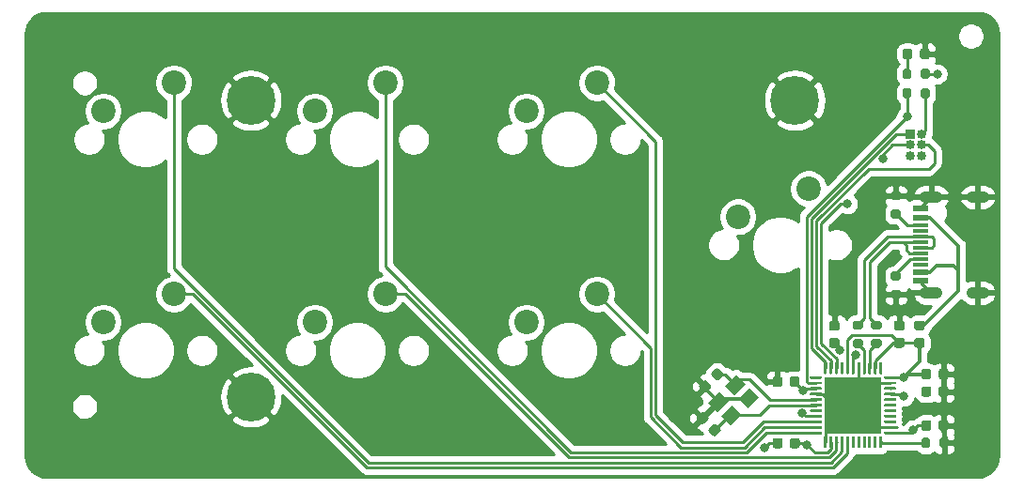
<source format=gbr>
%TF.GenerationSoftware,KiCad,Pcbnew,5.1.7-a382d34a8~88~ubuntu20.04.1*%
%TF.CreationDate,2021-03-21T15:49:45+01:00*%
%TF.ProjectId,marco-keyboard,6d617263-6f2d-46b6-9579-626f6172642e,rev?*%
%TF.SameCoordinates,Original*%
%TF.FileFunction,Copper,L1,Top*%
%TF.FilePolarity,Positive*%
%FSLAX46Y46*%
G04 Gerber Fmt 4.6, Leading zero omitted, Abs format (unit mm)*
G04 Created by KiCad (PCBNEW 5.1.7-a382d34a8~88~ubuntu20.04.1) date 2021-03-21 15:49:45*
%MOMM*%
%LPD*%
G01*
G04 APERTURE LIST*
%TA.AperFunction,ComponentPad*%
%ADD10C,4.400000*%
%TD*%
%TA.AperFunction,ComponentPad*%
%ADD11C,2.200000*%
%TD*%
%TA.AperFunction,SMDPad,CuDef*%
%ADD12R,1.450000X0.600000*%
%TD*%
%TA.AperFunction,SMDPad,CuDef*%
%ADD13R,1.450000X0.300000*%
%TD*%
%TA.AperFunction,ComponentPad*%
%ADD14O,2.100000X1.050000*%
%TD*%
%TA.AperFunction,ComponentPad*%
%ADD15O,0.850000X0.850000*%
%TD*%
%TA.AperFunction,ComponentPad*%
%ADD16R,0.850000X0.850000*%
%TD*%
%TA.AperFunction,SMDPad,CuDef*%
%ADD17R,5.200000X5.200000*%
%TD*%
%TA.AperFunction,SMDPad,CuDef*%
%ADD18C,0.100000*%
%TD*%
%TA.AperFunction,ViaPad*%
%ADD19C,0.800000*%
%TD*%
%TA.AperFunction,Conductor*%
%ADD20C,0.250000*%
%TD*%
%TA.AperFunction,Conductor*%
%ADD21C,0.300000*%
%TD*%
%TA.AperFunction,Conductor*%
%ADD22C,0.254000*%
%TD*%
%TA.AperFunction,Conductor*%
%ADD23C,0.100000*%
%TD*%
G04 APERTURE END LIST*
D10*
%TO.P,H3,1*%
%TO.N,GND*%
X174058580Y-58070161D03*
%TD*%
%TO.P,H2,1*%
%TO.N,GND*%
X125064520Y-58070161D03*
%TD*%
%TO.P,H1,1*%
%TO.N,GND*%
X125064520Y-84825840D03*
%TD*%
D11*
%TO.P,SW6,2*%
%TO.N,+5V*%
X168910000Y-68580000D03*
%TO.P,SW6,1*%
%TO.N,BTN6*%
X175260000Y-66040000D03*
%TD*%
D12*
%TO.P,J1,A1B12*%
%TO.N,GND*%
X185405000Y-74370000D03*
%TO.P,J1,A4B9*%
%TO.N,/VBUS*%
X185405000Y-73570000D03*
D13*
%TO.P,J1,A6*%
%TO.N,USB_D+*%
X185405000Y-71370000D03*
%TO.P,J1,B7*%
%TO.N,USB_D-*%
X185405000Y-71870000D03*
%TO.P,J1,A5*%
%TO.N,Net-(J1-PadA5)*%
X185405000Y-72370000D03*
%TO.P,J1,B8*%
%TO.N,Net-(J1-PadB8)*%
X185405000Y-72870000D03*
%TO.P,J1,A7*%
%TO.N,USB_D-*%
X185405000Y-70870000D03*
%TO.P,J1,B6*%
%TO.N,USB_D+*%
X185405000Y-70370000D03*
%TO.P,J1,A8*%
%TO.N,Net-(J1-PadA8)*%
X185405000Y-69870000D03*
%TO.P,J1,B5*%
%TO.N,Net-(J1-PadB5)*%
X185405000Y-69370000D03*
D12*
%TO.P,J1,B4A9*%
%TO.N,/VBUS*%
X185405000Y-68670000D03*
%TO.P,J1,B1A12*%
%TO.N,GND*%
X185405000Y-67870000D03*
D14*
%TO.P,J1,S1*%
X186320000Y-75440000D03*
%TO.P,J1,S2*%
X186320000Y-66800000D03*
%TO.P,J1,S3*%
X190500000Y-75440000D03*
%TO.P,J1,S4*%
X190500000Y-66800000D03*
%TD*%
%TO.P,D2,1*%
%TO.N,GND*%
%TA.AperFunction,SMDPad,CuDef*%
G36*
G01*
X186192880Y-53642530D02*
X186192880Y-54155030D01*
G75*
G02*
X185974130Y-54373780I-218750J0D01*
G01*
X185536630Y-54373780D01*
G75*
G02*
X185317880Y-54155030I0J218750D01*
G01*
X185317880Y-53642530D01*
G75*
G02*
X185536630Y-53423780I218750J0D01*
G01*
X185974130Y-53423780D01*
G75*
G02*
X186192880Y-53642530I0J-218750D01*
G01*
G37*
%TD.AperFunction*%
%TO.P,D2,2*%
%TO.N,Net-(D2-Pad2)*%
%TA.AperFunction,SMDPad,CuDef*%
G36*
G01*
X184617880Y-53642530D02*
X184617880Y-54155030D01*
G75*
G02*
X184399130Y-54373780I-218750J0D01*
G01*
X183961630Y-54373780D01*
G75*
G02*
X183742880Y-54155030I0J218750D01*
G01*
X183742880Y-53642530D01*
G75*
G02*
X183961630Y-53423780I218750J0D01*
G01*
X184399130Y-53423780D01*
G75*
G02*
X184617880Y-53642530I0J-218750D01*
G01*
G37*
%TD.AperFunction*%
%TD*%
%TO.P,C1,1*%
%TO.N,Net-(C1-Pad1)*%
%TA.AperFunction,SMDPad,CuDef*%
G36*
G01*
X185434520Y-84602640D02*
X185434520Y-84102640D01*
G75*
G02*
X185659520Y-83877640I225000J0D01*
G01*
X186109520Y-83877640D01*
G75*
G02*
X186334520Y-84102640I0J-225000D01*
G01*
X186334520Y-84602640D01*
G75*
G02*
X186109520Y-84827640I-225000J0D01*
G01*
X185659520Y-84827640D01*
G75*
G02*
X185434520Y-84602640I0J225000D01*
G01*
G37*
%TD.AperFunction*%
%TO.P,C1,2*%
%TO.N,GND*%
%TA.AperFunction,SMDPad,CuDef*%
G36*
G01*
X186984520Y-84602640D02*
X186984520Y-84102640D01*
G75*
G02*
X187209520Y-83877640I225000J0D01*
G01*
X187659520Y-83877640D01*
G75*
G02*
X187884520Y-84102640I0J-225000D01*
G01*
X187884520Y-84602640D01*
G75*
G02*
X187659520Y-84827640I-225000J0D01*
G01*
X187209520Y-84827640D01*
G75*
G02*
X186984520Y-84602640I0J225000D01*
G01*
G37*
%TD.AperFunction*%
%TD*%
%TO.P,C2,1*%
%TO.N,Net-(C2-Pad1)*%
%TA.AperFunction,SMDPad,CuDef*%
G36*
G01*
X177844260Y-80421900D02*
X177344260Y-80421900D01*
G75*
G02*
X177119260Y-80196900I0J225000D01*
G01*
X177119260Y-79746900D01*
G75*
G02*
X177344260Y-79521900I225000J0D01*
G01*
X177844260Y-79521900D01*
G75*
G02*
X178069260Y-79746900I0J-225000D01*
G01*
X178069260Y-80196900D01*
G75*
G02*
X177844260Y-80421900I-225000J0D01*
G01*
G37*
%TD.AperFunction*%
%TO.P,C2,2*%
%TO.N,GND*%
%TA.AperFunction,SMDPad,CuDef*%
G36*
G01*
X177844260Y-78871900D02*
X177344260Y-78871900D01*
G75*
G02*
X177119260Y-78646900I0J225000D01*
G01*
X177119260Y-78196900D01*
G75*
G02*
X177344260Y-77971900I225000J0D01*
G01*
X177844260Y-77971900D01*
G75*
G02*
X178069260Y-78196900I0J-225000D01*
G01*
X178069260Y-78646900D01*
G75*
G02*
X177844260Y-78871900I-225000J0D01*
G01*
G37*
%TD.AperFunction*%
%TD*%
%TO.P,C3,2*%
%TO.N,GND*%
%TA.AperFunction,SMDPad,CuDef*%
G36*
G01*
X172926220Y-83219480D02*
X172926220Y-83719480D01*
G75*
G02*
X172701220Y-83944480I-225000J0D01*
G01*
X172251220Y-83944480D01*
G75*
G02*
X172026220Y-83719480I0J225000D01*
G01*
X172026220Y-83219480D01*
G75*
G02*
X172251220Y-82994480I225000J0D01*
G01*
X172701220Y-82994480D01*
G75*
G02*
X172926220Y-83219480I0J-225000D01*
G01*
G37*
%TD.AperFunction*%
%TO.P,C3,1*%
%TO.N,+5V*%
%TA.AperFunction,SMDPad,CuDef*%
G36*
G01*
X174476220Y-83219480D02*
X174476220Y-83719480D01*
G75*
G02*
X174251220Y-83944480I-225000J0D01*
G01*
X173801220Y-83944480D01*
G75*
G02*
X173576220Y-83719480I0J225000D01*
G01*
X173576220Y-83219480D01*
G75*
G02*
X173801220Y-82994480I225000J0D01*
G01*
X174251220Y-82994480D01*
G75*
G02*
X174476220Y-83219480I0J-225000D01*
G01*
G37*
%TD.AperFunction*%
%TD*%
%TO.P,C4,2*%
%TO.N,GND*%
%TA.AperFunction,SMDPad,CuDef*%
G36*
G01*
X186984520Y-87665880D02*
X186984520Y-87165880D01*
G75*
G02*
X187209520Y-86940880I225000J0D01*
G01*
X187659520Y-86940880D01*
G75*
G02*
X187884520Y-87165880I0J-225000D01*
G01*
X187884520Y-87665880D01*
G75*
G02*
X187659520Y-87890880I-225000J0D01*
G01*
X187209520Y-87890880D01*
G75*
G02*
X186984520Y-87665880I0J225000D01*
G01*
G37*
%TD.AperFunction*%
%TO.P,C4,1*%
%TO.N,+5V*%
%TA.AperFunction,SMDPad,CuDef*%
G36*
G01*
X185434520Y-87665880D02*
X185434520Y-87165880D01*
G75*
G02*
X185659520Y-86940880I225000J0D01*
G01*
X186109520Y-86940880D01*
G75*
G02*
X186334520Y-87165880I0J-225000D01*
G01*
X186334520Y-87665880D01*
G75*
G02*
X186109520Y-87890880I-225000J0D01*
G01*
X185659520Y-87890880D01*
G75*
G02*
X185434520Y-87665880I0J225000D01*
G01*
G37*
%TD.AperFunction*%
%TD*%
%TO.P,C5,2*%
%TO.N,GND*%
%TA.AperFunction,SMDPad,CuDef*%
G36*
G01*
X172938260Y-88759220D02*
X172938260Y-89259220D01*
G75*
G02*
X172713260Y-89484220I-225000J0D01*
G01*
X172263260Y-89484220D01*
G75*
G02*
X172038260Y-89259220I0J225000D01*
G01*
X172038260Y-88759220D01*
G75*
G02*
X172263260Y-88534220I225000J0D01*
G01*
X172713260Y-88534220D01*
G75*
G02*
X172938260Y-88759220I0J-225000D01*
G01*
G37*
%TD.AperFunction*%
%TO.P,C5,1*%
%TO.N,+5V*%
%TA.AperFunction,SMDPad,CuDef*%
G36*
G01*
X174488260Y-88759220D02*
X174488260Y-89259220D01*
G75*
G02*
X174263260Y-89484220I-225000J0D01*
G01*
X173813260Y-89484220D01*
G75*
G02*
X173588260Y-89259220I0J225000D01*
G01*
X173588260Y-88759220D01*
G75*
G02*
X173813260Y-88534220I225000J0D01*
G01*
X174263260Y-88534220D01*
G75*
G02*
X174488260Y-88759220I0J-225000D01*
G01*
G37*
%TD.AperFunction*%
%TD*%
%TO.P,C6,1*%
%TO.N,+5V*%
%TA.AperFunction,SMDPad,CuDef*%
G36*
G01*
X185434520Y-83025300D02*
X185434520Y-82525300D01*
G75*
G02*
X185659520Y-82300300I225000J0D01*
G01*
X186109520Y-82300300D01*
G75*
G02*
X186334520Y-82525300I0J-225000D01*
G01*
X186334520Y-83025300D01*
G75*
G02*
X186109520Y-83250300I-225000J0D01*
G01*
X185659520Y-83250300D01*
G75*
G02*
X185434520Y-83025300I0J225000D01*
G01*
G37*
%TD.AperFunction*%
%TO.P,C6,2*%
%TO.N,GND*%
%TA.AperFunction,SMDPad,CuDef*%
G36*
G01*
X186984520Y-83025300D02*
X186984520Y-82525300D01*
G75*
G02*
X187209520Y-82300300I225000J0D01*
G01*
X187659520Y-82300300D01*
G75*
G02*
X187884520Y-82525300I0J-225000D01*
G01*
X187884520Y-83025300D01*
G75*
G02*
X187659520Y-83250300I-225000J0D01*
G01*
X187209520Y-83250300D01*
G75*
G02*
X186984520Y-83025300I0J225000D01*
G01*
G37*
%TD.AperFunction*%
%TD*%
%TO.P,C7,1*%
%TO.N,+5V*%
%TA.AperFunction,SMDPad,CuDef*%
G36*
G01*
X183696420Y-80404120D02*
X183196420Y-80404120D01*
G75*
G02*
X182971420Y-80179120I0J225000D01*
G01*
X182971420Y-79729120D01*
G75*
G02*
X183196420Y-79504120I225000J0D01*
G01*
X183696420Y-79504120D01*
G75*
G02*
X183921420Y-79729120I0J-225000D01*
G01*
X183921420Y-80179120D01*
G75*
G02*
X183696420Y-80404120I-225000J0D01*
G01*
G37*
%TD.AperFunction*%
%TO.P,C7,2*%
%TO.N,GND*%
%TA.AperFunction,SMDPad,CuDef*%
G36*
G01*
X183696420Y-78854120D02*
X183196420Y-78854120D01*
G75*
G02*
X182971420Y-78629120I0J225000D01*
G01*
X182971420Y-78179120D01*
G75*
G02*
X183196420Y-77954120I225000J0D01*
G01*
X183696420Y-77954120D01*
G75*
G02*
X183921420Y-78179120I0J-225000D01*
G01*
X183921420Y-78629120D01*
G75*
G02*
X183696420Y-78854120I-225000J0D01*
G01*
G37*
%TD.AperFunction*%
%TD*%
%TO.P,C8,1*%
%TO.N,GND*%
%TA.AperFunction,SMDPad,CuDef*%
G36*
G01*
X165235577Y-86602751D02*
X165589131Y-86249197D01*
G75*
G02*
X165907329Y-86249197I159099J-159099D01*
G01*
X166225527Y-86567395D01*
G75*
G02*
X166225527Y-86885593I-159099J-159099D01*
G01*
X165871973Y-87239147D01*
G75*
G02*
X165553775Y-87239147I-159099J159099D01*
G01*
X165235577Y-86920949D01*
G75*
G02*
X165235577Y-86602751I159099J159099D01*
G01*
G37*
%TD.AperFunction*%
%TO.P,C8,2*%
%TO.N,HSE_IN*%
%TA.AperFunction,SMDPad,CuDef*%
G36*
G01*
X166331593Y-87698767D02*
X166685147Y-87345213D01*
G75*
G02*
X167003345Y-87345213I159099J-159099D01*
G01*
X167321543Y-87663411D01*
G75*
G02*
X167321543Y-87981609I-159099J-159099D01*
G01*
X166967989Y-88335163D01*
G75*
G02*
X166649791Y-88335163I-159099J159099D01*
G01*
X166331593Y-88016965D01*
G75*
G02*
X166331593Y-87698767I159099J159099D01*
G01*
G37*
%TD.AperFunction*%
%TD*%
%TO.P,C9,2*%
%TO.N,HSE_OUT*%
%TA.AperFunction,SMDPad,CuDef*%
G36*
G01*
X166916919Y-83291355D02*
X166563365Y-82937801D01*
G75*
G02*
X166563365Y-82619603I159099J159099D01*
G01*
X166881563Y-82301405D01*
G75*
G02*
X167199761Y-82301405I159099J-159099D01*
G01*
X167553315Y-82654959D01*
G75*
G02*
X167553315Y-82973157I-159099J-159099D01*
G01*
X167235117Y-83291355D01*
G75*
G02*
X166916919Y-83291355I-159099J159099D01*
G01*
G37*
%TD.AperFunction*%
%TO.P,C9,1*%
%TO.N,GND*%
%TA.AperFunction,SMDPad,CuDef*%
G36*
G01*
X165820903Y-84387371D02*
X165467349Y-84033817D01*
G75*
G02*
X165467349Y-83715619I159099J159099D01*
G01*
X165785547Y-83397421D01*
G75*
G02*
X166103745Y-83397421I159099J-159099D01*
G01*
X166457299Y-83750975D01*
G75*
G02*
X166457299Y-84069173I-159099J-159099D01*
G01*
X166139101Y-84387371D01*
G75*
G02*
X165820903Y-84387371I-159099J159099D01*
G01*
G37*
%TD.AperFunction*%
%TD*%
%TO.P,F1,1*%
%TO.N,+5V*%
%TA.AperFunction,SMDPad,CuDef*%
G36*
G01*
X185518770Y-80404120D02*
X185006270Y-80404120D01*
G75*
G02*
X184787520Y-80185370I0J218750D01*
G01*
X184787520Y-79747870D01*
G75*
G02*
X185006270Y-79529120I218750J0D01*
G01*
X185518770Y-79529120D01*
G75*
G02*
X185737520Y-79747870I0J-218750D01*
G01*
X185737520Y-80185370D01*
G75*
G02*
X185518770Y-80404120I-218750J0D01*
G01*
G37*
%TD.AperFunction*%
%TO.P,F1,2*%
%TO.N,/VBUS*%
%TA.AperFunction,SMDPad,CuDef*%
G36*
G01*
X185518770Y-78829120D02*
X185006270Y-78829120D01*
G75*
G02*
X184787520Y-78610370I0J218750D01*
G01*
X184787520Y-78172870D01*
G75*
G02*
X185006270Y-77954120I218750J0D01*
G01*
X185518770Y-77954120D01*
G75*
G02*
X185737520Y-78172870I0J-218750D01*
G01*
X185737520Y-78610370D01*
G75*
G02*
X185518770Y-78829120I-218750J0D01*
G01*
G37*
%TD.AperFunction*%
%TD*%
D15*
%TO.P,J2,6*%
%TO.N,GND*%
X185467880Y-63109480D03*
%TO.P,J2,5*%
%TO.N,RESET*%
X184467880Y-63109480D03*
%TO.P,J2,4*%
%TO.N,MOSI*%
X185467880Y-62109480D03*
%TO.P,J2,3*%
%TO.N,SCLK*%
X184467880Y-62109480D03*
%TO.P,J2,2*%
%TO.N,+5V*%
X185467880Y-61109480D03*
D16*
%TO.P,J2,1*%
%TO.N,MISO*%
X184467880Y-61109480D03*
%TD*%
%TO.P,R1,1*%
%TO.N,+5V*%
%TA.AperFunction,SMDPad,CuDef*%
G36*
G01*
X186192880Y-57169640D02*
X186192880Y-57719640D01*
G75*
G02*
X185992880Y-57919640I-200000J0D01*
G01*
X185592880Y-57919640D01*
G75*
G02*
X185392880Y-57719640I0J200000D01*
G01*
X185392880Y-57169640D01*
G75*
G02*
X185592880Y-56969640I200000J0D01*
G01*
X185992880Y-56969640D01*
G75*
G02*
X186192880Y-57169640I0J-200000D01*
G01*
G37*
%TD.AperFunction*%
%TO.P,R1,2*%
%TO.N,RESET*%
%TA.AperFunction,SMDPad,CuDef*%
G36*
G01*
X184542880Y-57169640D02*
X184542880Y-57719640D01*
G75*
G02*
X184342880Y-57919640I-200000J0D01*
G01*
X183942880Y-57919640D01*
G75*
G02*
X183742880Y-57719640I0J200000D01*
G01*
X183742880Y-57169640D01*
G75*
G02*
X183942880Y-56969640I200000J0D01*
G01*
X184342880Y-56969640D01*
G75*
G02*
X184542880Y-57169640I0J-200000D01*
G01*
G37*
%TD.AperFunction*%
%TD*%
%TO.P,R2,1*%
%TO.N,Net-(R2-Pad1)*%
%TA.AperFunction,SMDPad,CuDef*%
G36*
G01*
X179977140Y-80412040D02*
X179427140Y-80412040D01*
G75*
G02*
X179227140Y-80212040I0J200000D01*
G01*
X179227140Y-79812040D01*
G75*
G02*
X179427140Y-79612040I200000J0D01*
G01*
X179977140Y-79612040D01*
G75*
G02*
X180177140Y-79812040I0J-200000D01*
G01*
X180177140Y-80212040D01*
G75*
G02*
X179977140Y-80412040I-200000J0D01*
G01*
G37*
%TD.AperFunction*%
%TO.P,R2,2*%
%TO.N,USB_D+*%
%TA.AperFunction,SMDPad,CuDef*%
G36*
G01*
X179977140Y-78762040D02*
X179427140Y-78762040D01*
G75*
G02*
X179227140Y-78562040I0J200000D01*
G01*
X179227140Y-78162040D01*
G75*
G02*
X179427140Y-77962040I200000J0D01*
G01*
X179977140Y-77962040D01*
G75*
G02*
X180177140Y-78162040I0J-200000D01*
G01*
X180177140Y-78562040D01*
G75*
G02*
X179977140Y-78762040I-200000J0D01*
G01*
G37*
%TD.AperFunction*%
%TD*%
%TO.P,R3,2*%
%TO.N,USB_D-*%
%TA.AperFunction,SMDPad,CuDef*%
G36*
G01*
X181660313Y-78762040D02*
X181110313Y-78762040D01*
G75*
G02*
X180910313Y-78562040I0J200000D01*
G01*
X180910313Y-78162040D01*
G75*
G02*
X181110313Y-77962040I200000J0D01*
G01*
X181660313Y-77962040D01*
G75*
G02*
X181860313Y-78162040I0J-200000D01*
G01*
X181860313Y-78562040D01*
G75*
G02*
X181660313Y-78762040I-200000J0D01*
G01*
G37*
%TD.AperFunction*%
%TO.P,R3,1*%
%TO.N,Net-(R3-Pad1)*%
%TA.AperFunction,SMDPad,CuDef*%
G36*
G01*
X181660313Y-80412040D02*
X181110313Y-80412040D01*
G75*
G02*
X180910313Y-80212040I0J200000D01*
G01*
X180910313Y-79812040D01*
G75*
G02*
X181110313Y-79612040I200000J0D01*
G01*
X181660313Y-79612040D01*
G75*
G02*
X181860313Y-79812040I0J-200000D01*
G01*
X181860313Y-80212040D01*
G75*
G02*
X181660313Y-80412040I-200000J0D01*
G01*
G37*
%TD.AperFunction*%
%TD*%
%TO.P,R4,1*%
%TO.N,Net-(R4-Pad1)*%
%TA.AperFunction,SMDPad,CuDef*%
G36*
G01*
X185434520Y-89258060D02*
X185434520Y-88708060D01*
G75*
G02*
X185634520Y-88508060I200000J0D01*
G01*
X186034520Y-88508060D01*
G75*
G02*
X186234520Y-88708060I0J-200000D01*
G01*
X186234520Y-89258060D01*
G75*
G02*
X186034520Y-89458060I-200000J0D01*
G01*
X185634520Y-89458060D01*
G75*
G02*
X185434520Y-89258060I0J200000D01*
G01*
G37*
%TD.AperFunction*%
%TO.P,R4,2*%
%TO.N,GND*%
%TA.AperFunction,SMDPad,CuDef*%
G36*
G01*
X187084520Y-89258060D02*
X187084520Y-88708060D01*
G75*
G02*
X187284520Y-88508060I200000J0D01*
G01*
X187684520Y-88508060D01*
G75*
G02*
X187884520Y-88708060I0J-200000D01*
G01*
X187884520Y-89258060D01*
G75*
G02*
X187684520Y-89458060I-200000J0D01*
G01*
X187284520Y-89458060D01*
G75*
G02*
X187084520Y-89258060I0J200000D01*
G01*
G37*
%TD.AperFunction*%
%TD*%
%TO.P,R5,1*%
%TO.N,Net-(R5-Pad1)*%
%TA.AperFunction,SMDPad,CuDef*%
G36*
G01*
X186192880Y-55416710D02*
X186192880Y-55966710D01*
G75*
G02*
X185992880Y-56166710I-200000J0D01*
G01*
X185592880Y-56166710D01*
G75*
G02*
X185392880Y-55966710I0J200000D01*
G01*
X185392880Y-55416710D01*
G75*
G02*
X185592880Y-55216710I200000J0D01*
G01*
X185992880Y-55216710D01*
G75*
G02*
X186192880Y-55416710I0J-200000D01*
G01*
G37*
%TD.AperFunction*%
%TO.P,R5,2*%
%TO.N,Net-(D2-Pad2)*%
%TA.AperFunction,SMDPad,CuDef*%
G36*
G01*
X184542880Y-55416710D02*
X184542880Y-55966710D01*
G75*
G02*
X184342880Y-56166710I-200000J0D01*
G01*
X183942880Y-56166710D01*
G75*
G02*
X183742880Y-55966710I0J200000D01*
G01*
X183742880Y-55416710D01*
G75*
G02*
X183942880Y-55216710I200000J0D01*
G01*
X184342880Y-55216710D01*
G75*
G02*
X184542880Y-55416710I0J-200000D01*
G01*
G37*
%TD.AperFunction*%
%TD*%
%TO.P,R6,2*%
%TO.N,GND*%
%TA.AperFunction,SMDPad,CuDef*%
G36*
G01*
X182866620Y-75182280D02*
X183416620Y-75182280D01*
G75*
G02*
X183616620Y-75382280I0J-200000D01*
G01*
X183616620Y-75782280D01*
G75*
G02*
X183416620Y-75982280I-200000J0D01*
G01*
X182866620Y-75982280D01*
G75*
G02*
X182666620Y-75782280I0J200000D01*
G01*
X182666620Y-75382280D01*
G75*
G02*
X182866620Y-75182280I200000J0D01*
G01*
G37*
%TD.AperFunction*%
%TO.P,R6,1*%
%TO.N,Net-(J1-PadA5)*%
%TA.AperFunction,SMDPad,CuDef*%
G36*
G01*
X182866620Y-73532280D02*
X183416620Y-73532280D01*
G75*
G02*
X183616620Y-73732280I0J-200000D01*
G01*
X183616620Y-74132280D01*
G75*
G02*
X183416620Y-74332280I-200000J0D01*
G01*
X182866620Y-74332280D01*
G75*
G02*
X182666620Y-74132280I0J200000D01*
G01*
X182666620Y-73732280D01*
G75*
G02*
X182866620Y-73532280I200000J0D01*
G01*
G37*
%TD.AperFunction*%
%TD*%
%TO.P,R7,1*%
%TO.N,GND*%
%TA.AperFunction,SMDPad,CuDef*%
G36*
G01*
X182866620Y-66298360D02*
X183416620Y-66298360D01*
G75*
G02*
X183616620Y-66498360I0J-200000D01*
G01*
X183616620Y-66898360D01*
G75*
G02*
X183416620Y-67098360I-200000J0D01*
G01*
X182866620Y-67098360D01*
G75*
G02*
X182666620Y-66898360I0J200000D01*
G01*
X182666620Y-66498360D01*
G75*
G02*
X182866620Y-66298360I200000J0D01*
G01*
G37*
%TD.AperFunction*%
%TO.P,R7,2*%
%TO.N,Net-(J1-PadB5)*%
%TA.AperFunction,SMDPad,CuDef*%
G36*
G01*
X182866620Y-67948360D02*
X183416620Y-67948360D01*
G75*
G02*
X183616620Y-68148360I0J-200000D01*
G01*
X183616620Y-68548360D01*
G75*
G02*
X183416620Y-68748360I-200000J0D01*
G01*
X182866620Y-68748360D01*
G75*
G02*
X182666620Y-68548360I0J200000D01*
G01*
X182666620Y-68148360D01*
G75*
G02*
X182866620Y-67948360I200000J0D01*
G01*
G37*
%TD.AperFunction*%
%TD*%
D11*
%TO.P,SW0,1*%
%TO.N,BTN0*%
X118110000Y-56515000D03*
%TO.P,SW0,2*%
%TO.N,+5V*%
X111760000Y-59055000D03*
%TD*%
%TO.P,SW1,2*%
%TO.N,+5V*%
X111760000Y-78105000D03*
%TO.P,SW1,1*%
%TO.N,BTN1*%
X118110000Y-75565000D03*
%TD*%
%TO.P,SW2,2*%
%TO.N,+5V*%
X130810000Y-59055000D03*
%TO.P,SW2,1*%
%TO.N,BTN2*%
X137160000Y-56515000D03*
%TD*%
%TO.P,SW3,1*%
%TO.N,BTN3*%
X137160000Y-75565000D03*
%TO.P,SW3,2*%
%TO.N,+5V*%
X130810000Y-78105000D03*
%TD*%
%TO.P,SW4,1*%
%TO.N,BTN4*%
X156210000Y-56515000D03*
%TO.P,SW4,2*%
%TO.N,+5V*%
X149860000Y-59055000D03*
%TD*%
%TO.P,SW5,2*%
%TO.N,+5V*%
X149860000Y-78105000D03*
%TO.P,SW5,1*%
%TO.N,BTN5*%
X156210000Y-75565000D03*
%TD*%
%TO.P,U1,1*%
%TO.N,Net-(U1-Pad1)*%
%TA.AperFunction,SMDPad,CuDef*%
G36*
G01*
X181725940Y-81702680D02*
X181850940Y-81702680D01*
G75*
G02*
X181913440Y-81765180I0J-62500D01*
G01*
X181913440Y-82715180D01*
G75*
G02*
X181850940Y-82777680I-62500J0D01*
G01*
X181725940Y-82777680D01*
G75*
G02*
X181663440Y-82715180I0J62500D01*
G01*
X181663440Y-81765180D01*
G75*
G02*
X181725940Y-81702680I62500J0D01*
G01*
G37*
%TD.AperFunction*%
%TO.P,U1,2*%
%TO.N,+5V*%
%TA.AperFunction,SMDPad,CuDef*%
G36*
G01*
X181225940Y-81702680D02*
X181350940Y-81702680D01*
G75*
G02*
X181413440Y-81765180I0J-62500D01*
G01*
X181413440Y-82715180D01*
G75*
G02*
X181350940Y-82777680I-62500J0D01*
G01*
X181225940Y-82777680D01*
G75*
G02*
X181163440Y-82715180I0J62500D01*
G01*
X181163440Y-81765180D01*
G75*
G02*
X181225940Y-81702680I62500J0D01*
G01*
G37*
%TD.AperFunction*%
%TO.P,U1,3*%
%TO.N,Net-(R3-Pad1)*%
%TA.AperFunction,SMDPad,CuDef*%
G36*
G01*
X180725940Y-81702680D02*
X180850940Y-81702680D01*
G75*
G02*
X180913440Y-81765180I0J-62500D01*
G01*
X180913440Y-82715180D01*
G75*
G02*
X180850940Y-82777680I-62500J0D01*
G01*
X180725940Y-82777680D01*
G75*
G02*
X180663440Y-82715180I0J62500D01*
G01*
X180663440Y-81765180D01*
G75*
G02*
X180725940Y-81702680I62500J0D01*
G01*
G37*
%TD.AperFunction*%
%TO.P,U1,4*%
%TO.N,Net-(R2-Pad1)*%
%TA.AperFunction,SMDPad,CuDef*%
G36*
G01*
X180225940Y-81702680D02*
X180350940Y-81702680D01*
G75*
G02*
X180413440Y-81765180I0J-62500D01*
G01*
X180413440Y-82715180D01*
G75*
G02*
X180350940Y-82777680I-62500J0D01*
G01*
X180225940Y-82777680D01*
G75*
G02*
X180163440Y-82715180I0J62500D01*
G01*
X180163440Y-81765180D01*
G75*
G02*
X180225940Y-81702680I62500J0D01*
G01*
G37*
%TD.AperFunction*%
%TO.P,U1,5*%
%TO.N,GND*%
%TA.AperFunction,SMDPad,CuDef*%
G36*
G01*
X179725940Y-81702680D02*
X179850940Y-81702680D01*
G75*
G02*
X179913440Y-81765180I0J-62500D01*
G01*
X179913440Y-82715180D01*
G75*
G02*
X179850940Y-82777680I-62500J0D01*
G01*
X179725940Y-82777680D01*
G75*
G02*
X179663440Y-82715180I0J62500D01*
G01*
X179663440Y-81765180D01*
G75*
G02*
X179725940Y-81702680I62500J0D01*
G01*
G37*
%TD.AperFunction*%
%TO.P,U1,6*%
%TO.N,Net-(C2-Pad1)*%
%TA.AperFunction,SMDPad,CuDef*%
G36*
G01*
X179225940Y-81702680D02*
X179350940Y-81702680D01*
G75*
G02*
X179413440Y-81765180I0J-62500D01*
G01*
X179413440Y-82715180D01*
G75*
G02*
X179350940Y-82777680I-62500J0D01*
G01*
X179225940Y-82777680D01*
G75*
G02*
X179163440Y-82715180I0J62500D01*
G01*
X179163440Y-81765180D01*
G75*
G02*
X179225940Y-81702680I62500J0D01*
G01*
G37*
%TD.AperFunction*%
%TO.P,U1,7*%
%TO.N,+5V*%
%TA.AperFunction,SMDPad,CuDef*%
G36*
G01*
X178725940Y-81702680D02*
X178850940Y-81702680D01*
G75*
G02*
X178913440Y-81765180I0J-62500D01*
G01*
X178913440Y-82715180D01*
G75*
G02*
X178850940Y-82777680I-62500J0D01*
G01*
X178725940Y-82777680D01*
G75*
G02*
X178663440Y-82715180I0J62500D01*
G01*
X178663440Y-81765180D01*
G75*
G02*
X178725940Y-81702680I62500J0D01*
G01*
G37*
%TD.AperFunction*%
%TO.P,U1,8*%
%TO.N,Net-(U1-Pad8)*%
%TA.AperFunction,SMDPad,CuDef*%
G36*
G01*
X178225940Y-81702680D02*
X178350940Y-81702680D01*
G75*
G02*
X178413440Y-81765180I0J-62500D01*
G01*
X178413440Y-82715180D01*
G75*
G02*
X178350940Y-82777680I-62500J0D01*
G01*
X178225940Y-82777680D01*
G75*
G02*
X178163440Y-82715180I0J62500D01*
G01*
X178163440Y-81765180D01*
G75*
G02*
X178225940Y-81702680I62500J0D01*
G01*
G37*
%TD.AperFunction*%
%TO.P,U1,9*%
%TO.N,SCLK*%
%TA.AperFunction,SMDPad,CuDef*%
G36*
G01*
X177725940Y-81702680D02*
X177850940Y-81702680D01*
G75*
G02*
X177913440Y-81765180I0J-62500D01*
G01*
X177913440Y-82715180D01*
G75*
G02*
X177850940Y-82777680I-62500J0D01*
G01*
X177725940Y-82777680D01*
G75*
G02*
X177663440Y-82715180I0J62500D01*
G01*
X177663440Y-81765180D01*
G75*
G02*
X177725940Y-81702680I62500J0D01*
G01*
G37*
%TD.AperFunction*%
%TO.P,U1,10*%
%TO.N,MOSI*%
%TA.AperFunction,SMDPad,CuDef*%
G36*
G01*
X177225940Y-81702680D02*
X177350940Y-81702680D01*
G75*
G02*
X177413440Y-81765180I0J-62500D01*
G01*
X177413440Y-82715180D01*
G75*
G02*
X177350940Y-82777680I-62500J0D01*
G01*
X177225940Y-82777680D01*
G75*
G02*
X177163440Y-82715180I0J62500D01*
G01*
X177163440Y-81765180D01*
G75*
G02*
X177225940Y-81702680I62500J0D01*
G01*
G37*
%TD.AperFunction*%
%TO.P,U1,11*%
%TO.N,MISO*%
%TA.AperFunction,SMDPad,CuDef*%
G36*
G01*
X176725940Y-81702680D02*
X176850940Y-81702680D01*
G75*
G02*
X176913440Y-81765180I0J-62500D01*
G01*
X176913440Y-82715180D01*
G75*
G02*
X176850940Y-82777680I-62500J0D01*
G01*
X176725940Y-82777680D01*
G75*
G02*
X176663440Y-82715180I0J62500D01*
G01*
X176663440Y-81765180D01*
G75*
G02*
X176725940Y-81702680I62500J0D01*
G01*
G37*
%TD.AperFunction*%
%TO.P,U1,12*%
%TO.N,Net-(U1-Pad12)*%
%TA.AperFunction,SMDPad,CuDef*%
G36*
G01*
X175475940Y-82952680D02*
X176425940Y-82952680D01*
G75*
G02*
X176488440Y-83015180I0J-62500D01*
G01*
X176488440Y-83140180D01*
G75*
G02*
X176425940Y-83202680I-62500J0D01*
G01*
X175475940Y-83202680D01*
G75*
G02*
X175413440Y-83140180I0J62500D01*
G01*
X175413440Y-83015180D01*
G75*
G02*
X175475940Y-82952680I62500J0D01*
G01*
G37*
%TD.AperFunction*%
%TO.P,U1,13*%
%TO.N,RESET*%
%TA.AperFunction,SMDPad,CuDef*%
G36*
G01*
X175475940Y-83452680D02*
X176425940Y-83452680D01*
G75*
G02*
X176488440Y-83515180I0J-62500D01*
G01*
X176488440Y-83640180D01*
G75*
G02*
X176425940Y-83702680I-62500J0D01*
G01*
X175475940Y-83702680D01*
G75*
G02*
X175413440Y-83640180I0J62500D01*
G01*
X175413440Y-83515180D01*
G75*
G02*
X175475940Y-83452680I62500J0D01*
G01*
G37*
%TD.AperFunction*%
%TO.P,U1,14*%
%TO.N,+5V*%
%TA.AperFunction,SMDPad,CuDef*%
G36*
G01*
X175475940Y-83952680D02*
X176425940Y-83952680D01*
G75*
G02*
X176488440Y-84015180I0J-62500D01*
G01*
X176488440Y-84140180D01*
G75*
G02*
X176425940Y-84202680I-62500J0D01*
G01*
X175475940Y-84202680D01*
G75*
G02*
X175413440Y-84140180I0J62500D01*
G01*
X175413440Y-84015180D01*
G75*
G02*
X175475940Y-83952680I62500J0D01*
G01*
G37*
%TD.AperFunction*%
%TO.P,U1,15*%
%TO.N,GND*%
%TA.AperFunction,SMDPad,CuDef*%
G36*
G01*
X175475940Y-84452680D02*
X176425940Y-84452680D01*
G75*
G02*
X176488440Y-84515180I0J-62500D01*
G01*
X176488440Y-84640180D01*
G75*
G02*
X176425940Y-84702680I-62500J0D01*
G01*
X175475940Y-84702680D01*
G75*
G02*
X175413440Y-84640180I0J62500D01*
G01*
X175413440Y-84515180D01*
G75*
G02*
X175475940Y-84452680I62500J0D01*
G01*
G37*
%TD.AperFunction*%
%TO.P,U1,16*%
%TO.N,HSE_OUT*%
%TA.AperFunction,SMDPad,CuDef*%
G36*
G01*
X175475940Y-84952680D02*
X176425940Y-84952680D01*
G75*
G02*
X176488440Y-85015180I0J-62500D01*
G01*
X176488440Y-85140180D01*
G75*
G02*
X176425940Y-85202680I-62500J0D01*
G01*
X175475940Y-85202680D01*
G75*
G02*
X175413440Y-85140180I0J62500D01*
G01*
X175413440Y-85015180D01*
G75*
G02*
X175475940Y-84952680I62500J0D01*
G01*
G37*
%TD.AperFunction*%
%TO.P,U1,17*%
%TO.N,HSE_IN*%
%TA.AperFunction,SMDPad,CuDef*%
G36*
G01*
X175475940Y-85452680D02*
X176425940Y-85452680D01*
G75*
G02*
X176488440Y-85515180I0J-62500D01*
G01*
X176488440Y-85640180D01*
G75*
G02*
X176425940Y-85702680I-62500J0D01*
G01*
X175475940Y-85702680D01*
G75*
G02*
X175413440Y-85640180I0J62500D01*
G01*
X175413440Y-85515180D01*
G75*
G02*
X175475940Y-85452680I62500J0D01*
G01*
G37*
%TD.AperFunction*%
%TO.P,U1,18*%
%TO.N,Net-(U1-Pad18)*%
%TA.AperFunction,SMDPad,CuDef*%
G36*
G01*
X175475940Y-85952680D02*
X176425940Y-85952680D01*
G75*
G02*
X176488440Y-86015180I0J-62500D01*
G01*
X176488440Y-86140180D01*
G75*
G02*
X176425940Y-86202680I-62500J0D01*
G01*
X175475940Y-86202680D01*
G75*
G02*
X175413440Y-86140180I0J62500D01*
G01*
X175413440Y-86015180D01*
G75*
G02*
X175475940Y-85952680I62500J0D01*
G01*
G37*
%TD.AperFunction*%
%TO.P,U1,19*%
%TO.N,BTN6*%
%TA.AperFunction,SMDPad,CuDef*%
G36*
G01*
X175475940Y-86452680D02*
X176425940Y-86452680D01*
G75*
G02*
X176488440Y-86515180I0J-62500D01*
G01*
X176488440Y-86640180D01*
G75*
G02*
X176425940Y-86702680I-62500J0D01*
G01*
X175475940Y-86702680D01*
G75*
G02*
X175413440Y-86640180I0J62500D01*
G01*
X175413440Y-86515180D01*
G75*
G02*
X175475940Y-86452680I62500J0D01*
G01*
G37*
%TD.AperFunction*%
%TO.P,U1,20*%
%TO.N,BTN4*%
%TA.AperFunction,SMDPad,CuDef*%
G36*
G01*
X175475940Y-86952680D02*
X176425940Y-86952680D01*
G75*
G02*
X176488440Y-87015180I0J-62500D01*
G01*
X176488440Y-87140180D01*
G75*
G02*
X176425940Y-87202680I-62500J0D01*
G01*
X175475940Y-87202680D01*
G75*
G02*
X175413440Y-87140180I0J62500D01*
G01*
X175413440Y-87015180D01*
G75*
G02*
X175475940Y-86952680I62500J0D01*
G01*
G37*
%TD.AperFunction*%
%TO.P,U1,21*%
%TO.N,BTN5*%
%TA.AperFunction,SMDPad,CuDef*%
G36*
G01*
X175475940Y-87452680D02*
X176425940Y-87452680D01*
G75*
G02*
X176488440Y-87515180I0J-62500D01*
G01*
X176488440Y-87640180D01*
G75*
G02*
X176425940Y-87702680I-62500J0D01*
G01*
X175475940Y-87702680D01*
G75*
G02*
X175413440Y-87640180I0J62500D01*
G01*
X175413440Y-87515180D01*
G75*
G02*
X175475940Y-87452680I62500J0D01*
G01*
G37*
%TD.AperFunction*%
%TO.P,U1,22*%
%TO.N,BTN2*%
%TA.AperFunction,SMDPad,CuDef*%
G36*
G01*
X175475940Y-87952680D02*
X176425940Y-87952680D01*
G75*
G02*
X176488440Y-88015180I0J-62500D01*
G01*
X176488440Y-88140180D01*
G75*
G02*
X176425940Y-88202680I-62500J0D01*
G01*
X175475940Y-88202680D01*
G75*
G02*
X175413440Y-88140180I0J62500D01*
G01*
X175413440Y-88015180D01*
G75*
G02*
X175475940Y-87952680I62500J0D01*
G01*
G37*
%TD.AperFunction*%
%TO.P,U1,23*%
%TO.N,GND*%
%TA.AperFunction,SMDPad,CuDef*%
G36*
G01*
X176725940Y-88377680D02*
X176850940Y-88377680D01*
G75*
G02*
X176913440Y-88440180I0J-62500D01*
G01*
X176913440Y-89390180D01*
G75*
G02*
X176850940Y-89452680I-62500J0D01*
G01*
X176725940Y-89452680D01*
G75*
G02*
X176663440Y-89390180I0J62500D01*
G01*
X176663440Y-88440180D01*
G75*
G02*
X176725940Y-88377680I62500J0D01*
G01*
G37*
%TD.AperFunction*%
%TO.P,U1,24*%
%TO.N,+5V*%
%TA.AperFunction,SMDPad,CuDef*%
G36*
G01*
X177225940Y-88377680D02*
X177350940Y-88377680D01*
G75*
G02*
X177413440Y-88440180I0J-62500D01*
G01*
X177413440Y-89390180D01*
G75*
G02*
X177350940Y-89452680I-62500J0D01*
G01*
X177225940Y-89452680D01*
G75*
G02*
X177163440Y-89390180I0J62500D01*
G01*
X177163440Y-88440180D01*
G75*
G02*
X177225940Y-88377680I62500J0D01*
G01*
G37*
%TD.AperFunction*%
%TO.P,U1,25*%
%TO.N,BTN3*%
%TA.AperFunction,SMDPad,CuDef*%
G36*
G01*
X177725940Y-88377680D02*
X177850940Y-88377680D01*
G75*
G02*
X177913440Y-88440180I0J-62500D01*
G01*
X177913440Y-89390180D01*
G75*
G02*
X177850940Y-89452680I-62500J0D01*
G01*
X177725940Y-89452680D01*
G75*
G02*
X177663440Y-89390180I0J62500D01*
G01*
X177663440Y-88440180D01*
G75*
G02*
X177725940Y-88377680I62500J0D01*
G01*
G37*
%TD.AperFunction*%
%TO.P,U1,26*%
%TO.N,BTN0*%
%TA.AperFunction,SMDPad,CuDef*%
G36*
G01*
X178225940Y-88377680D02*
X178350940Y-88377680D01*
G75*
G02*
X178413440Y-88440180I0J-62500D01*
G01*
X178413440Y-89390180D01*
G75*
G02*
X178350940Y-89452680I-62500J0D01*
G01*
X178225940Y-89452680D01*
G75*
G02*
X178163440Y-89390180I0J62500D01*
G01*
X178163440Y-88440180D01*
G75*
G02*
X178225940Y-88377680I62500J0D01*
G01*
G37*
%TD.AperFunction*%
%TO.P,U1,27*%
%TO.N,BTN1*%
%TA.AperFunction,SMDPad,CuDef*%
G36*
G01*
X178725940Y-88377680D02*
X178850940Y-88377680D01*
G75*
G02*
X178913440Y-88440180I0J-62500D01*
G01*
X178913440Y-89390180D01*
G75*
G02*
X178850940Y-89452680I-62500J0D01*
G01*
X178725940Y-89452680D01*
G75*
G02*
X178663440Y-89390180I0J62500D01*
G01*
X178663440Y-88440180D01*
G75*
G02*
X178725940Y-88377680I62500J0D01*
G01*
G37*
%TD.AperFunction*%
%TO.P,U1,28*%
%TO.N,Net-(U1-Pad28)*%
%TA.AperFunction,SMDPad,CuDef*%
G36*
G01*
X179225940Y-88377680D02*
X179350940Y-88377680D01*
G75*
G02*
X179413440Y-88440180I0J-62500D01*
G01*
X179413440Y-89390180D01*
G75*
G02*
X179350940Y-89452680I-62500J0D01*
G01*
X179225940Y-89452680D01*
G75*
G02*
X179163440Y-89390180I0J62500D01*
G01*
X179163440Y-88440180D01*
G75*
G02*
X179225940Y-88377680I62500J0D01*
G01*
G37*
%TD.AperFunction*%
%TO.P,U1,29*%
%TO.N,Net-(U1-Pad29)*%
%TA.AperFunction,SMDPad,CuDef*%
G36*
G01*
X179725940Y-88377680D02*
X179850940Y-88377680D01*
G75*
G02*
X179913440Y-88440180I0J-62500D01*
G01*
X179913440Y-89390180D01*
G75*
G02*
X179850940Y-89452680I-62500J0D01*
G01*
X179725940Y-89452680D01*
G75*
G02*
X179663440Y-89390180I0J62500D01*
G01*
X179663440Y-88440180D01*
G75*
G02*
X179725940Y-88377680I62500J0D01*
G01*
G37*
%TD.AperFunction*%
%TO.P,U1,30*%
%TO.N,Net-(U1-Pad30)*%
%TA.AperFunction,SMDPad,CuDef*%
G36*
G01*
X180225940Y-88377680D02*
X180350940Y-88377680D01*
G75*
G02*
X180413440Y-88440180I0J-62500D01*
G01*
X180413440Y-89390180D01*
G75*
G02*
X180350940Y-89452680I-62500J0D01*
G01*
X180225940Y-89452680D01*
G75*
G02*
X180163440Y-89390180I0J62500D01*
G01*
X180163440Y-88440180D01*
G75*
G02*
X180225940Y-88377680I62500J0D01*
G01*
G37*
%TD.AperFunction*%
%TO.P,U1,31*%
%TO.N,Net-(U1-Pad31)*%
%TA.AperFunction,SMDPad,CuDef*%
G36*
G01*
X180725940Y-88377680D02*
X180850940Y-88377680D01*
G75*
G02*
X180913440Y-88440180I0J-62500D01*
G01*
X180913440Y-89390180D01*
G75*
G02*
X180850940Y-89452680I-62500J0D01*
G01*
X180725940Y-89452680D01*
G75*
G02*
X180663440Y-89390180I0J62500D01*
G01*
X180663440Y-88440180D01*
G75*
G02*
X180725940Y-88377680I62500J0D01*
G01*
G37*
%TD.AperFunction*%
%TO.P,U1,32*%
%TO.N,Net-(U1-Pad32)*%
%TA.AperFunction,SMDPad,CuDef*%
G36*
G01*
X181225940Y-88377680D02*
X181350940Y-88377680D01*
G75*
G02*
X181413440Y-88440180I0J-62500D01*
G01*
X181413440Y-89390180D01*
G75*
G02*
X181350940Y-89452680I-62500J0D01*
G01*
X181225940Y-89452680D01*
G75*
G02*
X181163440Y-89390180I0J62500D01*
G01*
X181163440Y-88440180D01*
G75*
G02*
X181225940Y-88377680I62500J0D01*
G01*
G37*
%TD.AperFunction*%
%TO.P,U1,33*%
%TO.N,Net-(R4-Pad1)*%
%TA.AperFunction,SMDPad,CuDef*%
G36*
G01*
X181725940Y-88377680D02*
X181850940Y-88377680D01*
G75*
G02*
X181913440Y-88440180I0J-62500D01*
G01*
X181913440Y-89390180D01*
G75*
G02*
X181850940Y-89452680I-62500J0D01*
G01*
X181725940Y-89452680D01*
G75*
G02*
X181663440Y-89390180I0J62500D01*
G01*
X181663440Y-88440180D01*
G75*
G02*
X181725940Y-88377680I62500J0D01*
G01*
G37*
%TD.AperFunction*%
%TO.P,U1,34*%
%TO.N,+5V*%
%TA.AperFunction,SMDPad,CuDef*%
G36*
G01*
X182150940Y-87952680D02*
X183100940Y-87952680D01*
G75*
G02*
X183163440Y-88015180I0J-62500D01*
G01*
X183163440Y-88140180D01*
G75*
G02*
X183100940Y-88202680I-62500J0D01*
G01*
X182150940Y-88202680D01*
G75*
G02*
X182088440Y-88140180I0J62500D01*
G01*
X182088440Y-88015180D01*
G75*
G02*
X182150940Y-87952680I62500J0D01*
G01*
G37*
%TD.AperFunction*%
%TO.P,U1,35*%
%TO.N,GND*%
%TA.AperFunction,SMDPad,CuDef*%
G36*
G01*
X182150940Y-87452680D02*
X183100940Y-87452680D01*
G75*
G02*
X183163440Y-87515180I0J-62500D01*
G01*
X183163440Y-87640180D01*
G75*
G02*
X183100940Y-87702680I-62500J0D01*
G01*
X182150940Y-87702680D01*
G75*
G02*
X182088440Y-87640180I0J62500D01*
G01*
X182088440Y-87515180D01*
G75*
G02*
X182150940Y-87452680I62500J0D01*
G01*
G37*
%TD.AperFunction*%
%TO.P,U1,36*%
%TO.N,Net-(U1-Pad36)*%
%TA.AperFunction,SMDPad,CuDef*%
G36*
G01*
X182150940Y-86952680D02*
X183100940Y-86952680D01*
G75*
G02*
X183163440Y-87015180I0J-62500D01*
G01*
X183163440Y-87140180D01*
G75*
G02*
X183100940Y-87202680I-62500J0D01*
G01*
X182150940Y-87202680D01*
G75*
G02*
X182088440Y-87140180I0J62500D01*
G01*
X182088440Y-87015180D01*
G75*
G02*
X182150940Y-86952680I62500J0D01*
G01*
G37*
%TD.AperFunction*%
%TO.P,U1,37*%
%TO.N,Net-(U1-Pad37)*%
%TA.AperFunction,SMDPad,CuDef*%
G36*
G01*
X182150940Y-86452680D02*
X183100940Y-86452680D01*
G75*
G02*
X183163440Y-86515180I0J-62500D01*
G01*
X183163440Y-86640180D01*
G75*
G02*
X183100940Y-86702680I-62500J0D01*
G01*
X182150940Y-86702680D01*
G75*
G02*
X182088440Y-86640180I0J62500D01*
G01*
X182088440Y-86515180D01*
G75*
G02*
X182150940Y-86452680I62500J0D01*
G01*
G37*
%TD.AperFunction*%
%TO.P,U1,38*%
%TO.N,Net-(U1-Pad38)*%
%TA.AperFunction,SMDPad,CuDef*%
G36*
G01*
X182150940Y-85952680D02*
X183100940Y-85952680D01*
G75*
G02*
X183163440Y-86015180I0J-62500D01*
G01*
X183163440Y-86140180D01*
G75*
G02*
X183100940Y-86202680I-62500J0D01*
G01*
X182150940Y-86202680D01*
G75*
G02*
X182088440Y-86140180I0J62500D01*
G01*
X182088440Y-86015180D01*
G75*
G02*
X182150940Y-85952680I62500J0D01*
G01*
G37*
%TD.AperFunction*%
%TO.P,U1,39*%
%TO.N,Net-(U1-Pad39)*%
%TA.AperFunction,SMDPad,CuDef*%
G36*
G01*
X182150940Y-85452680D02*
X183100940Y-85452680D01*
G75*
G02*
X183163440Y-85515180I0J-62500D01*
G01*
X183163440Y-85640180D01*
G75*
G02*
X183100940Y-85702680I-62500J0D01*
G01*
X182150940Y-85702680D01*
G75*
G02*
X182088440Y-85640180I0J62500D01*
G01*
X182088440Y-85515180D01*
G75*
G02*
X182150940Y-85452680I62500J0D01*
G01*
G37*
%TD.AperFunction*%
%TO.P,U1,40*%
%TO.N,Net-(U1-Pad40)*%
%TA.AperFunction,SMDPad,CuDef*%
G36*
G01*
X182150940Y-84952680D02*
X183100940Y-84952680D01*
G75*
G02*
X183163440Y-85015180I0J-62500D01*
G01*
X183163440Y-85140180D01*
G75*
G02*
X183100940Y-85202680I-62500J0D01*
G01*
X182150940Y-85202680D01*
G75*
G02*
X182088440Y-85140180I0J62500D01*
G01*
X182088440Y-85015180D01*
G75*
G02*
X182150940Y-84952680I62500J0D01*
G01*
G37*
%TD.AperFunction*%
%TO.P,U1,41*%
%TO.N,Net-(R5-Pad1)*%
%TA.AperFunction,SMDPad,CuDef*%
G36*
G01*
X182150940Y-84452680D02*
X183100940Y-84452680D01*
G75*
G02*
X183163440Y-84515180I0J-62500D01*
G01*
X183163440Y-84640180D01*
G75*
G02*
X183100940Y-84702680I-62500J0D01*
G01*
X182150940Y-84702680D01*
G75*
G02*
X182088440Y-84640180I0J62500D01*
G01*
X182088440Y-84515180D01*
G75*
G02*
X182150940Y-84452680I62500J0D01*
G01*
G37*
%TD.AperFunction*%
%TO.P,U1,42*%
%TO.N,Net-(C1-Pad1)*%
%TA.AperFunction,SMDPad,CuDef*%
G36*
G01*
X182150940Y-83952680D02*
X183100940Y-83952680D01*
G75*
G02*
X183163440Y-84015180I0J-62500D01*
G01*
X183163440Y-84140180D01*
G75*
G02*
X183100940Y-84202680I-62500J0D01*
G01*
X182150940Y-84202680D01*
G75*
G02*
X182088440Y-84140180I0J62500D01*
G01*
X182088440Y-84015180D01*
G75*
G02*
X182150940Y-83952680I62500J0D01*
G01*
G37*
%TD.AperFunction*%
%TO.P,U1,43*%
%TO.N,GND*%
%TA.AperFunction,SMDPad,CuDef*%
G36*
G01*
X182150940Y-83452680D02*
X183100940Y-83452680D01*
G75*
G02*
X183163440Y-83515180I0J-62500D01*
G01*
X183163440Y-83640180D01*
G75*
G02*
X183100940Y-83702680I-62500J0D01*
G01*
X182150940Y-83702680D01*
G75*
G02*
X182088440Y-83640180I0J62500D01*
G01*
X182088440Y-83515180D01*
G75*
G02*
X182150940Y-83452680I62500J0D01*
G01*
G37*
%TD.AperFunction*%
%TO.P,U1,44*%
%TO.N,+5V*%
%TA.AperFunction,SMDPad,CuDef*%
G36*
G01*
X182150940Y-82952680D02*
X183100940Y-82952680D01*
G75*
G02*
X183163440Y-83015180I0J-62500D01*
G01*
X183163440Y-83140180D01*
G75*
G02*
X183100940Y-83202680I-62500J0D01*
G01*
X182150940Y-83202680D01*
G75*
G02*
X182088440Y-83140180I0J62500D01*
G01*
X182088440Y-83015180D01*
G75*
G02*
X182150940Y-82952680I62500J0D01*
G01*
G37*
%TD.AperFunction*%
D17*
%TO.P,U1,45*%
%TO.N,GND*%
X179288440Y-85577680D03*
%TD*%
%TA.AperFunction,SMDPad,CuDef*%
D18*
%TO.P,Y1,1*%
%TO.N,HSE_IN*%
G36*
X168286592Y-87410957D02*
G01*
X167438064Y-86562429D01*
X168428014Y-85572479D01*
X169276542Y-86421007D01*
X168286592Y-87410957D01*
G37*
%TD.AperFunction*%
%TA.AperFunction,SMDPad,CuDef*%
%TO.P,Y1,2*%
%TO.N,GND*%
G36*
X169842227Y-85855322D02*
G01*
X168993699Y-85006794D01*
X169983649Y-84016844D01*
X170832177Y-84865372D01*
X169842227Y-85855322D01*
G37*
%TD.AperFunction*%
%TA.AperFunction,SMDPad,CuDef*%
%TO.P,Y1,3*%
%TO.N,HSE_OUT*%
G36*
X168640146Y-84653241D02*
G01*
X167791618Y-83804713D01*
X168781568Y-82814763D01*
X169630096Y-83663291D01*
X168640146Y-84653241D01*
G37*
%TD.AperFunction*%
%TA.AperFunction,SMDPad,CuDef*%
%TO.P,Y1,4*%
%TO.N,GND*%
G36*
X167084511Y-86208876D02*
G01*
X166235983Y-85360348D01*
X167225933Y-84370398D01*
X168074461Y-85218926D01*
X167084511Y-86208876D01*
G37*
%TD.AperFunction*%
%TD*%
D19*
%TO.N,Net-(C2-Pad1)*%
X179563440Y-81061560D03*
X178063440Y-80586580D03*
%TO.N,+5V*%
X174754540Y-84277200D03*
X175143160Y-89131140D03*
X183834400Y-83077680D03*
%TO.N,RESET*%
X184142880Y-59520450D03*
%TO.N,SCLK*%
X181947393Y-63377653D03*
X178747420Y-67409060D03*
%TO.N,Net-(R5-Pad1)*%
X183829960Y-84784900D03*
X186862720Y-55709820D03*
%TO.N,BTN6*%
X174724060Y-86304120D03*
%TO.N,GND*%
X183126380Y-65354200D03*
X171333160Y-89382600D03*
X182120540Y-65356740D03*
%TO.N,+5V*%
X184693560Y-87823040D03*
%TD*%
D20*
%TO.N,Net-(C1-Pad1)*%
X185583400Y-84051520D02*
X185884520Y-84352640D01*
X182643720Y-84059900D02*
X182625940Y-84077680D01*
X185884520Y-84352640D02*
X185591780Y-84059900D01*
%TO.N,Net-(C2-Pad1)*%
X179288440Y-81336560D02*
X179563440Y-81061560D01*
X179288440Y-82240180D02*
X179288440Y-81336560D01*
X177863632Y-80241272D02*
X177594260Y-79971900D01*
X177594260Y-80117400D02*
X178063440Y-80586580D01*
X177594260Y-79971900D02*
X177594260Y-80117400D01*
%TO.N,+5V*%
X185608300Y-83051520D02*
X185884520Y-82775300D01*
X177288440Y-88915180D02*
X177288440Y-89500702D01*
X174038260Y-89303860D02*
X174038260Y-89009220D01*
X174634420Y-84077680D02*
X174026220Y-83469480D01*
X175950940Y-84077680D02*
X174634420Y-84077680D01*
X174754540Y-84197800D02*
X174026220Y-83469480D01*
X174754540Y-84277200D02*
X174754540Y-84197800D01*
X175021240Y-89009220D02*
X175143160Y-89131140D01*
X174038260Y-89009220D02*
X175021240Y-89009220D01*
X177288440Y-89500702D02*
X176946802Y-89842340D01*
X175854360Y-89842340D02*
X175143160Y-89131140D01*
X176946802Y-89842340D02*
X175854360Y-89842340D01*
X182625940Y-83077680D02*
X183834400Y-83077680D01*
X185792880Y-60784480D02*
X185467880Y-61109480D01*
X185792880Y-57444640D02*
X185792880Y-60784480D01*
X183852180Y-83059900D02*
X183834400Y-83077680D01*
X185884520Y-82775300D02*
X185599920Y-83059900D01*
X181288440Y-81637100D02*
X181288440Y-82240180D01*
%TO.N,HSE_IN*%
X175950940Y-85577680D02*
X171764960Y-85577680D01*
X170850922Y-86491718D02*
X168357303Y-86491718D01*
X171764960Y-85577680D02*
X170850922Y-86491718D01*
X168175038Y-86491718D02*
X166826568Y-87840188D01*
X168357303Y-86491718D02*
X168175038Y-86491718D01*
%TO.N,HSE_OUT*%
X175950940Y-85077680D02*
X171798360Y-85077680D01*
X169205832Y-83239027D02*
X168710857Y-83734002D01*
X169959707Y-83239027D02*
X169205832Y-83239027D01*
X171798360Y-85077680D02*
X169959707Y-83239027D01*
X167773235Y-82796380D02*
X168710857Y-83734002D01*
X167058340Y-82796380D02*
X167773235Y-82796380D01*
%TO.N,RESET*%
X175950940Y-83577680D02*
X175365418Y-83577680D01*
X184142880Y-59520450D02*
X184142880Y-57444640D01*
X175078373Y-68584957D02*
X184142880Y-59520450D01*
X175233499Y-83552199D02*
X175078372Y-83397072D01*
X175925459Y-83552199D02*
X175233499Y-83552199D01*
X175078372Y-83397072D02*
X175078373Y-68584957D01*
X175950940Y-83577680D02*
X175925459Y-83552199D01*
%TO.N,Net-(D2-Pad2)*%
X184142880Y-53936280D02*
X184180380Y-53898780D01*
X184142880Y-55691710D02*
X184142880Y-53936280D01*
%TO.N,USB_D+*%
X186380000Y-70370000D02*
X186580780Y-70570780D01*
X185405000Y-70370000D02*
X186380000Y-70370000D01*
X186365002Y-71370000D02*
X185405000Y-71370000D01*
X186580780Y-71154222D02*
X186365002Y-71370000D01*
X186580780Y-70570780D02*
X186580780Y-71154222D01*
X180293726Y-72458640D02*
X182382366Y-70370000D01*
X180293726Y-77770454D02*
X180293726Y-72458640D01*
X179702140Y-78362040D02*
X180293726Y-77770454D01*
X182382366Y-70370000D02*
X185405000Y-70370000D01*
%TO.N,Net-(J1-PadB5)*%
X184163260Y-69370000D02*
X183141620Y-68348360D01*
X185405000Y-69370000D02*
X184163260Y-69370000D01*
%TO.N,USB_D-*%
X185405000Y-71870000D02*
X184356440Y-71870000D01*
X184356440Y-71870000D02*
X184073800Y-71587360D01*
X184073800Y-71170800D02*
X183773000Y-70870000D01*
X184073800Y-71587360D02*
X184073800Y-71170800D01*
X183773000Y-70870000D02*
X185405000Y-70870000D01*
X182589474Y-70870000D02*
X183773000Y-70870000D01*
X180793726Y-77770454D02*
X180793726Y-72665748D01*
X181385312Y-78362040D02*
X180793726Y-77770454D01*
X181385313Y-78362040D02*
X181385312Y-78362040D01*
X180793726Y-72665748D02*
X182589474Y-70870000D01*
%TO.N,Net-(J1-PadA5)*%
X183141620Y-73658380D02*
X183141620Y-73932280D01*
X184430000Y-72370000D02*
X183141620Y-73658380D01*
X185405000Y-72370000D02*
X184430000Y-72370000D01*
%TO.N,MISO*%
X184467880Y-61109480D02*
X183190260Y-61109480D01*
X183190260Y-61109480D02*
X175528381Y-68771359D01*
X175528381Y-80431673D02*
X175528381Y-69088859D01*
X176788440Y-81691734D02*
X175528381Y-80431673D01*
X176788440Y-82240180D02*
X176788440Y-81691734D01*
X175528381Y-69088859D02*
X175528382Y-68948878D01*
X175528381Y-68771359D02*
X175528381Y-69088859D01*
%TO.N,SCLK*%
X176428400Y-80058874D02*
X176428400Y-69144160D01*
X177788440Y-81418914D02*
X176428400Y-80058874D01*
X177788440Y-82240180D02*
X177788440Y-81418914D01*
X184467880Y-62109480D02*
X182826670Y-62109480D01*
X182826670Y-62109480D02*
X181947393Y-62988757D01*
X181947393Y-62988757D02*
X181947393Y-63377653D01*
X176428400Y-69144160D02*
X178163500Y-67409060D01*
X178163500Y-67409060D02*
X178747420Y-67409060D01*
%TO.N,MOSI*%
X177288440Y-81555324D02*
X177288440Y-82240180D01*
X175978390Y-80245274D02*
X177288440Y-81555324D01*
X186601100Y-63751460D02*
X186103260Y-64249300D01*
X186601100Y-62641660D02*
X186601100Y-63751460D01*
X175978391Y-68957759D02*
X175978390Y-80245274D01*
X186068920Y-62109480D02*
X186601100Y-62641660D01*
X185467880Y-62109480D02*
X186068920Y-62109480D01*
X180686850Y-64249300D02*
X175978391Y-68957759D01*
X186103260Y-64249300D02*
X180686850Y-64249300D01*
%TO.N,Net-(R2-Pad1)*%
X180288440Y-80598340D02*
X179702140Y-80012040D01*
X180288440Y-82240180D02*
X180288440Y-80598340D01*
%TO.N,Net-(R3-Pad1)*%
X180788440Y-80608913D02*
X181385313Y-80012040D01*
X180788440Y-82240180D02*
X180788440Y-80608913D01*
%TO.N,Net-(R4-Pad1)*%
X185740480Y-88889020D02*
X185834520Y-88983060D01*
%TO.N,Net-(R5-Pad1)*%
X183622740Y-84577680D02*
X183829960Y-84784900D01*
X182625940Y-84577680D02*
X183622740Y-84577680D01*
X185810990Y-55709820D02*
X185792880Y-55691710D01*
X186862720Y-55709820D02*
X185810990Y-55709820D01*
%TO.N,BTN0*%
X178288440Y-89773522D02*
X178288440Y-88915180D01*
X177319602Y-90742360D02*
X178288440Y-89773522D01*
X135644480Y-90742360D02*
X177319602Y-90742360D01*
X118110000Y-73207880D02*
X135644480Y-90742360D01*
X118110000Y-56515000D02*
X118110000Y-73207880D01*
%TO.N,BTN1*%
X177506002Y-91192370D02*
X135458079Y-91192369D01*
X178738449Y-89959923D02*
X177506002Y-91192370D01*
X178788440Y-89166320D02*
X178738450Y-89216310D01*
X119830710Y-75565000D02*
X118110000Y-75565000D01*
X135458079Y-91192369D02*
X119830710Y-75565000D01*
X178738450Y-89216310D02*
X178738449Y-89959923D01*
X178788440Y-88915180D02*
X178788440Y-89166320D01*
%TO.N,BTN2*%
X153907630Y-89842340D02*
X137160000Y-73094710D01*
X169699940Y-89842340D02*
X153907630Y-89842340D01*
X137160000Y-73094710D02*
X137160000Y-56515000D01*
X171464600Y-88077680D02*
X169699940Y-89842340D01*
X175950940Y-88077680D02*
X171464600Y-88077680D01*
%TO.N,BTN3*%
X138993880Y-75565000D02*
X137160000Y-75565000D01*
X153721230Y-90292350D02*
X138993880Y-75565000D01*
X177133202Y-90292350D02*
X153721230Y-90292350D01*
X177738449Y-89687103D02*
X177133202Y-90292350D01*
X177738450Y-88951390D02*
X177738449Y-89687103D01*
X177774660Y-88915180D02*
X177738450Y-88951390D01*
X177788440Y-88915180D02*
X177774660Y-88915180D01*
%TO.N,BTN4*%
X161501250Y-61806250D02*
X156210000Y-56515000D01*
X161501250Y-86465700D02*
X161501250Y-61806250D01*
X163977870Y-88942320D02*
X161501250Y-86465700D01*
X169326145Y-88942320D02*
X163977870Y-88942320D01*
X171190785Y-87077680D02*
X169326145Y-88942320D01*
X175950940Y-87077680D02*
X171190785Y-87077680D01*
%TO.N,BTN5*%
X161051240Y-80406240D02*
X156210000Y-75565000D01*
X161051240Y-86652100D02*
X161051240Y-80406240D01*
X163791470Y-89392330D02*
X161051240Y-86652100D01*
X169512545Y-89392330D02*
X163791470Y-89392330D01*
X171327195Y-87577680D02*
X169512545Y-89392330D01*
X175950940Y-87577680D02*
X171327195Y-87577680D01*
%TO.N,BTN6*%
X174997620Y-86577680D02*
X174724060Y-86304120D01*
X175950940Y-86577680D02*
X174997620Y-86577680D01*
D21*
%TO.N,GND*%
X167441608Y-85003251D02*
X167155222Y-85289637D01*
X169845770Y-85003251D02*
X167441608Y-85003251D01*
X169912938Y-84936083D02*
X169845770Y-85003251D01*
D20*
X181288440Y-83577680D02*
X179288440Y-85577680D01*
X182625940Y-83577680D02*
X181288440Y-83577680D01*
X179788440Y-85077680D02*
X179288440Y-85577680D01*
X179788440Y-82240180D02*
X179788440Y-85077680D01*
X181288440Y-87577680D02*
X179288440Y-85577680D01*
X182625940Y-87577680D02*
X181288440Y-87577680D01*
X176813450Y-88052670D02*
X179288440Y-85577680D01*
X176813450Y-88890170D02*
X176813450Y-88052670D01*
X176788440Y-88915180D02*
X176813450Y-88890170D01*
X182625940Y-87577680D02*
X183211462Y-87577680D01*
X183126380Y-66683120D02*
X183141620Y-66698360D01*
X183126380Y-65354200D02*
X183126380Y-66683120D01*
X185405000Y-67715000D02*
X186320000Y-66800000D01*
X185405000Y-67870000D02*
X185405000Y-67715000D01*
X185405000Y-74525000D02*
X186320000Y-75440000D01*
X185405000Y-74370000D02*
X185405000Y-74525000D01*
X177536462Y-85577680D02*
X179288440Y-85577680D01*
X176536462Y-84577680D02*
X177536462Y-85577680D01*
X175950940Y-84577680D02*
X176536462Y-84577680D01*
%TO.N,+5V*%
X184438920Y-88077680D02*
X184693560Y-87823040D01*
X182625940Y-88077680D02*
X184438920Y-88077680D01*
X185100720Y-87415880D02*
X184693560Y-87823040D01*
X185884520Y-87415880D02*
X185100720Y-87415880D01*
X181288440Y-81550760D02*
X181288440Y-82240180D01*
X183393080Y-80007460D02*
X183446420Y-79954120D01*
X185250020Y-79954120D02*
X185262520Y-79966620D01*
X183446420Y-79954120D02*
X185250020Y-79954120D01*
X182779330Y-79287030D02*
X183446420Y-79954120D01*
X178788440Y-79708262D02*
X179209672Y-79287030D01*
X179209672Y-79287030D02*
X182779330Y-79287030D01*
X178788440Y-82240180D02*
X178788440Y-79708262D01*
X182885080Y-79954120D02*
X183446420Y-79954120D01*
X181288440Y-81550760D02*
X182885080Y-79954120D01*
X185582140Y-83077680D02*
X185884520Y-82775300D01*
D21*
X184136780Y-82775300D02*
X183834400Y-83077680D01*
X185884520Y-82775300D02*
X184136780Y-82775300D01*
X185262520Y-81649560D02*
X184136780Y-82775300D01*
X185262520Y-79966620D02*
X185262520Y-81649560D01*
D20*
%TO.N,Net-(R4-Pad1)*%
X181856320Y-88983060D02*
X181788440Y-88915180D01*
X185834520Y-88983060D02*
X181856320Y-88983060D01*
%TO.N,GND*%
X171706540Y-89009220D02*
X171333160Y-89382600D01*
X172488260Y-89009220D02*
X171706540Y-89009220D01*
X165962324Y-84096739D02*
X167155222Y-85289637D01*
X165962324Y-83892396D02*
X165962324Y-84096739D01*
D21*
%TO.N,/VBUS*%
X186253998Y-68670000D02*
X188770260Y-71186262D01*
X185405000Y-68670000D02*
X186253998Y-68670000D01*
X186210002Y-73570000D02*
X186818502Y-72961500D01*
X185405000Y-73570000D02*
X186210002Y-73570000D01*
X188287660Y-72961500D02*
X188770260Y-73444100D01*
X186818502Y-72961500D02*
X188287660Y-72961500D01*
X188770260Y-71186262D02*
X188770260Y-73444100D01*
X188770260Y-75250740D02*
X188770260Y-73444100D01*
X185629380Y-78391620D02*
X188770260Y-75250740D01*
X185262520Y-78391620D02*
X185629380Y-78391620D01*
%TD*%
D22*
%TO.N,GND*%
X190864545Y-50228909D02*
X191215208Y-50334780D01*
X191538625Y-50506744D01*
X191822484Y-50738254D01*
X192055965Y-51020486D01*
X192230183Y-51342695D01*
X192338502Y-51692614D01*
X192380000Y-52087443D01*
X192380001Y-90137711D01*
X192341091Y-90534545D01*
X192235220Y-90885206D01*
X192063257Y-91208623D01*
X191831748Y-91492482D01*
X191549514Y-91725965D01*
X191227304Y-91900184D01*
X190877385Y-92008502D01*
X190482557Y-92050000D01*
X106712279Y-92050000D01*
X106315455Y-92011091D01*
X105964794Y-91905220D01*
X105641377Y-91733257D01*
X105357518Y-91501748D01*
X105124035Y-91219514D01*
X104949816Y-90897304D01*
X104841498Y-90547385D01*
X104800000Y-90152557D01*
X104800000Y-85562927D01*
X108892920Y-85562927D01*
X108892920Y-85801473D01*
X108939458Y-86035436D01*
X109030745Y-86255824D01*
X109163274Y-86454168D01*
X109331952Y-86622846D01*
X109530296Y-86755375D01*
X109750684Y-86846662D01*
X109984647Y-86893200D01*
X110223193Y-86893200D01*
X110457156Y-86846662D01*
X110532110Y-86815615D01*
X123254350Y-86815615D01*
X123494496Y-87202858D01*
X123988397Y-87463481D01*
X124523653Y-87622741D01*
X125079694Y-87674518D01*
X125635152Y-87616821D01*
X126168681Y-87451868D01*
X126634544Y-87202858D01*
X126874690Y-86815615D01*
X125064520Y-85005445D01*
X123254350Y-86815615D01*
X110532110Y-86815615D01*
X110677544Y-86755375D01*
X110875888Y-86622846D01*
X111044566Y-86454168D01*
X111177095Y-86255824D01*
X111268382Y-86035436D01*
X111314920Y-85801473D01*
X111314920Y-85562927D01*
X111268382Y-85328964D01*
X111177095Y-85108576D01*
X111044566Y-84910232D01*
X110975348Y-84841014D01*
X122215842Y-84841014D01*
X122273539Y-85396472D01*
X122438492Y-85930001D01*
X122687502Y-86395864D01*
X123074745Y-86636010D01*
X124884915Y-84825840D01*
X123074745Y-83015670D01*
X122687502Y-83255816D01*
X122426879Y-83749717D01*
X122267619Y-84284973D01*
X122215842Y-84841014D01*
X110975348Y-84841014D01*
X110875888Y-84741554D01*
X110677544Y-84609025D01*
X110457156Y-84517738D01*
X110223193Y-84471200D01*
X109984647Y-84471200D01*
X109750684Y-84517738D01*
X109530296Y-84609025D01*
X109331952Y-84741554D01*
X109163274Y-84910232D01*
X109030745Y-85108576D01*
X108939458Y-85328964D01*
X108892920Y-85562927D01*
X104800000Y-85562927D01*
X104800000Y-80498740D01*
X109005000Y-80498740D01*
X109005000Y-80791260D01*
X109062068Y-81078158D01*
X109174010Y-81348411D01*
X109336525Y-81591632D01*
X109543368Y-81798475D01*
X109786589Y-81960990D01*
X110056842Y-82072932D01*
X110343740Y-82130000D01*
X110636260Y-82130000D01*
X110923158Y-82072932D01*
X111193411Y-81960990D01*
X111436632Y-81798475D01*
X111643475Y-81591632D01*
X111805990Y-81348411D01*
X111917932Y-81078158D01*
X111975000Y-80791260D01*
X111975000Y-80498740D01*
X111952471Y-80385475D01*
X112935000Y-80385475D01*
X112935000Y-80904525D01*
X113036261Y-81413601D01*
X113234893Y-81893141D01*
X113523262Y-82324715D01*
X113890285Y-82691738D01*
X114321859Y-82980107D01*
X114801399Y-83178739D01*
X115310475Y-83280000D01*
X115829525Y-83280000D01*
X116338601Y-83178739D01*
X116818141Y-82980107D01*
X117249715Y-82691738D01*
X117616738Y-82324715D01*
X117905107Y-81893141D01*
X118103739Y-81413601D01*
X118205000Y-80904525D01*
X118205000Y-80498740D01*
X119165000Y-80498740D01*
X119165000Y-80791260D01*
X119222068Y-81078158D01*
X119334010Y-81348411D01*
X119496525Y-81591632D01*
X119703368Y-81798475D01*
X119946589Y-81960990D01*
X120216842Y-82072932D01*
X120503740Y-82130000D01*
X120796260Y-82130000D01*
X121083158Y-82072932D01*
X121353411Y-81960990D01*
X121596632Y-81798475D01*
X121803475Y-81591632D01*
X121965990Y-81348411D01*
X122077932Y-81078158D01*
X122135000Y-80791260D01*
X122135000Y-80498740D01*
X122077932Y-80211842D01*
X121965990Y-79941589D01*
X121803475Y-79698368D01*
X121596632Y-79491525D01*
X121353411Y-79329010D01*
X121083158Y-79217068D01*
X120796260Y-79160000D01*
X120503740Y-79160000D01*
X120216842Y-79217068D01*
X119946589Y-79329010D01*
X119703368Y-79491525D01*
X119496525Y-79698368D01*
X119334010Y-79941589D01*
X119222068Y-80211842D01*
X119165000Y-80498740D01*
X118205000Y-80498740D01*
X118205000Y-80385475D01*
X118103739Y-79876399D01*
X117905107Y-79396859D01*
X117616738Y-78965285D01*
X117249715Y-78598262D01*
X116818141Y-78309893D01*
X116338601Y-78111261D01*
X115829525Y-78010000D01*
X115310475Y-78010000D01*
X114801399Y-78111261D01*
X114321859Y-78309893D01*
X113890285Y-78598262D01*
X113523262Y-78965285D01*
X113234893Y-79396859D01*
X113036261Y-79876399D01*
X112935000Y-80385475D01*
X111952471Y-80385475D01*
X111917932Y-80211842D01*
X111805990Y-79941589D01*
X111738110Y-79840000D01*
X111930883Y-79840000D01*
X112266081Y-79773325D01*
X112581831Y-79642537D01*
X112865998Y-79452663D01*
X113107663Y-79210998D01*
X113297537Y-78926831D01*
X113428325Y-78611081D01*
X113495000Y-78275883D01*
X113495000Y-77934117D01*
X113428325Y-77598919D01*
X113297537Y-77283169D01*
X113107663Y-76999002D01*
X112865998Y-76757337D01*
X112581831Y-76567463D01*
X112266081Y-76436675D01*
X111930883Y-76370000D01*
X111589117Y-76370000D01*
X111253919Y-76436675D01*
X110938169Y-76567463D01*
X110654002Y-76757337D01*
X110412337Y-76999002D01*
X110222463Y-77283169D01*
X110091675Y-77598919D01*
X110025000Y-77934117D01*
X110025000Y-78275883D01*
X110091675Y-78611081D01*
X110222463Y-78926831D01*
X110378261Y-79160000D01*
X110343740Y-79160000D01*
X110056842Y-79217068D01*
X109786589Y-79329010D01*
X109543368Y-79491525D01*
X109336525Y-79698368D01*
X109174010Y-79941589D01*
X109062068Y-80211842D01*
X109005000Y-80498740D01*
X104800000Y-80498740D01*
X104800000Y-61448740D01*
X109005000Y-61448740D01*
X109005000Y-61741260D01*
X109062068Y-62028158D01*
X109174010Y-62298411D01*
X109336525Y-62541632D01*
X109543368Y-62748475D01*
X109786589Y-62910990D01*
X110056842Y-63022932D01*
X110343740Y-63080000D01*
X110636260Y-63080000D01*
X110923158Y-63022932D01*
X111193411Y-62910990D01*
X111436632Y-62748475D01*
X111643475Y-62541632D01*
X111805990Y-62298411D01*
X111917932Y-62028158D01*
X111975000Y-61741260D01*
X111975000Y-61448740D01*
X111952471Y-61335475D01*
X112935000Y-61335475D01*
X112935000Y-61854525D01*
X113036261Y-62363601D01*
X113234893Y-62843141D01*
X113523262Y-63274715D01*
X113890285Y-63641738D01*
X114321859Y-63930107D01*
X114801399Y-64128739D01*
X115310475Y-64230000D01*
X115829525Y-64230000D01*
X116338601Y-64128739D01*
X116818141Y-63930107D01*
X117249715Y-63641738D01*
X117350000Y-63541453D01*
X117350001Y-73170547D01*
X117346324Y-73207880D01*
X117350001Y-73245213D01*
X117360998Y-73356866D01*
X117365375Y-73371294D01*
X117404454Y-73500126D01*
X117475026Y-73632156D01*
X117546201Y-73718882D01*
X117570000Y-73747881D01*
X117598998Y-73771679D01*
X117704072Y-73876753D01*
X117603919Y-73896675D01*
X117288169Y-74027463D01*
X117004002Y-74217337D01*
X116762337Y-74459002D01*
X116572463Y-74743169D01*
X116441675Y-75058919D01*
X116375000Y-75394117D01*
X116375000Y-75735883D01*
X116441675Y-76071081D01*
X116572463Y-76386831D01*
X116762337Y-76670998D01*
X117004002Y-76912663D01*
X117288169Y-77102537D01*
X117603919Y-77233325D01*
X117939117Y-77300000D01*
X118280883Y-77300000D01*
X118616081Y-77233325D01*
X118931831Y-77102537D01*
X119215998Y-76912663D01*
X119457663Y-76670998D01*
X119619580Y-76428671D01*
X125180261Y-81989352D01*
X125049346Y-81977162D01*
X124493888Y-82034859D01*
X123960359Y-82199812D01*
X123494496Y-82448822D01*
X123254350Y-82836065D01*
X125064520Y-84646235D01*
X125078663Y-84632093D01*
X125258268Y-84811698D01*
X125244125Y-84825840D01*
X127054295Y-86636010D01*
X127441538Y-86395864D01*
X127702161Y-85901963D01*
X127861421Y-85366707D01*
X127913198Y-84810666D01*
X127902954Y-84712046D01*
X134894284Y-91703376D01*
X134918078Y-91732369D01*
X134947071Y-91756163D01*
X134947076Y-91756168D01*
X135033802Y-91827342D01*
X135165832Y-91897915D01*
X135309092Y-91941371D01*
X135458078Y-91956045D01*
X135495411Y-91952368D01*
X177468680Y-91952370D01*
X177506002Y-91956046D01*
X177543324Y-91952370D01*
X177543334Y-91952370D01*
X177654987Y-91941373D01*
X177798248Y-91897916D01*
X177821542Y-91885465D01*
X177930278Y-91827344D01*
X178017004Y-91756169D01*
X178017005Y-91756168D01*
X178046002Y-91732371D01*
X178069800Y-91703373D01*
X179249456Y-90523718D01*
X179278449Y-90499924D01*
X179302243Y-90470931D01*
X179302248Y-90470926D01*
X179373422Y-90384200D01*
X179443995Y-90252170D01*
X179487451Y-90108910D01*
X179490656Y-90076368D01*
X179538440Y-90061873D01*
X179589265Y-90077291D01*
X179725940Y-90090752D01*
X179850940Y-90090752D01*
X179987615Y-90077291D01*
X180038440Y-90061873D01*
X180089265Y-90077291D01*
X180225940Y-90090752D01*
X180350940Y-90090752D01*
X180487615Y-90077291D01*
X180538440Y-90061873D01*
X180589265Y-90077291D01*
X180725940Y-90090752D01*
X180850940Y-90090752D01*
X180987615Y-90077291D01*
X181038440Y-90061873D01*
X181089265Y-90077291D01*
X181225940Y-90090752D01*
X181350940Y-90090752D01*
X181487615Y-90077291D01*
X181538440Y-90061873D01*
X181589265Y-90077291D01*
X181725940Y-90090752D01*
X181850940Y-90090752D01*
X181987615Y-90077291D01*
X182119037Y-90037424D01*
X182240157Y-89972684D01*
X182346319Y-89885559D01*
X182433444Y-89779397D01*
X182452867Y-89743060D01*
X184953604Y-89743060D01*
X185041914Y-89850666D01*
X185168912Y-89954891D01*
X185313804Y-90032338D01*
X185471020Y-90080029D01*
X185634520Y-90096132D01*
X186034520Y-90096132D01*
X186198020Y-90080029D01*
X186355236Y-90032338D01*
X186500128Y-89954891D01*
X186602110Y-89871197D01*
X186633335Y-89909245D01*
X186730026Y-89988597D01*
X186840340Y-90047562D01*
X186960038Y-90083872D01*
X187084520Y-90096132D01*
X187198770Y-90093060D01*
X187357520Y-89934310D01*
X187357520Y-89110060D01*
X187611520Y-89110060D01*
X187611520Y-89934310D01*
X187770270Y-90093060D01*
X187884520Y-90096132D01*
X188009002Y-90083872D01*
X188128700Y-90047562D01*
X188239014Y-89988597D01*
X188335705Y-89909245D01*
X188415057Y-89812554D01*
X188474022Y-89702240D01*
X188510332Y-89582542D01*
X188522592Y-89458060D01*
X188519520Y-89268810D01*
X188360770Y-89110060D01*
X187611520Y-89110060D01*
X187357520Y-89110060D01*
X187337520Y-89110060D01*
X187337520Y-88856060D01*
X187357520Y-88856060D01*
X187357520Y-88031810D01*
X187307520Y-87981810D01*
X187307520Y-87542880D01*
X187561520Y-87542880D01*
X187561520Y-88367130D01*
X187611520Y-88417130D01*
X187611520Y-88856060D01*
X188360770Y-88856060D01*
X188519520Y-88697310D01*
X188522592Y-88508060D01*
X188510332Y-88383578D01*
X188474022Y-88263880D01*
X188439594Y-88199470D01*
X188474022Y-88135060D01*
X188510332Y-88015362D01*
X188522592Y-87890880D01*
X188519520Y-87701630D01*
X188360770Y-87542880D01*
X187561520Y-87542880D01*
X187307520Y-87542880D01*
X187287520Y-87542880D01*
X187287520Y-87288880D01*
X187307520Y-87288880D01*
X187307520Y-86464630D01*
X187561520Y-86464630D01*
X187561520Y-87288880D01*
X188360770Y-87288880D01*
X188519520Y-87130130D01*
X188522592Y-86940880D01*
X188510332Y-86816398D01*
X188474022Y-86696700D01*
X188415057Y-86586386D01*
X188335705Y-86489695D01*
X188239014Y-86410343D01*
X188128700Y-86351378D01*
X188009002Y-86315068D01*
X187884520Y-86302808D01*
X187720270Y-86305880D01*
X187561520Y-86464630D01*
X187307520Y-86464630D01*
X187148770Y-86305880D01*
X186984520Y-86302808D01*
X186860038Y-86315068D01*
X186740340Y-86351378D01*
X186630026Y-86410343D01*
X186585871Y-86446580D01*
X186439803Y-86368505D01*
X186277897Y-86319392D01*
X186109520Y-86302808D01*
X185659520Y-86302808D01*
X185491143Y-86319392D01*
X185329237Y-86368505D01*
X185180023Y-86448262D01*
X185049236Y-86555596D01*
X184958453Y-86666215D01*
X184951734Y-86666877D01*
X184808473Y-86710334D01*
X184676444Y-86780906D01*
X184667751Y-86788040D01*
X184591621Y-86788040D01*
X184391662Y-86827814D01*
X184203304Y-86905835D01*
X184033786Y-87019103D01*
X183889623Y-87163266D01*
X183786816Y-87317128D01*
X183786673Y-87315873D01*
X183781264Y-87299230D01*
X183788051Y-87276855D01*
X183801512Y-87140180D01*
X183801512Y-87015180D01*
X183788051Y-86878505D01*
X183772633Y-86827680D01*
X183788051Y-86776855D01*
X183801512Y-86640180D01*
X183801512Y-86515180D01*
X183788051Y-86378505D01*
X183772633Y-86327680D01*
X183788051Y-86276855D01*
X183801512Y-86140180D01*
X183801512Y-86015180D01*
X183788051Y-85878505D01*
X183772633Y-85827680D01*
X183774993Y-85819900D01*
X183931899Y-85819900D01*
X184131858Y-85780126D01*
X184320216Y-85702105D01*
X184489734Y-85588837D01*
X184633897Y-85444674D01*
X184747165Y-85275156D01*
X184825186Y-85086798D01*
X184858309Y-84920277D01*
X184862145Y-84932923D01*
X184941902Y-85082137D01*
X185049236Y-85212924D01*
X185180023Y-85320258D01*
X185329237Y-85400015D01*
X185491143Y-85449128D01*
X185659520Y-85465712D01*
X186109520Y-85465712D01*
X186277897Y-85449128D01*
X186439803Y-85400015D01*
X186585871Y-85321940D01*
X186630026Y-85358177D01*
X186740340Y-85417142D01*
X186860038Y-85453452D01*
X186984520Y-85465712D01*
X187148770Y-85462640D01*
X187307520Y-85303890D01*
X187307520Y-84479640D01*
X187561520Y-84479640D01*
X187561520Y-85303890D01*
X187720270Y-85462640D01*
X187884520Y-85465712D01*
X188009002Y-85453452D01*
X188128700Y-85417142D01*
X188239014Y-85358177D01*
X188335705Y-85278825D01*
X188415057Y-85182134D01*
X188474022Y-85071820D01*
X188510332Y-84952122D01*
X188522592Y-84827640D01*
X188519520Y-84638390D01*
X188360770Y-84479640D01*
X187561520Y-84479640D01*
X187307520Y-84479640D01*
X187287520Y-84479640D01*
X187287520Y-84225640D01*
X187307520Y-84225640D01*
X187307520Y-82902300D01*
X187561520Y-82902300D01*
X187561520Y-84225640D01*
X188360770Y-84225640D01*
X188519520Y-84066890D01*
X188522592Y-83877640D01*
X188510332Y-83753158D01*
X188474022Y-83633460D01*
X188436878Y-83563970D01*
X188474022Y-83494480D01*
X188510332Y-83374782D01*
X188522592Y-83250300D01*
X188519520Y-83061050D01*
X188360770Y-82902300D01*
X187561520Y-82902300D01*
X187307520Y-82902300D01*
X187287520Y-82902300D01*
X187287520Y-82648300D01*
X187307520Y-82648300D01*
X187307520Y-81824050D01*
X187561520Y-81824050D01*
X187561520Y-82648300D01*
X188360770Y-82648300D01*
X188519520Y-82489550D01*
X188522592Y-82300300D01*
X188510332Y-82175818D01*
X188474022Y-82056120D01*
X188415057Y-81945806D01*
X188335705Y-81849115D01*
X188239014Y-81769763D01*
X188128700Y-81710798D01*
X188009002Y-81674488D01*
X187884520Y-81662228D01*
X187720270Y-81665300D01*
X187561520Y-81824050D01*
X187307520Y-81824050D01*
X187148770Y-81665300D01*
X186984520Y-81662228D01*
X186860038Y-81674488D01*
X186740340Y-81710798D01*
X186630026Y-81769763D01*
X186585871Y-81806000D01*
X186439803Y-81727925D01*
X186277897Y-81678812D01*
X186109520Y-81662228D01*
X186050069Y-81662228D01*
X186051317Y-81649560D01*
X186047520Y-81611004D01*
X186047520Y-80854521D01*
X186124635Y-80791235D01*
X186231191Y-80661395D01*
X186310370Y-80513262D01*
X186359128Y-80352528D01*
X186375592Y-80185370D01*
X186375592Y-79747870D01*
X186359128Y-79580712D01*
X186310370Y-79419978D01*
X186231191Y-79271845D01*
X186155094Y-79179120D01*
X186231191Y-79086395D01*
X186310370Y-78938262D01*
X186359128Y-78777528D01*
X186359729Y-78771428D01*
X189023792Y-76107366D01*
X189064953Y-76170441D01*
X189224941Y-76333947D01*
X189413754Y-76463099D01*
X189624135Y-76552934D01*
X189848000Y-76600000D01*
X190373000Y-76600000D01*
X190373000Y-75567000D01*
X190627000Y-75567000D01*
X190627000Y-76600000D01*
X191152000Y-76600000D01*
X191375865Y-76552934D01*
X191586246Y-76463099D01*
X191775059Y-76333947D01*
X191935047Y-76170441D01*
X192060063Y-75978864D01*
X192143964Y-75745810D01*
X192018163Y-75567000D01*
X190627000Y-75567000D01*
X190373000Y-75567000D01*
X190353000Y-75567000D01*
X190353000Y-75313000D01*
X190373000Y-75313000D01*
X190373000Y-74280000D01*
X190627000Y-74280000D01*
X190627000Y-75313000D01*
X192018163Y-75313000D01*
X192143964Y-75134190D01*
X192060063Y-74901136D01*
X191935047Y-74709559D01*
X191775059Y-74546053D01*
X191586246Y-74416901D01*
X191375865Y-74327066D01*
X191152000Y-74280000D01*
X190627000Y-74280000D01*
X190373000Y-74280000D01*
X189848000Y-74280000D01*
X189624135Y-74327066D01*
X189555260Y-74356476D01*
X189555260Y-73482652D01*
X189559057Y-73444099D01*
X189555260Y-73405546D01*
X189555260Y-71224818D01*
X189559057Y-71186262D01*
X189555260Y-71147702D01*
X189555260Y-71147701D01*
X189548371Y-71077754D01*
X189543902Y-71032375D01*
X189499014Y-70884402D01*
X189493718Y-70874494D01*
X189426122Y-70748029D01*
X189328024Y-70628498D01*
X189298071Y-70603916D01*
X187583578Y-68889423D01*
X187615099Y-68857901D01*
X187722896Y-68696572D01*
X187797147Y-68517314D01*
X187835000Y-68327014D01*
X187835000Y-68132986D01*
X187797147Y-67942686D01*
X187722896Y-67763428D01*
X187643435Y-67644507D01*
X187755047Y-67530441D01*
X187880063Y-67338864D01*
X187963964Y-67105810D01*
X188856036Y-67105810D01*
X188939937Y-67338864D01*
X189064953Y-67530441D01*
X189224941Y-67693947D01*
X189413754Y-67823099D01*
X189624135Y-67912934D01*
X189848000Y-67960000D01*
X190373000Y-67960000D01*
X190373000Y-66927000D01*
X190627000Y-66927000D01*
X190627000Y-67960000D01*
X191152000Y-67960000D01*
X191375865Y-67912934D01*
X191586246Y-67823099D01*
X191775059Y-67693947D01*
X191935047Y-67530441D01*
X192060063Y-67338864D01*
X192143964Y-67105810D01*
X192018163Y-66927000D01*
X190627000Y-66927000D01*
X190373000Y-66927000D01*
X188981837Y-66927000D01*
X188856036Y-67105810D01*
X187963964Y-67105810D01*
X187838163Y-66927000D01*
X186447000Y-66927000D01*
X186447000Y-66947000D01*
X186263752Y-66947000D01*
X186254482Y-66944188D01*
X186193000Y-66938133D01*
X186193000Y-66927000D01*
X184801837Y-66927000D01*
X184797790Y-66932752D01*
X184680000Y-66931928D01*
X184555518Y-66944188D01*
X184435820Y-66980498D01*
X184325506Y-67039463D01*
X184254671Y-67097595D01*
X184251620Y-66984110D01*
X184092870Y-66825360D01*
X183268620Y-66825360D01*
X183268620Y-66845360D01*
X183014620Y-66845360D01*
X183014620Y-66825360D01*
X182190370Y-66825360D01*
X182031620Y-66984110D01*
X182028548Y-67098360D01*
X182040808Y-67222842D01*
X182077118Y-67342540D01*
X182136083Y-67452854D01*
X182215435Y-67549545D01*
X182253483Y-67580770D01*
X182169789Y-67682752D01*
X182092342Y-67827644D01*
X182044651Y-67984860D01*
X182028548Y-68148360D01*
X182028548Y-68548360D01*
X182044651Y-68711860D01*
X182092342Y-68869076D01*
X182169789Y-69013968D01*
X182274014Y-69140966D01*
X182401012Y-69245191D01*
X182545904Y-69322638D01*
X182703120Y-69370329D01*
X182866620Y-69386432D01*
X183104891Y-69386432D01*
X183328458Y-69610000D01*
X182419688Y-69610000D01*
X182382365Y-69606324D01*
X182345043Y-69610000D01*
X182345033Y-69610000D01*
X182233380Y-69620997D01*
X182097398Y-69662246D01*
X182090119Y-69664454D01*
X181958089Y-69735026D01*
X181885740Y-69794402D01*
X181842365Y-69829999D01*
X181818567Y-69858997D01*
X179782724Y-71894841D01*
X179753726Y-71918639D01*
X179729928Y-71947637D01*
X179729927Y-71947638D01*
X179658752Y-72034364D01*
X179588180Y-72166394D01*
X179568053Y-72232746D01*
X179544724Y-72309654D01*
X179538338Y-72374494D01*
X179530050Y-72458640D01*
X179533727Y-72495972D01*
X179533726Y-77323968D01*
X179427140Y-77323968D01*
X179263640Y-77340071D01*
X179106424Y-77387762D01*
X178961532Y-77465209D01*
X178834534Y-77569434D01*
X178730309Y-77696432D01*
X178678611Y-77793152D01*
X178658762Y-77727720D01*
X178599797Y-77617406D01*
X178520445Y-77520715D01*
X178423754Y-77441363D01*
X178313440Y-77382398D01*
X178193742Y-77346088D01*
X178069260Y-77333828D01*
X177880010Y-77336900D01*
X177721260Y-77495650D01*
X177721260Y-78294900D01*
X177741260Y-78294900D01*
X177741260Y-78548900D01*
X177721260Y-78548900D01*
X177721260Y-78568900D01*
X177467260Y-78568900D01*
X177467260Y-78548900D01*
X177447260Y-78548900D01*
X177447260Y-78294900D01*
X177467260Y-78294900D01*
X177467260Y-77495650D01*
X177308510Y-77336900D01*
X177188400Y-77334950D01*
X177188400Y-72474019D01*
X177366842Y-72547932D01*
X177653740Y-72605000D01*
X177946260Y-72605000D01*
X178233158Y-72547932D01*
X178503411Y-72435990D01*
X178746632Y-72273475D01*
X178953475Y-72066632D01*
X179115990Y-71823411D01*
X179227932Y-71553158D01*
X179285000Y-71266260D01*
X179285000Y-70973740D01*
X179227932Y-70686842D01*
X179115990Y-70416589D01*
X178953475Y-70173368D01*
X178746632Y-69966525D01*
X178503411Y-69804010D01*
X178233158Y-69692068D01*
X177946260Y-69635000D01*
X177653740Y-69635000D01*
X177366842Y-69692068D01*
X177188400Y-69765981D01*
X177188400Y-69458961D01*
X178302371Y-68344991D01*
X178445522Y-68404286D01*
X178645481Y-68444060D01*
X178849359Y-68444060D01*
X179049318Y-68404286D01*
X179237676Y-68326265D01*
X179407194Y-68212997D01*
X179551357Y-68068834D01*
X179664625Y-67899316D01*
X179742646Y-67710958D01*
X179782420Y-67510999D01*
X179782420Y-67307121D01*
X179742646Y-67107162D01*
X179664625Y-66918804D01*
X179551357Y-66749286D01*
X179407194Y-66605123D01*
X179406376Y-66604576D01*
X179712592Y-66298360D01*
X182028548Y-66298360D01*
X182031620Y-66412610D01*
X182190370Y-66571360D01*
X183014620Y-66571360D01*
X183014620Y-65822110D01*
X183268620Y-65822110D01*
X183268620Y-66571360D01*
X184092870Y-66571360D01*
X184170040Y-66494190D01*
X184676036Y-66494190D01*
X184801837Y-66673000D01*
X186193000Y-66673000D01*
X186193000Y-65640000D01*
X186447000Y-65640000D01*
X186447000Y-66673000D01*
X187838163Y-66673000D01*
X187963964Y-66494190D01*
X188856036Y-66494190D01*
X188981837Y-66673000D01*
X190373000Y-66673000D01*
X190373000Y-65640000D01*
X190627000Y-65640000D01*
X190627000Y-66673000D01*
X192018163Y-66673000D01*
X192143964Y-66494190D01*
X192060063Y-66261136D01*
X191935047Y-66069559D01*
X191775059Y-65906053D01*
X191586246Y-65776901D01*
X191375865Y-65687066D01*
X191152000Y-65640000D01*
X190627000Y-65640000D01*
X190373000Y-65640000D01*
X189848000Y-65640000D01*
X189624135Y-65687066D01*
X189413754Y-65776901D01*
X189224941Y-65906053D01*
X189064953Y-66069559D01*
X188939937Y-66261136D01*
X188856036Y-66494190D01*
X187963964Y-66494190D01*
X187880063Y-66261136D01*
X187755047Y-66069559D01*
X187595059Y-65906053D01*
X187406246Y-65776901D01*
X187195865Y-65687066D01*
X186972000Y-65640000D01*
X186447000Y-65640000D01*
X186193000Y-65640000D01*
X185668000Y-65640000D01*
X185444135Y-65687066D01*
X185233754Y-65776901D01*
X185044941Y-65906053D01*
X184884953Y-66069559D01*
X184759937Y-66261136D01*
X184676036Y-66494190D01*
X184170040Y-66494190D01*
X184251620Y-66412610D01*
X184254692Y-66298360D01*
X184242432Y-66173878D01*
X184206122Y-66054180D01*
X184147157Y-65943866D01*
X184067805Y-65847175D01*
X183971114Y-65767823D01*
X183860800Y-65708858D01*
X183741102Y-65672548D01*
X183616620Y-65660288D01*
X183427370Y-65663360D01*
X183268620Y-65822110D01*
X183014620Y-65822110D01*
X182855870Y-65663360D01*
X182666620Y-65660288D01*
X182542138Y-65672548D01*
X182422440Y-65708858D01*
X182312126Y-65767823D01*
X182215435Y-65847175D01*
X182136083Y-65943866D01*
X182077118Y-66054180D01*
X182040808Y-66173878D01*
X182028548Y-66298360D01*
X179712592Y-66298360D01*
X181001652Y-65009300D01*
X186065938Y-65009300D01*
X186103260Y-65012976D01*
X186140582Y-65009300D01*
X186140593Y-65009300D01*
X186252246Y-64998303D01*
X186395507Y-64954846D01*
X186527536Y-64884274D01*
X186643261Y-64789301D01*
X186667064Y-64760297D01*
X187112097Y-64315264D01*
X187141101Y-64291461D01*
X187231270Y-64181590D01*
X187236074Y-64175737D01*
X187306646Y-64043707D01*
X187332931Y-63957054D01*
X187350103Y-63900446D01*
X187361100Y-63788793D01*
X187361100Y-63788784D01*
X187364776Y-63751461D01*
X187361100Y-63714138D01*
X187361100Y-62678982D01*
X187364776Y-62641659D01*
X187361100Y-62604336D01*
X187361100Y-62604327D01*
X187350103Y-62492674D01*
X187306646Y-62349413D01*
X187236074Y-62217384D01*
X187141101Y-62101659D01*
X187112103Y-62077862D01*
X186632723Y-61598482D01*
X186608921Y-61569479D01*
X186493196Y-61474506D01*
X186469307Y-61461737D01*
X186487145Y-61418671D01*
X186527880Y-61213881D01*
X186527880Y-61005079D01*
X186524823Y-60989708D01*
X186541883Y-60933466D01*
X186552880Y-60821813D01*
X186552880Y-60821804D01*
X186556556Y-60784481D01*
X186552880Y-60747158D01*
X186552880Y-58339005D01*
X186585486Y-58312246D01*
X186689711Y-58185248D01*
X186767158Y-58040356D01*
X186814849Y-57883140D01*
X186830952Y-57719640D01*
X186830952Y-57169640D01*
X186814849Y-57006140D01*
X186767158Y-56848924D01*
X186705651Y-56733854D01*
X186760781Y-56744820D01*
X186964659Y-56744820D01*
X187164618Y-56705046D01*
X187352976Y-56627025D01*
X187522494Y-56513757D01*
X187666657Y-56369594D01*
X187779925Y-56200076D01*
X187857946Y-56011718D01*
X187897720Y-55811759D01*
X187897720Y-55607881D01*
X187857946Y-55407922D01*
X187779925Y-55219564D01*
X187666657Y-55050046D01*
X187522494Y-54905883D01*
X187352976Y-54792615D01*
X187164618Y-54714594D01*
X186964659Y-54674820D01*
X186760781Y-54674820D01*
X186750943Y-54676777D01*
X186782382Y-54617960D01*
X186818692Y-54498262D01*
X186830952Y-54373780D01*
X186827880Y-54184530D01*
X186669130Y-54025780D01*
X185882380Y-54025780D01*
X185882380Y-54045780D01*
X185628380Y-54045780D01*
X185628380Y-54025780D01*
X185608380Y-54025780D01*
X185608380Y-53771780D01*
X185628380Y-53771780D01*
X185628380Y-52947530D01*
X185882380Y-52947530D01*
X185882380Y-53771780D01*
X186669130Y-53771780D01*
X186827880Y-53613030D01*
X186830952Y-53423780D01*
X186818692Y-53299298D01*
X186782382Y-53179600D01*
X186723417Y-53069286D01*
X186644065Y-52972595D01*
X186547374Y-52893243D01*
X186437060Y-52834278D01*
X186317362Y-52797968D01*
X186192880Y-52785708D01*
X186041130Y-52788780D01*
X185882380Y-52947530D01*
X185628380Y-52947530D01*
X185469630Y-52788780D01*
X185317880Y-52785708D01*
X185193398Y-52797968D01*
X185073700Y-52834278D01*
X184963386Y-52893243D01*
X184896810Y-52947880D01*
X184875155Y-52930109D01*
X184727022Y-52850930D01*
X184566288Y-52802172D01*
X184399130Y-52785708D01*
X183961630Y-52785708D01*
X183794472Y-52802172D01*
X183633738Y-52850930D01*
X183485605Y-52930109D01*
X183355765Y-53036665D01*
X183249209Y-53166505D01*
X183170030Y-53314638D01*
X183121272Y-53475372D01*
X183104808Y-53642530D01*
X183104808Y-54155030D01*
X183121272Y-54322188D01*
X183170030Y-54482922D01*
X183249209Y-54631055D01*
X183355765Y-54760895D01*
X183382881Y-54783148D01*
X183382881Y-54797344D01*
X183350274Y-54824104D01*
X183246049Y-54951102D01*
X183168602Y-55095994D01*
X183120911Y-55253210D01*
X183104808Y-55416710D01*
X183104808Y-55966710D01*
X183120911Y-56130210D01*
X183168602Y-56287426D01*
X183246049Y-56432318D01*
X183350274Y-56559316D01*
X183361069Y-56568175D01*
X183350274Y-56577034D01*
X183246049Y-56704032D01*
X183168602Y-56848924D01*
X183120911Y-57006140D01*
X183104808Y-57169640D01*
X183104808Y-57719640D01*
X183120911Y-57883140D01*
X183168602Y-58040356D01*
X183246049Y-58185248D01*
X183350274Y-58312246D01*
X183382881Y-58339006D01*
X183382880Y-58816739D01*
X183338943Y-58860676D01*
X183225675Y-59030194D01*
X183147654Y-59218552D01*
X183107880Y-59418511D01*
X183107880Y-59480648D01*
X176949277Y-65639252D01*
X176928325Y-65533919D01*
X176797537Y-65218169D01*
X176607663Y-64934002D01*
X176365998Y-64692337D01*
X176081831Y-64502463D01*
X175766081Y-64371675D01*
X175430883Y-64305000D01*
X175089117Y-64305000D01*
X174753919Y-64371675D01*
X174438169Y-64502463D01*
X174154002Y-64692337D01*
X173912337Y-64934002D01*
X173722463Y-65218169D01*
X173591675Y-65533919D01*
X173525000Y-65869117D01*
X173525000Y-66210883D01*
X173591675Y-66546081D01*
X173722463Y-66861831D01*
X173912337Y-67145998D01*
X174154002Y-67387663D01*
X174438169Y-67577537D01*
X174753919Y-67708325D01*
X174859252Y-67729277D01*
X174567371Y-68021158D01*
X174538373Y-68044956D01*
X174514575Y-68073954D01*
X174514574Y-68073955D01*
X174443399Y-68160681D01*
X174372827Y-68292711D01*
X174349383Y-68370000D01*
X174334896Y-68417759D01*
X174329371Y-68435972D01*
X174314697Y-68584957D01*
X174318374Y-68622289D01*
X174318374Y-69018912D01*
X173968141Y-68784893D01*
X173488601Y-68586261D01*
X172979525Y-68485000D01*
X172460475Y-68485000D01*
X171951399Y-68586261D01*
X171471859Y-68784893D01*
X171040285Y-69073262D01*
X170673262Y-69440285D01*
X170384893Y-69871859D01*
X170186261Y-70351399D01*
X170085000Y-70860475D01*
X170085000Y-71379525D01*
X170186261Y-71888601D01*
X170384893Y-72368141D01*
X170673262Y-72799715D01*
X171040285Y-73166738D01*
X171471859Y-73455107D01*
X171951399Y-73653739D01*
X172460475Y-73755000D01*
X172979525Y-73755000D01*
X173488601Y-73653739D01*
X173968141Y-73455107D01*
X174318373Y-73221089D01*
X174318372Y-82363022D01*
X174251220Y-82356408D01*
X173801220Y-82356408D01*
X173632843Y-82372992D01*
X173470937Y-82422105D01*
X173324869Y-82500180D01*
X173280714Y-82463943D01*
X173170400Y-82404978D01*
X173050702Y-82368668D01*
X172926220Y-82356408D01*
X172761970Y-82359480D01*
X172603220Y-82518230D01*
X172603220Y-83342480D01*
X172623220Y-83342480D01*
X172623220Y-83596480D01*
X172603220Y-83596480D01*
X172603220Y-83616480D01*
X172349220Y-83616480D01*
X172349220Y-83596480D01*
X171549970Y-83596480D01*
X171470966Y-83675484D01*
X170789962Y-82994480D01*
X171388148Y-82994480D01*
X171391220Y-83183730D01*
X171549970Y-83342480D01*
X172349220Y-83342480D01*
X172349220Y-82518230D01*
X172190470Y-82359480D01*
X172026220Y-82356408D01*
X171901738Y-82368668D01*
X171782040Y-82404978D01*
X171671726Y-82463943D01*
X171575035Y-82543295D01*
X171495683Y-82639986D01*
X171436718Y-82750300D01*
X171400408Y-82869998D01*
X171388148Y-82994480D01*
X170789962Y-82994480D01*
X170523511Y-82728030D01*
X170499708Y-82699026D01*
X170383983Y-82604053D01*
X170251954Y-82533481D01*
X170108693Y-82490024D01*
X169997040Y-82479027D01*
X169997029Y-82479027D01*
X169959707Y-82475351D01*
X169922385Y-82479027D01*
X169348202Y-82479027D01*
X169232753Y-82363578D01*
X169136062Y-82284226D01*
X169025748Y-82225261D01*
X168906050Y-82188951D01*
X168781568Y-82176691D01*
X168657086Y-82188951D01*
X168537388Y-82225261D01*
X168427074Y-82284226D01*
X168376987Y-82325331D01*
X168337039Y-82285382D01*
X168313236Y-82256379D01*
X168197511Y-82161406D01*
X168065482Y-82090834D01*
X167922221Y-82047377D01*
X167840005Y-82039279D01*
X167650946Y-81850220D01*
X167520159Y-81742886D01*
X167370945Y-81663129D01*
X167209039Y-81614016D01*
X167040662Y-81597432D01*
X166872285Y-81614016D01*
X166710379Y-81663129D01*
X166561165Y-81742886D01*
X166430378Y-81850220D01*
X166112180Y-82168418D01*
X166004846Y-82299205D01*
X165925089Y-82448419D01*
X165877011Y-82606912D01*
X165820165Y-82612511D01*
X165700467Y-82648820D01*
X165590152Y-82707784D01*
X165493461Y-82787137D01*
X165379491Y-82905452D01*
X165379491Y-83129958D01*
X165962324Y-83712791D01*
X165976467Y-83698649D01*
X166156072Y-83878254D01*
X166141929Y-83892396D01*
X166156072Y-83906539D01*
X165976467Y-84086144D01*
X165962324Y-84072001D01*
X165397169Y-84637156D01*
X165397169Y-84861663D01*
X165528817Y-84997655D01*
X165625508Y-85077008D01*
X165658101Y-85094429D01*
X165646481Y-85116168D01*
X165610172Y-85235866D01*
X165597911Y-85360348D01*
X165608601Y-85468882D01*
X165504050Y-85500596D01*
X165393736Y-85559560D01*
X165297045Y-85638913D01*
X165165397Y-85774905D01*
X165165397Y-85999412D01*
X165730552Y-86564567D01*
X166313385Y-85981734D01*
X166313385Y-85951869D01*
X166975617Y-85289637D01*
X166961475Y-85275495D01*
X167141080Y-85095890D01*
X167155222Y-85110032D01*
X167169365Y-85095890D01*
X167348970Y-85275495D01*
X167334827Y-85289637D01*
X167348970Y-85303780D01*
X167169365Y-85483385D01*
X167155222Y-85469242D01*
X166413290Y-86211174D01*
X166413290Y-86241039D01*
X165910157Y-86744172D01*
X165924300Y-86758315D01*
X165744695Y-86937920D01*
X165730552Y-86923777D01*
X165147719Y-87506610D01*
X165147719Y-87731116D01*
X165261689Y-87849431D01*
X165358380Y-87928784D01*
X165468695Y-87987748D01*
X165588393Y-88024057D01*
X165645239Y-88029656D01*
X165691549Y-88182320D01*
X164292672Y-88182320D01*
X162872202Y-86761850D01*
X164438406Y-86761850D01*
X164450667Y-86886331D01*
X164486976Y-87006029D01*
X164545940Y-87116344D01*
X164625293Y-87213035D01*
X164743608Y-87327005D01*
X164968114Y-87327005D01*
X165550947Y-86744172D01*
X164985792Y-86179017D01*
X164761285Y-86179017D01*
X164625293Y-86310665D01*
X164545940Y-86407356D01*
X164486976Y-86517670D01*
X164450667Y-86637368D01*
X164438406Y-86761850D01*
X162872202Y-86761850D01*
X162261250Y-86150899D01*
X162261250Y-83874718D01*
X164670178Y-83874718D01*
X164682439Y-83999200D01*
X164718748Y-84118898D01*
X164777712Y-84229212D01*
X164857065Y-84325903D01*
X164993057Y-84457551D01*
X165217564Y-84457551D01*
X165782719Y-83892396D01*
X165199886Y-83309563D01*
X164975380Y-83309563D01*
X164857065Y-83423533D01*
X164777712Y-83520224D01*
X164718748Y-83630539D01*
X164682439Y-83750237D01*
X164670178Y-83874718D01*
X162261250Y-83874718D01*
X162261250Y-70973740D01*
X166155000Y-70973740D01*
X166155000Y-71266260D01*
X166212068Y-71553158D01*
X166324010Y-71823411D01*
X166486525Y-72066632D01*
X166693368Y-72273475D01*
X166936589Y-72435990D01*
X167206842Y-72547932D01*
X167493740Y-72605000D01*
X167786260Y-72605000D01*
X168073158Y-72547932D01*
X168343411Y-72435990D01*
X168586632Y-72273475D01*
X168793475Y-72066632D01*
X168955990Y-71823411D01*
X169067932Y-71553158D01*
X169125000Y-71266260D01*
X169125000Y-70973740D01*
X169067932Y-70686842D01*
X168955990Y-70416589D01*
X168888110Y-70315000D01*
X169080883Y-70315000D01*
X169416081Y-70248325D01*
X169731831Y-70117537D01*
X170015998Y-69927663D01*
X170257663Y-69685998D01*
X170447537Y-69401831D01*
X170578325Y-69086081D01*
X170645000Y-68750883D01*
X170645000Y-68409117D01*
X170578325Y-68073919D01*
X170447537Y-67758169D01*
X170257663Y-67474002D01*
X170015998Y-67232337D01*
X169731831Y-67042463D01*
X169416081Y-66911675D01*
X169080883Y-66845000D01*
X168739117Y-66845000D01*
X168403919Y-66911675D01*
X168088169Y-67042463D01*
X167804002Y-67232337D01*
X167562337Y-67474002D01*
X167372463Y-67758169D01*
X167241675Y-68073919D01*
X167175000Y-68409117D01*
X167175000Y-68750883D01*
X167241675Y-69086081D01*
X167372463Y-69401831D01*
X167528261Y-69635000D01*
X167493740Y-69635000D01*
X167206842Y-69692068D01*
X166936589Y-69804010D01*
X166693368Y-69966525D01*
X166486525Y-70173368D01*
X166324010Y-70416589D01*
X166212068Y-70686842D01*
X166155000Y-70973740D01*
X162261250Y-70973740D01*
X162261250Y-61843583D01*
X162264927Y-61806250D01*
X162250253Y-61657264D01*
X162206796Y-61514003D01*
X162136224Y-61381974D01*
X162065049Y-61295247D01*
X162041251Y-61266249D01*
X162012253Y-61242451D01*
X160829738Y-60059936D01*
X172248410Y-60059936D01*
X172488556Y-60447179D01*
X172982457Y-60707802D01*
X173517713Y-60867062D01*
X174073754Y-60918839D01*
X174629212Y-60861142D01*
X175162741Y-60696189D01*
X175628604Y-60447179D01*
X175868750Y-60059936D01*
X174058580Y-58249766D01*
X172248410Y-60059936D01*
X160829738Y-60059936D01*
X158855137Y-58085335D01*
X171209902Y-58085335D01*
X171267599Y-58640793D01*
X171432552Y-59174322D01*
X171681562Y-59640185D01*
X172068805Y-59880331D01*
X173878975Y-58070161D01*
X174238185Y-58070161D01*
X176048355Y-59880331D01*
X176435598Y-59640185D01*
X176696221Y-59146284D01*
X176855481Y-58611028D01*
X176907258Y-58054987D01*
X176849561Y-57499529D01*
X176684608Y-56966000D01*
X176435598Y-56500137D01*
X176048355Y-56259991D01*
X174238185Y-58070161D01*
X173878975Y-58070161D01*
X172068805Y-56259991D01*
X171681562Y-56500137D01*
X171420939Y-56994038D01*
X171261679Y-57529294D01*
X171209902Y-58085335D01*
X158855137Y-58085335D01*
X157852714Y-57082912D01*
X157878325Y-57021081D01*
X157945000Y-56685883D01*
X157945000Y-56344117D01*
X157892541Y-56080386D01*
X172248410Y-56080386D01*
X174058580Y-57890556D01*
X175868750Y-56080386D01*
X175628604Y-55693143D01*
X175134703Y-55432520D01*
X174599447Y-55273260D01*
X174043406Y-55221483D01*
X173487948Y-55279180D01*
X172954419Y-55444133D01*
X172488556Y-55693143D01*
X172248410Y-56080386D01*
X157892541Y-56080386D01*
X157878325Y-56008919D01*
X157747537Y-55693169D01*
X157557663Y-55409002D01*
X157315998Y-55167337D01*
X157031831Y-54977463D01*
X156716081Y-54846675D01*
X156380883Y-54780000D01*
X156039117Y-54780000D01*
X155703919Y-54846675D01*
X155388169Y-54977463D01*
X155104002Y-55167337D01*
X154862337Y-55409002D01*
X154672463Y-55693169D01*
X154541675Y-56008919D01*
X154475000Y-56344117D01*
X154475000Y-56685883D01*
X154541675Y-57021081D01*
X154672463Y-57336831D01*
X154862337Y-57620998D01*
X155104002Y-57862663D01*
X155388169Y-58052537D01*
X155703919Y-58183325D01*
X156039117Y-58250000D01*
X156380883Y-58250000D01*
X156716081Y-58183325D01*
X156777912Y-58157714D01*
X158730198Y-60110000D01*
X158603740Y-60110000D01*
X158316842Y-60167068D01*
X158046589Y-60279010D01*
X157803368Y-60441525D01*
X157596525Y-60648368D01*
X157434010Y-60891589D01*
X157322068Y-61161842D01*
X157265000Y-61448740D01*
X157265000Y-61741260D01*
X157322068Y-62028158D01*
X157434010Y-62298411D01*
X157596525Y-62541632D01*
X157803368Y-62748475D01*
X158046589Y-62910990D01*
X158316842Y-63022932D01*
X158603740Y-63080000D01*
X158896260Y-63080000D01*
X159183158Y-63022932D01*
X159453411Y-62910990D01*
X159696632Y-62748475D01*
X159903475Y-62541632D01*
X160065990Y-62298411D01*
X160177932Y-62028158D01*
X160235000Y-61741260D01*
X160235000Y-61614802D01*
X160741251Y-62121053D01*
X160741250Y-79021448D01*
X157852714Y-76132912D01*
X157878325Y-76071081D01*
X157945000Y-75735883D01*
X157945000Y-75394117D01*
X157878325Y-75058919D01*
X157747537Y-74743169D01*
X157557663Y-74459002D01*
X157315998Y-74217337D01*
X157031831Y-74027463D01*
X156716081Y-73896675D01*
X156380883Y-73830000D01*
X156039117Y-73830000D01*
X155703919Y-73896675D01*
X155388169Y-74027463D01*
X155104002Y-74217337D01*
X154862337Y-74459002D01*
X154672463Y-74743169D01*
X154541675Y-75058919D01*
X154475000Y-75394117D01*
X154475000Y-75735883D01*
X154541675Y-76071081D01*
X154672463Y-76386831D01*
X154862337Y-76670998D01*
X155104002Y-76912663D01*
X155388169Y-77102537D01*
X155703919Y-77233325D01*
X156039117Y-77300000D01*
X156380883Y-77300000D01*
X156716081Y-77233325D01*
X156777912Y-77207714D01*
X158730198Y-79160000D01*
X158603740Y-79160000D01*
X158316842Y-79217068D01*
X158046589Y-79329010D01*
X157803368Y-79491525D01*
X157596525Y-79698368D01*
X157434010Y-79941589D01*
X157322068Y-80211842D01*
X157265000Y-80498740D01*
X157265000Y-80791260D01*
X157322068Y-81078158D01*
X157434010Y-81348411D01*
X157596525Y-81591632D01*
X157803368Y-81798475D01*
X158046589Y-81960990D01*
X158316842Y-82072932D01*
X158603740Y-82130000D01*
X158896260Y-82130000D01*
X159183158Y-82072932D01*
X159453411Y-81960990D01*
X159696632Y-81798475D01*
X159903475Y-81591632D01*
X160065990Y-81348411D01*
X160177932Y-81078158D01*
X160235000Y-80791260D01*
X160235000Y-80664802D01*
X160291241Y-80721043D01*
X160291240Y-86614777D01*
X160287564Y-86652100D01*
X160291240Y-86689422D01*
X160291240Y-86689432D01*
X160302237Y-86801085D01*
X160342154Y-86932676D01*
X160345694Y-86944346D01*
X160416266Y-87076376D01*
X160449067Y-87116344D01*
X160511239Y-87192101D01*
X160540243Y-87215904D01*
X162406678Y-89082340D01*
X154222433Y-89082340D01*
X145638832Y-80498740D01*
X147105000Y-80498740D01*
X147105000Y-80791260D01*
X147162068Y-81078158D01*
X147274010Y-81348411D01*
X147436525Y-81591632D01*
X147643368Y-81798475D01*
X147886589Y-81960990D01*
X148156842Y-82072932D01*
X148443740Y-82130000D01*
X148736260Y-82130000D01*
X149023158Y-82072932D01*
X149293411Y-81960990D01*
X149536632Y-81798475D01*
X149743475Y-81591632D01*
X149905990Y-81348411D01*
X150017932Y-81078158D01*
X150075000Y-80791260D01*
X150075000Y-80498740D01*
X150052471Y-80385475D01*
X151035000Y-80385475D01*
X151035000Y-80904525D01*
X151136261Y-81413601D01*
X151334893Y-81893141D01*
X151623262Y-82324715D01*
X151990285Y-82691738D01*
X152421859Y-82980107D01*
X152901399Y-83178739D01*
X153410475Y-83280000D01*
X153929525Y-83280000D01*
X154438601Y-83178739D01*
X154918141Y-82980107D01*
X155349715Y-82691738D01*
X155716738Y-82324715D01*
X156005107Y-81893141D01*
X156203739Y-81413601D01*
X156305000Y-80904525D01*
X156305000Y-80385475D01*
X156203739Y-79876399D01*
X156005107Y-79396859D01*
X155716738Y-78965285D01*
X155349715Y-78598262D01*
X154918141Y-78309893D01*
X154438601Y-78111261D01*
X153929525Y-78010000D01*
X153410475Y-78010000D01*
X152901399Y-78111261D01*
X152421859Y-78309893D01*
X151990285Y-78598262D01*
X151623262Y-78965285D01*
X151334893Y-79396859D01*
X151136261Y-79876399D01*
X151035000Y-80385475D01*
X150052471Y-80385475D01*
X150017932Y-80211842D01*
X149905990Y-79941589D01*
X149838110Y-79840000D01*
X150030883Y-79840000D01*
X150366081Y-79773325D01*
X150681831Y-79642537D01*
X150965998Y-79452663D01*
X151207663Y-79210998D01*
X151397537Y-78926831D01*
X151528325Y-78611081D01*
X151595000Y-78275883D01*
X151595000Y-77934117D01*
X151528325Y-77598919D01*
X151397537Y-77283169D01*
X151207663Y-76999002D01*
X150965998Y-76757337D01*
X150681831Y-76567463D01*
X150366081Y-76436675D01*
X150030883Y-76370000D01*
X149689117Y-76370000D01*
X149353919Y-76436675D01*
X149038169Y-76567463D01*
X148754002Y-76757337D01*
X148512337Y-76999002D01*
X148322463Y-77283169D01*
X148191675Y-77598919D01*
X148125000Y-77934117D01*
X148125000Y-78275883D01*
X148191675Y-78611081D01*
X148322463Y-78926831D01*
X148478261Y-79160000D01*
X148443740Y-79160000D01*
X148156842Y-79217068D01*
X147886589Y-79329010D01*
X147643368Y-79491525D01*
X147436525Y-79698368D01*
X147274010Y-79941589D01*
X147162068Y-80211842D01*
X147105000Y-80498740D01*
X145638832Y-80498740D01*
X137920000Y-72779909D01*
X137920000Y-61448740D01*
X138215000Y-61448740D01*
X138215000Y-61741260D01*
X138272068Y-62028158D01*
X138384010Y-62298411D01*
X138546525Y-62541632D01*
X138753368Y-62748475D01*
X138996589Y-62910990D01*
X139266842Y-63022932D01*
X139553740Y-63080000D01*
X139846260Y-63080000D01*
X140133158Y-63022932D01*
X140403411Y-62910990D01*
X140646632Y-62748475D01*
X140853475Y-62541632D01*
X141015990Y-62298411D01*
X141127932Y-62028158D01*
X141185000Y-61741260D01*
X141185000Y-61448740D01*
X147105000Y-61448740D01*
X147105000Y-61741260D01*
X147162068Y-62028158D01*
X147274010Y-62298411D01*
X147436525Y-62541632D01*
X147643368Y-62748475D01*
X147886589Y-62910990D01*
X148156842Y-63022932D01*
X148443740Y-63080000D01*
X148736260Y-63080000D01*
X149023158Y-63022932D01*
X149293411Y-62910990D01*
X149536632Y-62748475D01*
X149743475Y-62541632D01*
X149905990Y-62298411D01*
X150017932Y-62028158D01*
X150075000Y-61741260D01*
X150075000Y-61448740D01*
X150052471Y-61335475D01*
X151035000Y-61335475D01*
X151035000Y-61854525D01*
X151136261Y-62363601D01*
X151334893Y-62843141D01*
X151623262Y-63274715D01*
X151990285Y-63641738D01*
X152421859Y-63930107D01*
X152901399Y-64128739D01*
X153410475Y-64230000D01*
X153929525Y-64230000D01*
X154438601Y-64128739D01*
X154918141Y-63930107D01*
X155349715Y-63641738D01*
X155716738Y-63274715D01*
X156005107Y-62843141D01*
X156203739Y-62363601D01*
X156305000Y-61854525D01*
X156305000Y-61335475D01*
X156203739Y-60826399D01*
X156005107Y-60346859D01*
X155716738Y-59915285D01*
X155349715Y-59548262D01*
X154918141Y-59259893D01*
X154438601Y-59061261D01*
X153929525Y-58960000D01*
X153410475Y-58960000D01*
X152901399Y-59061261D01*
X152421859Y-59259893D01*
X151990285Y-59548262D01*
X151623262Y-59915285D01*
X151334893Y-60346859D01*
X151136261Y-60826399D01*
X151035000Y-61335475D01*
X150052471Y-61335475D01*
X150017932Y-61161842D01*
X149905990Y-60891589D01*
X149838110Y-60790000D01*
X150030883Y-60790000D01*
X150366081Y-60723325D01*
X150681831Y-60592537D01*
X150965998Y-60402663D01*
X151207663Y-60160998D01*
X151397537Y-59876831D01*
X151528325Y-59561081D01*
X151595000Y-59225883D01*
X151595000Y-58884117D01*
X151528325Y-58548919D01*
X151397537Y-58233169D01*
X151207663Y-57949002D01*
X150965998Y-57707337D01*
X150681831Y-57517463D01*
X150366081Y-57386675D01*
X150030883Y-57320000D01*
X149689117Y-57320000D01*
X149353919Y-57386675D01*
X149038169Y-57517463D01*
X148754002Y-57707337D01*
X148512337Y-57949002D01*
X148322463Y-58233169D01*
X148191675Y-58548919D01*
X148125000Y-58884117D01*
X148125000Y-59225883D01*
X148191675Y-59561081D01*
X148322463Y-59876831D01*
X148478261Y-60110000D01*
X148443740Y-60110000D01*
X148156842Y-60167068D01*
X147886589Y-60279010D01*
X147643368Y-60441525D01*
X147436525Y-60648368D01*
X147274010Y-60891589D01*
X147162068Y-61161842D01*
X147105000Y-61448740D01*
X141185000Y-61448740D01*
X141127932Y-61161842D01*
X141015990Y-60891589D01*
X140853475Y-60648368D01*
X140646632Y-60441525D01*
X140403411Y-60279010D01*
X140133158Y-60167068D01*
X139846260Y-60110000D01*
X139553740Y-60110000D01*
X139266842Y-60167068D01*
X138996589Y-60279010D01*
X138753368Y-60441525D01*
X138546525Y-60648368D01*
X138384010Y-60891589D01*
X138272068Y-61161842D01*
X138215000Y-61448740D01*
X137920000Y-61448740D01*
X137920000Y-58078148D01*
X137981831Y-58052537D01*
X138265998Y-57862663D01*
X138507663Y-57620998D01*
X138697537Y-57336831D01*
X138828325Y-57021081D01*
X138895000Y-56685883D01*
X138895000Y-56344117D01*
X138828325Y-56008919D01*
X138697537Y-55693169D01*
X138507663Y-55409002D01*
X138265998Y-55167337D01*
X137981831Y-54977463D01*
X137666081Y-54846675D01*
X137330883Y-54780000D01*
X136989117Y-54780000D01*
X136653919Y-54846675D01*
X136338169Y-54977463D01*
X136054002Y-55167337D01*
X135812337Y-55409002D01*
X135622463Y-55693169D01*
X135491675Y-56008919D01*
X135425000Y-56344117D01*
X135425000Y-56685883D01*
X135491675Y-57021081D01*
X135622463Y-57336831D01*
X135812337Y-57620998D01*
X136054002Y-57862663D01*
X136338169Y-58052537D01*
X136400001Y-58078149D01*
X136400001Y-59648548D01*
X136299715Y-59548262D01*
X135868141Y-59259893D01*
X135388601Y-59061261D01*
X134879525Y-58960000D01*
X134360475Y-58960000D01*
X133851399Y-59061261D01*
X133371859Y-59259893D01*
X132940285Y-59548262D01*
X132573262Y-59915285D01*
X132284893Y-60346859D01*
X132086261Y-60826399D01*
X131985000Y-61335475D01*
X131985000Y-61854525D01*
X132086261Y-62363601D01*
X132284893Y-62843141D01*
X132573262Y-63274715D01*
X132940285Y-63641738D01*
X133371859Y-63930107D01*
X133851399Y-64128739D01*
X134360475Y-64230000D01*
X134879525Y-64230000D01*
X135388601Y-64128739D01*
X135868141Y-63930107D01*
X136299715Y-63641738D01*
X136400001Y-63541452D01*
X136400000Y-73057388D01*
X136396324Y-73094710D01*
X136400000Y-73132032D01*
X136400000Y-73132042D01*
X136410997Y-73243695D01*
X136448138Y-73366133D01*
X136454454Y-73386956D01*
X136525026Y-73518986D01*
X136550920Y-73550537D01*
X136619999Y-73634711D01*
X136649003Y-73658514D01*
X136848466Y-73857977D01*
X136653919Y-73896675D01*
X136338169Y-74027463D01*
X136054002Y-74217337D01*
X135812337Y-74459002D01*
X135622463Y-74743169D01*
X135491675Y-75058919D01*
X135425000Y-75394117D01*
X135425000Y-75735883D01*
X135491675Y-76071081D01*
X135622463Y-76386831D01*
X135812337Y-76670998D01*
X136054002Y-76912663D01*
X136338169Y-77102537D01*
X136653919Y-77233325D01*
X136989117Y-77300000D01*
X137330883Y-77300000D01*
X137666081Y-77233325D01*
X137981831Y-77102537D01*
X138265998Y-76912663D01*
X138507663Y-76670998D01*
X138697537Y-76386831D01*
X138710241Y-76356162D01*
X152336438Y-89982360D01*
X135959283Y-89982360D01*
X126475662Y-80498740D01*
X128055000Y-80498740D01*
X128055000Y-80791260D01*
X128112068Y-81078158D01*
X128224010Y-81348411D01*
X128386525Y-81591632D01*
X128593368Y-81798475D01*
X128836589Y-81960990D01*
X129106842Y-82072932D01*
X129393740Y-82130000D01*
X129686260Y-82130000D01*
X129973158Y-82072932D01*
X130243411Y-81960990D01*
X130486632Y-81798475D01*
X130693475Y-81591632D01*
X130855990Y-81348411D01*
X130967932Y-81078158D01*
X131025000Y-80791260D01*
X131025000Y-80498740D01*
X131002471Y-80385475D01*
X131985000Y-80385475D01*
X131985000Y-80904525D01*
X132086261Y-81413601D01*
X132284893Y-81893141D01*
X132573262Y-82324715D01*
X132940285Y-82691738D01*
X133371859Y-82980107D01*
X133851399Y-83178739D01*
X134360475Y-83280000D01*
X134879525Y-83280000D01*
X135388601Y-83178739D01*
X135868141Y-82980107D01*
X136299715Y-82691738D01*
X136666738Y-82324715D01*
X136955107Y-81893141D01*
X137153739Y-81413601D01*
X137255000Y-80904525D01*
X137255000Y-80498740D01*
X138215000Y-80498740D01*
X138215000Y-80791260D01*
X138272068Y-81078158D01*
X138384010Y-81348411D01*
X138546525Y-81591632D01*
X138753368Y-81798475D01*
X138996589Y-81960990D01*
X139266842Y-82072932D01*
X139553740Y-82130000D01*
X139846260Y-82130000D01*
X140133158Y-82072932D01*
X140403411Y-81960990D01*
X140646632Y-81798475D01*
X140853475Y-81591632D01*
X141015990Y-81348411D01*
X141127932Y-81078158D01*
X141185000Y-80791260D01*
X141185000Y-80498740D01*
X141127932Y-80211842D01*
X141015990Y-79941589D01*
X140853475Y-79698368D01*
X140646632Y-79491525D01*
X140403411Y-79329010D01*
X140133158Y-79217068D01*
X139846260Y-79160000D01*
X139553740Y-79160000D01*
X139266842Y-79217068D01*
X138996589Y-79329010D01*
X138753368Y-79491525D01*
X138546525Y-79698368D01*
X138384010Y-79941589D01*
X138272068Y-80211842D01*
X138215000Y-80498740D01*
X137255000Y-80498740D01*
X137255000Y-80385475D01*
X137153739Y-79876399D01*
X136955107Y-79396859D01*
X136666738Y-78965285D01*
X136299715Y-78598262D01*
X135868141Y-78309893D01*
X135388601Y-78111261D01*
X134879525Y-78010000D01*
X134360475Y-78010000D01*
X133851399Y-78111261D01*
X133371859Y-78309893D01*
X132940285Y-78598262D01*
X132573262Y-78965285D01*
X132284893Y-79396859D01*
X132086261Y-79876399D01*
X131985000Y-80385475D01*
X131002471Y-80385475D01*
X130967932Y-80211842D01*
X130855990Y-79941589D01*
X130788110Y-79840000D01*
X130980883Y-79840000D01*
X131316081Y-79773325D01*
X131631831Y-79642537D01*
X131915998Y-79452663D01*
X132157663Y-79210998D01*
X132347537Y-78926831D01*
X132478325Y-78611081D01*
X132545000Y-78275883D01*
X132545000Y-77934117D01*
X132478325Y-77598919D01*
X132347537Y-77283169D01*
X132157663Y-76999002D01*
X131915998Y-76757337D01*
X131631831Y-76567463D01*
X131316081Y-76436675D01*
X130980883Y-76370000D01*
X130639117Y-76370000D01*
X130303919Y-76436675D01*
X129988169Y-76567463D01*
X129704002Y-76757337D01*
X129462337Y-76999002D01*
X129272463Y-77283169D01*
X129141675Y-77598919D01*
X129075000Y-77934117D01*
X129075000Y-78275883D01*
X129141675Y-78611081D01*
X129272463Y-78926831D01*
X129428261Y-79160000D01*
X129393740Y-79160000D01*
X129106842Y-79217068D01*
X128836589Y-79329010D01*
X128593368Y-79491525D01*
X128386525Y-79698368D01*
X128224010Y-79941589D01*
X128112068Y-80211842D01*
X128055000Y-80498740D01*
X126475662Y-80498740D01*
X118870000Y-72893079D01*
X118870000Y-61448740D01*
X119165000Y-61448740D01*
X119165000Y-61741260D01*
X119222068Y-62028158D01*
X119334010Y-62298411D01*
X119496525Y-62541632D01*
X119703368Y-62748475D01*
X119946589Y-62910990D01*
X120216842Y-63022932D01*
X120503740Y-63080000D01*
X120796260Y-63080000D01*
X121083158Y-63022932D01*
X121353411Y-62910990D01*
X121596632Y-62748475D01*
X121803475Y-62541632D01*
X121965990Y-62298411D01*
X122077932Y-62028158D01*
X122135000Y-61741260D01*
X122135000Y-61448740D01*
X128055000Y-61448740D01*
X128055000Y-61741260D01*
X128112068Y-62028158D01*
X128224010Y-62298411D01*
X128386525Y-62541632D01*
X128593368Y-62748475D01*
X128836589Y-62910990D01*
X129106842Y-63022932D01*
X129393740Y-63080000D01*
X129686260Y-63080000D01*
X129973158Y-63022932D01*
X130243411Y-62910990D01*
X130486632Y-62748475D01*
X130693475Y-62541632D01*
X130855990Y-62298411D01*
X130967932Y-62028158D01*
X131025000Y-61741260D01*
X131025000Y-61448740D01*
X130967932Y-61161842D01*
X130855990Y-60891589D01*
X130788110Y-60790000D01*
X130980883Y-60790000D01*
X131316081Y-60723325D01*
X131631831Y-60592537D01*
X131915998Y-60402663D01*
X132157663Y-60160998D01*
X132347537Y-59876831D01*
X132478325Y-59561081D01*
X132545000Y-59225883D01*
X132545000Y-58884117D01*
X132478325Y-58548919D01*
X132347537Y-58233169D01*
X132157663Y-57949002D01*
X131915998Y-57707337D01*
X131631831Y-57517463D01*
X131316081Y-57386675D01*
X130980883Y-57320000D01*
X130639117Y-57320000D01*
X130303919Y-57386675D01*
X129988169Y-57517463D01*
X129704002Y-57707337D01*
X129462337Y-57949002D01*
X129272463Y-58233169D01*
X129141675Y-58548919D01*
X129075000Y-58884117D01*
X129075000Y-59225883D01*
X129141675Y-59561081D01*
X129272463Y-59876831D01*
X129428261Y-60110000D01*
X129393740Y-60110000D01*
X129106842Y-60167068D01*
X128836589Y-60279010D01*
X128593368Y-60441525D01*
X128386525Y-60648368D01*
X128224010Y-60891589D01*
X128112068Y-61161842D01*
X128055000Y-61448740D01*
X122135000Y-61448740D01*
X122077932Y-61161842D01*
X121965990Y-60891589D01*
X121803475Y-60648368D01*
X121596632Y-60441525D01*
X121353411Y-60279010D01*
X121083158Y-60167068D01*
X120796260Y-60110000D01*
X120503740Y-60110000D01*
X120216842Y-60167068D01*
X119946589Y-60279010D01*
X119703368Y-60441525D01*
X119496525Y-60648368D01*
X119334010Y-60891589D01*
X119222068Y-61161842D01*
X119165000Y-61448740D01*
X118870000Y-61448740D01*
X118870000Y-60059936D01*
X123254350Y-60059936D01*
X123494496Y-60447179D01*
X123988397Y-60707802D01*
X124523653Y-60867062D01*
X125079694Y-60918839D01*
X125635152Y-60861142D01*
X126168681Y-60696189D01*
X126634544Y-60447179D01*
X126874690Y-60059936D01*
X125064520Y-58249766D01*
X123254350Y-60059936D01*
X118870000Y-60059936D01*
X118870000Y-58085335D01*
X122215842Y-58085335D01*
X122273539Y-58640793D01*
X122438492Y-59174322D01*
X122687502Y-59640185D01*
X123074745Y-59880331D01*
X124884915Y-58070161D01*
X125244125Y-58070161D01*
X127054295Y-59880331D01*
X127441538Y-59640185D01*
X127702161Y-59146284D01*
X127861421Y-58611028D01*
X127913198Y-58054987D01*
X127855501Y-57499529D01*
X127690548Y-56966000D01*
X127441538Y-56500137D01*
X127054295Y-56259991D01*
X125244125Y-58070161D01*
X124884915Y-58070161D01*
X123074745Y-56259991D01*
X122687502Y-56500137D01*
X122426879Y-56994038D01*
X122267619Y-57529294D01*
X122215842Y-58085335D01*
X118870000Y-58085335D01*
X118870000Y-58078148D01*
X118931831Y-58052537D01*
X119215998Y-57862663D01*
X119457663Y-57620998D01*
X119647537Y-57336831D01*
X119778325Y-57021081D01*
X119845000Y-56685883D01*
X119845000Y-56344117D01*
X119792541Y-56080386D01*
X123254350Y-56080386D01*
X125064520Y-57890556D01*
X126874690Y-56080386D01*
X126634544Y-55693143D01*
X126140643Y-55432520D01*
X125605387Y-55273260D01*
X125049346Y-55221483D01*
X124493888Y-55279180D01*
X123960359Y-55444133D01*
X123494496Y-55693143D01*
X123254350Y-56080386D01*
X119792541Y-56080386D01*
X119778325Y-56008919D01*
X119647537Y-55693169D01*
X119457663Y-55409002D01*
X119215998Y-55167337D01*
X118931831Y-54977463D01*
X118616081Y-54846675D01*
X118280883Y-54780000D01*
X117939117Y-54780000D01*
X117603919Y-54846675D01*
X117288169Y-54977463D01*
X117004002Y-55167337D01*
X116762337Y-55409002D01*
X116572463Y-55693169D01*
X116441675Y-56008919D01*
X116375000Y-56344117D01*
X116375000Y-56685883D01*
X116441675Y-57021081D01*
X116572463Y-57336831D01*
X116762337Y-57620998D01*
X117004002Y-57862663D01*
X117288169Y-58052537D01*
X117350000Y-58078148D01*
X117350000Y-59648547D01*
X117249715Y-59548262D01*
X116818141Y-59259893D01*
X116338601Y-59061261D01*
X115829525Y-58960000D01*
X115310475Y-58960000D01*
X114801399Y-59061261D01*
X114321859Y-59259893D01*
X113890285Y-59548262D01*
X113523262Y-59915285D01*
X113234893Y-60346859D01*
X113036261Y-60826399D01*
X112935000Y-61335475D01*
X111952471Y-61335475D01*
X111917932Y-61161842D01*
X111805990Y-60891589D01*
X111738110Y-60790000D01*
X111930883Y-60790000D01*
X112266081Y-60723325D01*
X112581831Y-60592537D01*
X112865998Y-60402663D01*
X113107663Y-60160998D01*
X113297537Y-59876831D01*
X113428325Y-59561081D01*
X113495000Y-59225883D01*
X113495000Y-58884117D01*
X113428325Y-58548919D01*
X113297537Y-58233169D01*
X113107663Y-57949002D01*
X112865998Y-57707337D01*
X112581831Y-57517463D01*
X112266081Y-57386675D01*
X111930883Y-57320000D01*
X111589117Y-57320000D01*
X111253919Y-57386675D01*
X110938169Y-57517463D01*
X110654002Y-57707337D01*
X110412337Y-57949002D01*
X110222463Y-58233169D01*
X110091675Y-58548919D01*
X110025000Y-58884117D01*
X110025000Y-59225883D01*
X110091675Y-59561081D01*
X110222463Y-59876831D01*
X110378261Y-60110000D01*
X110343740Y-60110000D01*
X110056842Y-60167068D01*
X109786589Y-60279010D01*
X109543368Y-60441525D01*
X109336525Y-60648368D01*
X109174010Y-60891589D01*
X109062068Y-61161842D01*
X109005000Y-61448740D01*
X104800000Y-61448740D01*
X104800000Y-56392807D01*
X108892920Y-56392807D01*
X108892920Y-56631353D01*
X108939458Y-56865316D01*
X109030745Y-57085704D01*
X109163274Y-57284048D01*
X109331952Y-57452726D01*
X109530296Y-57585255D01*
X109750684Y-57676542D01*
X109984647Y-57723080D01*
X110223193Y-57723080D01*
X110457156Y-57676542D01*
X110677544Y-57585255D01*
X110875888Y-57452726D01*
X111044566Y-57284048D01*
X111177095Y-57085704D01*
X111268382Y-56865316D01*
X111314920Y-56631353D01*
X111314920Y-56392807D01*
X111268382Y-56158844D01*
X111177095Y-55938456D01*
X111044566Y-55740112D01*
X110875888Y-55571434D01*
X110677544Y-55438905D01*
X110457156Y-55347618D01*
X110223193Y-55301080D01*
X109984647Y-55301080D01*
X109750684Y-55347618D01*
X109530296Y-55438905D01*
X109331952Y-55571434D01*
X109163274Y-55740112D01*
X109030745Y-55938456D01*
X108939458Y-56158844D01*
X108892920Y-56392807D01*
X104800000Y-56392807D01*
X104800000Y-52180727D01*
X188689000Y-52180727D01*
X188689000Y-52419273D01*
X188735538Y-52653236D01*
X188826825Y-52873624D01*
X188959354Y-53071968D01*
X189128032Y-53240646D01*
X189326376Y-53373175D01*
X189546764Y-53464462D01*
X189780727Y-53511000D01*
X190019273Y-53511000D01*
X190253236Y-53464462D01*
X190473624Y-53373175D01*
X190671968Y-53240646D01*
X190840646Y-53071968D01*
X190973175Y-52873624D01*
X191064462Y-52653236D01*
X191111000Y-52419273D01*
X191111000Y-52180727D01*
X191064462Y-51946764D01*
X190973175Y-51726376D01*
X190840646Y-51528032D01*
X190671968Y-51359354D01*
X190473624Y-51226825D01*
X190253236Y-51135538D01*
X190019273Y-51089000D01*
X189780727Y-51089000D01*
X189546764Y-51135538D01*
X189326376Y-51226825D01*
X189128032Y-51359354D01*
X188959354Y-51528032D01*
X188826825Y-51726376D01*
X188735538Y-51946764D01*
X188689000Y-52180727D01*
X104800000Y-52180727D01*
X104800000Y-52102279D01*
X104838909Y-51705455D01*
X104944780Y-51354792D01*
X105116744Y-51031375D01*
X105348254Y-50747516D01*
X105630486Y-50514035D01*
X105952695Y-50339817D01*
X106302614Y-50231498D01*
X106697443Y-50190000D01*
X190467721Y-50190000D01*
X190864545Y-50228909D01*
%TA.AperFunction,Conductor*%
D23*
G36*
X190864545Y-50228909D02*
G01*
X191215208Y-50334780D01*
X191538625Y-50506744D01*
X191822484Y-50738254D01*
X192055965Y-51020486D01*
X192230183Y-51342695D01*
X192338502Y-51692614D01*
X192380000Y-52087443D01*
X192380001Y-90137711D01*
X192341091Y-90534545D01*
X192235220Y-90885206D01*
X192063257Y-91208623D01*
X191831748Y-91492482D01*
X191549514Y-91725965D01*
X191227304Y-91900184D01*
X190877385Y-92008502D01*
X190482557Y-92050000D01*
X106712279Y-92050000D01*
X106315455Y-92011091D01*
X105964794Y-91905220D01*
X105641377Y-91733257D01*
X105357518Y-91501748D01*
X105124035Y-91219514D01*
X104949816Y-90897304D01*
X104841498Y-90547385D01*
X104800000Y-90152557D01*
X104800000Y-85562927D01*
X108892920Y-85562927D01*
X108892920Y-85801473D01*
X108939458Y-86035436D01*
X109030745Y-86255824D01*
X109163274Y-86454168D01*
X109331952Y-86622846D01*
X109530296Y-86755375D01*
X109750684Y-86846662D01*
X109984647Y-86893200D01*
X110223193Y-86893200D01*
X110457156Y-86846662D01*
X110532110Y-86815615D01*
X123254350Y-86815615D01*
X123494496Y-87202858D01*
X123988397Y-87463481D01*
X124523653Y-87622741D01*
X125079694Y-87674518D01*
X125635152Y-87616821D01*
X126168681Y-87451868D01*
X126634544Y-87202858D01*
X126874690Y-86815615D01*
X125064520Y-85005445D01*
X123254350Y-86815615D01*
X110532110Y-86815615D01*
X110677544Y-86755375D01*
X110875888Y-86622846D01*
X111044566Y-86454168D01*
X111177095Y-86255824D01*
X111268382Y-86035436D01*
X111314920Y-85801473D01*
X111314920Y-85562927D01*
X111268382Y-85328964D01*
X111177095Y-85108576D01*
X111044566Y-84910232D01*
X110975348Y-84841014D01*
X122215842Y-84841014D01*
X122273539Y-85396472D01*
X122438492Y-85930001D01*
X122687502Y-86395864D01*
X123074745Y-86636010D01*
X124884915Y-84825840D01*
X123074745Y-83015670D01*
X122687502Y-83255816D01*
X122426879Y-83749717D01*
X122267619Y-84284973D01*
X122215842Y-84841014D01*
X110975348Y-84841014D01*
X110875888Y-84741554D01*
X110677544Y-84609025D01*
X110457156Y-84517738D01*
X110223193Y-84471200D01*
X109984647Y-84471200D01*
X109750684Y-84517738D01*
X109530296Y-84609025D01*
X109331952Y-84741554D01*
X109163274Y-84910232D01*
X109030745Y-85108576D01*
X108939458Y-85328964D01*
X108892920Y-85562927D01*
X104800000Y-85562927D01*
X104800000Y-80498740D01*
X109005000Y-80498740D01*
X109005000Y-80791260D01*
X109062068Y-81078158D01*
X109174010Y-81348411D01*
X109336525Y-81591632D01*
X109543368Y-81798475D01*
X109786589Y-81960990D01*
X110056842Y-82072932D01*
X110343740Y-82130000D01*
X110636260Y-82130000D01*
X110923158Y-82072932D01*
X111193411Y-81960990D01*
X111436632Y-81798475D01*
X111643475Y-81591632D01*
X111805990Y-81348411D01*
X111917932Y-81078158D01*
X111975000Y-80791260D01*
X111975000Y-80498740D01*
X111952471Y-80385475D01*
X112935000Y-80385475D01*
X112935000Y-80904525D01*
X113036261Y-81413601D01*
X113234893Y-81893141D01*
X113523262Y-82324715D01*
X113890285Y-82691738D01*
X114321859Y-82980107D01*
X114801399Y-83178739D01*
X115310475Y-83280000D01*
X115829525Y-83280000D01*
X116338601Y-83178739D01*
X116818141Y-82980107D01*
X117249715Y-82691738D01*
X117616738Y-82324715D01*
X117905107Y-81893141D01*
X118103739Y-81413601D01*
X118205000Y-80904525D01*
X118205000Y-80498740D01*
X119165000Y-80498740D01*
X119165000Y-80791260D01*
X119222068Y-81078158D01*
X119334010Y-81348411D01*
X119496525Y-81591632D01*
X119703368Y-81798475D01*
X119946589Y-81960990D01*
X120216842Y-82072932D01*
X120503740Y-82130000D01*
X120796260Y-82130000D01*
X121083158Y-82072932D01*
X121353411Y-81960990D01*
X121596632Y-81798475D01*
X121803475Y-81591632D01*
X121965990Y-81348411D01*
X122077932Y-81078158D01*
X122135000Y-80791260D01*
X122135000Y-80498740D01*
X122077932Y-80211842D01*
X121965990Y-79941589D01*
X121803475Y-79698368D01*
X121596632Y-79491525D01*
X121353411Y-79329010D01*
X121083158Y-79217068D01*
X120796260Y-79160000D01*
X120503740Y-79160000D01*
X120216842Y-79217068D01*
X119946589Y-79329010D01*
X119703368Y-79491525D01*
X119496525Y-79698368D01*
X119334010Y-79941589D01*
X119222068Y-80211842D01*
X119165000Y-80498740D01*
X118205000Y-80498740D01*
X118205000Y-80385475D01*
X118103739Y-79876399D01*
X117905107Y-79396859D01*
X117616738Y-78965285D01*
X117249715Y-78598262D01*
X116818141Y-78309893D01*
X116338601Y-78111261D01*
X115829525Y-78010000D01*
X115310475Y-78010000D01*
X114801399Y-78111261D01*
X114321859Y-78309893D01*
X113890285Y-78598262D01*
X113523262Y-78965285D01*
X113234893Y-79396859D01*
X113036261Y-79876399D01*
X112935000Y-80385475D01*
X111952471Y-80385475D01*
X111917932Y-80211842D01*
X111805990Y-79941589D01*
X111738110Y-79840000D01*
X111930883Y-79840000D01*
X112266081Y-79773325D01*
X112581831Y-79642537D01*
X112865998Y-79452663D01*
X113107663Y-79210998D01*
X113297537Y-78926831D01*
X113428325Y-78611081D01*
X113495000Y-78275883D01*
X113495000Y-77934117D01*
X113428325Y-77598919D01*
X113297537Y-77283169D01*
X113107663Y-76999002D01*
X112865998Y-76757337D01*
X112581831Y-76567463D01*
X112266081Y-76436675D01*
X111930883Y-76370000D01*
X111589117Y-76370000D01*
X111253919Y-76436675D01*
X110938169Y-76567463D01*
X110654002Y-76757337D01*
X110412337Y-76999002D01*
X110222463Y-77283169D01*
X110091675Y-77598919D01*
X110025000Y-77934117D01*
X110025000Y-78275883D01*
X110091675Y-78611081D01*
X110222463Y-78926831D01*
X110378261Y-79160000D01*
X110343740Y-79160000D01*
X110056842Y-79217068D01*
X109786589Y-79329010D01*
X109543368Y-79491525D01*
X109336525Y-79698368D01*
X109174010Y-79941589D01*
X109062068Y-80211842D01*
X109005000Y-80498740D01*
X104800000Y-80498740D01*
X104800000Y-61448740D01*
X109005000Y-61448740D01*
X109005000Y-61741260D01*
X109062068Y-62028158D01*
X109174010Y-62298411D01*
X109336525Y-62541632D01*
X109543368Y-62748475D01*
X109786589Y-62910990D01*
X110056842Y-63022932D01*
X110343740Y-63080000D01*
X110636260Y-63080000D01*
X110923158Y-63022932D01*
X111193411Y-62910990D01*
X111436632Y-62748475D01*
X111643475Y-62541632D01*
X111805990Y-62298411D01*
X111917932Y-62028158D01*
X111975000Y-61741260D01*
X111975000Y-61448740D01*
X111952471Y-61335475D01*
X112935000Y-61335475D01*
X112935000Y-61854525D01*
X113036261Y-62363601D01*
X113234893Y-62843141D01*
X113523262Y-63274715D01*
X113890285Y-63641738D01*
X114321859Y-63930107D01*
X114801399Y-64128739D01*
X115310475Y-64230000D01*
X115829525Y-64230000D01*
X116338601Y-64128739D01*
X116818141Y-63930107D01*
X117249715Y-63641738D01*
X117350000Y-63541453D01*
X117350001Y-73170547D01*
X117346324Y-73207880D01*
X117350001Y-73245213D01*
X117360998Y-73356866D01*
X117365375Y-73371294D01*
X117404454Y-73500126D01*
X117475026Y-73632156D01*
X117546201Y-73718882D01*
X117570000Y-73747881D01*
X117598998Y-73771679D01*
X117704072Y-73876753D01*
X117603919Y-73896675D01*
X117288169Y-74027463D01*
X117004002Y-74217337D01*
X116762337Y-74459002D01*
X116572463Y-74743169D01*
X116441675Y-75058919D01*
X116375000Y-75394117D01*
X116375000Y-75735883D01*
X116441675Y-76071081D01*
X116572463Y-76386831D01*
X116762337Y-76670998D01*
X117004002Y-76912663D01*
X117288169Y-77102537D01*
X117603919Y-77233325D01*
X117939117Y-77300000D01*
X118280883Y-77300000D01*
X118616081Y-77233325D01*
X118931831Y-77102537D01*
X119215998Y-76912663D01*
X119457663Y-76670998D01*
X119619580Y-76428671D01*
X125180261Y-81989352D01*
X125049346Y-81977162D01*
X124493888Y-82034859D01*
X123960359Y-82199812D01*
X123494496Y-82448822D01*
X123254350Y-82836065D01*
X125064520Y-84646235D01*
X125078663Y-84632093D01*
X125258268Y-84811698D01*
X125244125Y-84825840D01*
X127054295Y-86636010D01*
X127441538Y-86395864D01*
X127702161Y-85901963D01*
X127861421Y-85366707D01*
X127913198Y-84810666D01*
X127902954Y-84712046D01*
X134894284Y-91703376D01*
X134918078Y-91732369D01*
X134947071Y-91756163D01*
X134947076Y-91756168D01*
X135033802Y-91827342D01*
X135165832Y-91897915D01*
X135309092Y-91941371D01*
X135458078Y-91956045D01*
X135495411Y-91952368D01*
X177468680Y-91952370D01*
X177506002Y-91956046D01*
X177543324Y-91952370D01*
X177543334Y-91952370D01*
X177654987Y-91941373D01*
X177798248Y-91897916D01*
X177821542Y-91885465D01*
X177930278Y-91827344D01*
X178017004Y-91756169D01*
X178017005Y-91756168D01*
X178046002Y-91732371D01*
X178069800Y-91703373D01*
X179249456Y-90523718D01*
X179278449Y-90499924D01*
X179302243Y-90470931D01*
X179302248Y-90470926D01*
X179373422Y-90384200D01*
X179443995Y-90252170D01*
X179487451Y-90108910D01*
X179490656Y-90076368D01*
X179538440Y-90061873D01*
X179589265Y-90077291D01*
X179725940Y-90090752D01*
X179850940Y-90090752D01*
X179987615Y-90077291D01*
X180038440Y-90061873D01*
X180089265Y-90077291D01*
X180225940Y-90090752D01*
X180350940Y-90090752D01*
X180487615Y-90077291D01*
X180538440Y-90061873D01*
X180589265Y-90077291D01*
X180725940Y-90090752D01*
X180850940Y-90090752D01*
X180987615Y-90077291D01*
X181038440Y-90061873D01*
X181089265Y-90077291D01*
X181225940Y-90090752D01*
X181350940Y-90090752D01*
X181487615Y-90077291D01*
X181538440Y-90061873D01*
X181589265Y-90077291D01*
X181725940Y-90090752D01*
X181850940Y-90090752D01*
X181987615Y-90077291D01*
X182119037Y-90037424D01*
X182240157Y-89972684D01*
X182346319Y-89885559D01*
X182433444Y-89779397D01*
X182452867Y-89743060D01*
X184953604Y-89743060D01*
X185041914Y-89850666D01*
X185168912Y-89954891D01*
X185313804Y-90032338D01*
X185471020Y-90080029D01*
X185634520Y-90096132D01*
X186034520Y-90096132D01*
X186198020Y-90080029D01*
X186355236Y-90032338D01*
X186500128Y-89954891D01*
X186602110Y-89871197D01*
X186633335Y-89909245D01*
X186730026Y-89988597D01*
X186840340Y-90047562D01*
X186960038Y-90083872D01*
X187084520Y-90096132D01*
X187198770Y-90093060D01*
X187357520Y-89934310D01*
X187357520Y-89110060D01*
X187611520Y-89110060D01*
X187611520Y-89934310D01*
X187770270Y-90093060D01*
X187884520Y-90096132D01*
X188009002Y-90083872D01*
X188128700Y-90047562D01*
X188239014Y-89988597D01*
X188335705Y-89909245D01*
X188415057Y-89812554D01*
X188474022Y-89702240D01*
X188510332Y-89582542D01*
X188522592Y-89458060D01*
X188519520Y-89268810D01*
X188360770Y-89110060D01*
X187611520Y-89110060D01*
X187357520Y-89110060D01*
X187337520Y-89110060D01*
X187337520Y-88856060D01*
X187357520Y-88856060D01*
X187357520Y-88031810D01*
X187307520Y-87981810D01*
X187307520Y-87542880D01*
X187561520Y-87542880D01*
X187561520Y-88367130D01*
X187611520Y-88417130D01*
X187611520Y-88856060D01*
X188360770Y-88856060D01*
X188519520Y-88697310D01*
X188522592Y-88508060D01*
X188510332Y-88383578D01*
X188474022Y-88263880D01*
X188439594Y-88199470D01*
X188474022Y-88135060D01*
X188510332Y-88015362D01*
X188522592Y-87890880D01*
X188519520Y-87701630D01*
X188360770Y-87542880D01*
X187561520Y-87542880D01*
X187307520Y-87542880D01*
X187287520Y-87542880D01*
X187287520Y-87288880D01*
X187307520Y-87288880D01*
X187307520Y-86464630D01*
X187561520Y-86464630D01*
X187561520Y-87288880D01*
X188360770Y-87288880D01*
X188519520Y-87130130D01*
X188522592Y-86940880D01*
X188510332Y-86816398D01*
X188474022Y-86696700D01*
X188415057Y-86586386D01*
X188335705Y-86489695D01*
X188239014Y-86410343D01*
X188128700Y-86351378D01*
X188009002Y-86315068D01*
X187884520Y-86302808D01*
X187720270Y-86305880D01*
X187561520Y-86464630D01*
X187307520Y-86464630D01*
X187148770Y-86305880D01*
X186984520Y-86302808D01*
X186860038Y-86315068D01*
X186740340Y-86351378D01*
X186630026Y-86410343D01*
X186585871Y-86446580D01*
X186439803Y-86368505D01*
X186277897Y-86319392D01*
X186109520Y-86302808D01*
X185659520Y-86302808D01*
X185491143Y-86319392D01*
X185329237Y-86368505D01*
X185180023Y-86448262D01*
X185049236Y-86555596D01*
X184958453Y-86666215D01*
X184951734Y-86666877D01*
X184808473Y-86710334D01*
X184676444Y-86780906D01*
X184667751Y-86788040D01*
X184591621Y-86788040D01*
X184391662Y-86827814D01*
X184203304Y-86905835D01*
X184033786Y-87019103D01*
X183889623Y-87163266D01*
X183786816Y-87317128D01*
X183786673Y-87315873D01*
X183781264Y-87299230D01*
X183788051Y-87276855D01*
X183801512Y-87140180D01*
X183801512Y-87015180D01*
X183788051Y-86878505D01*
X183772633Y-86827680D01*
X183788051Y-86776855D01*
X183801512Y-86640180D01*
X183801512Y-86515180D01*
X183788051Y-86378505D01*
X183772633Y-86327680D01*
X183788051Y-86276855D01*
X183801512Y-86140180D01*
X183801512Y-86015180D01*
X183788051Y-85878505D01*
X183772633Y-85827680D01*
X183774993Y-85819900D01*
X183931899Y-85819900D01*
X184131858Y-85780126D01*
X184320216Y-85702105D01*
X184489734Y-85588837D01*
X184633897Y-85444674D01*
X184747165Y-85275156D01*
X184825186Y-85086798D01*
X184858309Y-84920277D01*
X184862145Y-84932923D01*
X184941902Y-85082137D01*
X185049236Y-85212924D01*
X185180023Y-85320258D01*
X185329237Y-85400015D01*
X185491143Y-85449128D01*
X185659520Y-85465712D01*
X186109520Y-85465712D01*
X186277897Y-85449128D01*
X186439803Y-85400015D01*
X186585871Y-85321940D01*
X186630026Y-85358177D01*
X186740340Y-85417142D01*
X186860038Y-85453452D01*
X186984520Y-85465712D01*
X187148770Y-85462640D01*
X187307520Y-85303890D01*
X187307520Y-84479640D01*
X187561520Y-84479640D01*
X187561520Y-85303890D01*
X187720270Y-85462640D01*
X187884520Y-85465712D01*
X188009002Y-85453452D01*
X188128700Y-85417142D01*
X188239014Y-85358177D01*
X188335705Y-85278825D01*
X188415057Y-85182134D01*
X188474022Y-85071820D01*
X188510332Y-84952122D01*
X188522592Y-84827640D01*
X188519520Y-84638390D01*
X188360770Y-84479640D01*
X187561520Y-84479640D01*
X187307520Y-84479640D01*
X187287520Y-84479640D01*
X187287520Y-84225640D01*
X187307520Y-84225640D01*
X187307520Y-82902300D01*
X187561520Y-82902300D01*
X187561520Y-84225640D01*
X188360770Y-84225640D01*
X188519520Y-84066890D01*
X188522592Y-83877640D01*
X188510332Y-83753158D01*
X188474022Y-83633460D01*
X188436878Y-83563970D01*
X188474022Y-83494480D01*
X188510332Y-83374782D01*
X188522592Y-83250300D01*
X188519520Y-83061050D01*
X188360770Y-82902300D01*
X187561520Y-82902300D01*
X187307520Y-82902300D01*
X187287520Y-82902300D01*
X187287520Y-82648300D01*
X187307520Y-82648300D01*
X187307520Y-81824050D01*
X187561520Y-81824050D01*
X187561520Y-82648300D01*
X188360770Y-82648300D01*
X188519520Y-82489550D01*
X188522592Y-82300300D01*
X188510332Y-82175818D01*
X188474022Y-82056120D01*
X188415057Y-81945806D01*
X188335705Y-81849115D01*
X188239014Y-81769763D01*
X188128700Y-81710798D01*
X188009002Y-81674488D01*
X187884520Y-81662228D01*
X187720270Y-81665300D01*
X187561520Y-81824050D01*
X187307520Y-81824050D01*
X187148770Y-81665300D01*
X186984520Y-81662228D01*
X186860038Y-81674488D01*
X186740340Y-81710798D01*
X186630026Y-81769763D01*
X186585871Y-81806000D01*
X186439803Y-81727925D01*
X186277897Y-81678812D01*
X186109520Y-81662228D01*
X186050069Y-81662228D01*
X186051317Y-81649560D01*
X186047520Y-81611004D01*
X186047520Y-80854521D01*
X186124635Y-80791235D01*
X186231191Y-80661395D01*
X186310370Y-80513262D01*
X186359128Y-80352528D01*
X186375592Y-80185370D01*
X186375592Y-79747870D01*
X186359128Y-79580712D01*
X186310370Y-79419978D01*
X186231191Y-79271845D01*
X186155094Y-79179120D01*
X186231191Y-79086395D01*
X186310370Y-78938262D01*
X186359128Y-78777528D01*
X186359729Y-78771428D01*
X189023792Y-76107366D01*
X189064953Y-76170441D01*
X189224941Y-76333947D01*
X189413754Y-76463099D01*
X189624135Y-76552934D01*
X189848000Y-76600000D01*
X190373000Y-76600000D01*
X190373000Y-75567000D01*
X190627000Y-75567000D01*
X190627000Y-76600000D01*
X191152000Y-76600000D01*
X191375865Y-76552934D01*
X191586246Y-76463099D01*
X191775059Y-76333947D01*
X191935047Y-76170441D01*
X192060063Y-75978864D01*
X192143964Y-75745810D01*
X192018163Y-75567000D01*
X190627000Y-75567000D01*
X190373000Y-75567000D01*
X190353000Y-75567000D01*
X190353000Y-75313000D01*
X190373000Y-75313000D01*
X190373000Y-74280000D01*
X190627000Y-74280000D01*
X190627000Y-75313000D01*
X192018163Y-75313000D01*
X192143964Y-75134190D01*
X192060063Y-74901136D01*
X191935047Y-74709559D01*
X191775059Y-74546053D01*
X191586246Y-74416901D01*
X191375865Y-74327066D01*
X191152000Y-74280000D01*
X190627000Y-74280000D01*
X190373000Y-74280000D01*
X189848000Y-74280000D01*
X189624135Y-74327066D01*
X189555260Y-74356476D01*
X189555260Y-73482652D01*
X189559057Y-73444099D01*
X189555260Y-73405546D01*
X189555260Y-71224818D01*
X189559057Y-71186262D01*
X189555260Y-71147702D01*
X189555260Y-71147701D01*
X189548371Y-71077754D01*
X189543902Y-71032375D01*
X189499014Y-70884402D01*
X189493718Y-70874494D01*
X189426122Y-70748029D01*
X189328024Y-70628498D01*
X189298071Y-70603916D01*
X187583578Y-68889423D01*
X187615099Y-68857901D01*
X187722896Y-68696572D01*
X187797147Y-68517314D01*
X187835000Y-68327014D01*
X187835000Y-68132986D01*
X187797147Y-67942686D01*
X187722896Y-67763428D01*
X187643435Y-67644507D01*
X187755047Y-67530441D01*
X187880063Y-67338864D01*
X187963964Y-67105810D01*
X188856036Y-67105810D01*
X188939937Y-67338864D01*
X189064953Y-67530441D01*
X189224941Y-67693947D01*
X189413754Y-67823099D01*
X189624135Y-67912934D01*
X189848000Y-67960000D01*
X190373000Y-67960000D01*
X190373000Y-66927000D01*
X190627000Y-66927000D01*
X190627000Y-67960000D01*
X191152000Y-67960000D01*
X191375865Y-67912934D01*
X191586246Y-67823099D01*
X191775059Y-67693947D01*
X191935047Y-67530441D01*
X192060063Y-67338864D01*
X192143964Y-67105810D01*
X192018163Y-66927000D01*
X190627000Y-66927000D01*
X190373000Y-66927000D01*
X188981837Y-66927000D01*
X188856036Y-67105810D01*
X187963964Y-67105810D01*
X187838163Y-66927000D01*
X186447000Y-66927000D01*
X186447000Y-66947000D01*
X186263752Y-66947000D01*
X186254482Y-66944188D01*
X186193000Y-66938133D01*
X186193000Y-66927000D01*
X184801837Y-66927000D01*
X184797790Y-66932752D01*
X184680000Y-66931928D01*
X184555518Y-66944188D01*
X184435820Y-66980498D01*
X184325506Y-67039463D01*
X184254671Y-67097595D01*
X184251620Y-66984110D01*
X184092870Y-66825360D01*
X183268620Y-66825360D01*
X183268620Y-66845360D01*
X183014620Y-66845360D01*
X183014620Y-66825360D01*
X182190370Y-66825360D01*
X182031620Y-66984110D01*
X182028548Y-67098360D01*
X182040808Y-67222842D01*
X182077118Y-67342540D01*
X182136083Y-67452854D01*
X182215435Y-67549545D01*
X182253483Y-67580770D01*
X182169789Y-67682752D01*
X182092342Y-67827644D01*
X182044651Y-67984860D01*
X182028548Y-68148360D01*
X182028548Y-68548360D01*
X182044651Y-68711860D01*
X182092342Y-68869076D01*
X182169789Y-69013968D01*
X182274014Y-69140966D01*
X182401012Y-69245191D01*
X182545904Y-69322638D01*
X182703120Y-69370329D01*
X182866620Y-69386432D01*
X183104891Y-69386432D01*
X183328458Y-69610000D01*
X182419688Y-69610000D01*
X182382365Y-69606324D01*
X182345043Y-69610000D01*
X182345033Y-69610000D01*
X182233380Y-69620997D01*
X182097398Y-69662246D01*
X182090119Y-69664454D01*
X181958089Y-69735026D01*
X181885740Y-69794402D01*
X181842365Y-69829999D01*
X181818567Y-69858997D01*
X179782724Y-71894841D01*
X179753726Y-71918639D01*
X179729928Y-71947637D01*
X179729927Y-71947638D01*
X179658752Y-72034364D01*
X179588180Y-72166394D01*
X179568053Y-72232746D01*
X179544724Y-72309654D01*
X179538338Y-72374494D01*
X179530050Y-72458640D01*
X179533727Y-72495972D01*
X179533726Y-77323968D01*
X179427140Y-77323968D01*
X179263640Y-77340071D01*
X179106424Y-77387762D01*
X178961532Y-77465209D01*
X178834534Y-77569434D01*
X178730309Y-77696432D01*
X178678611Y-77793152D01*
X178658762Y-77727720D01*
X178599797Y-77617406D01*
X178520445Y-77520715D01*
X178423754Y-77441363D01*
X178313440Y-77382398D01*
X178193742Y-77346088D01*
X178069260Y-77333828D01*
X177880010Y-77336900D01*
X177721260Y-77495650D01*
X177721260Y-78294900D01*
X177741260Y-78294900D01*
X177741260Y-78548900D01*
X177721260Y-78548900D01*
X177721260Y-78568900D01*
X177467260Y-78568900D01*
X177467260Y-78548900D01*
X177447260Y-78548900D01*
X177447260Y-78294900D01*
X177467260Y-78294900D01*
X177467260Y-77495650D01*
X177308510Y-77336900D01*
X177188400Y-77334950D01*
X177188400Y-72474019D01*
X177366842Y-72547932D01*
X177653740Y-72605000D01*
X177946260Y-72605000D01*
X178233158Y-72547932D01*
X178503411Y-72435990D01*
X178746632Y-72273475D01*
X178953475Y-72066632D01*
X179115990Y-71823411D01*
X179227932Y-71553158D01*
X179285000Y-71266260D01*
X179285000Y-70973740D01*
X179227932Y-70686842D01*
X179115990Y-70416589D01*
X178953475Y-70173368D01*
X178746632Y-69966525D01*
X178503411Y-69804010D01*
X178233158Y-69692068D01*
X177946260Y-69635000D01*
X177653740Y-69635000D01*
X177366842Y-69692068D01*
X177188400Y-69765981D01*
X177188400Y-69458961D01*
X178302371Y-68344991D01*
X178445522Y-68404286D01*
X178645481Y-68444060D01*
X178849359Y-68444060D01*
X179049318Y-68404286D01*
X179237676Y-68326265D01*
X179407194Y-68212997D01*
X179551357Y-68068834D01*
X179664625Y-67899316D01*
X179742646Y-67710958D01*
X179782420Y-67510999D01*
X179782420Y-67307121D01*
X179742646Y-67107162D01*
X179664625Y-66918804D01*
X179551357Y-66749286D01*
X179407194Y-66605123D01*
X179406376Y-66604576D01*
X179712592Y-66298360D01*
X182028548Y-66298360D01*
X182031620Y-66412610D01*
X182190370Y-66571360D01*
X183014620Y-66571360D01*
X183014620Y-65822110D01*
X183268620Y-65822110D01*
X183268620Y-66571360D01*
X184092870Y-66571360D01*
X184170040Y-66494190D01*
X184676036Y-66494190D01*
X184801837Y-66673000D01*
X186193000Y-66673000D01*
X186193000Y-65640000D01*
X186447000Y-65640000D01*
X186447000Y-66673000D01*
X187838163Y-66673000D01*
X187963964Y-66494190D01*
X188856036Y-66494190D01*
X188981837Y-66673000D01*
X190373000Y-66673000D01*
X190373000Y-65640000D01*
X190627000Y-65640000D01*
X190627000Y-66673000D01*
X192018163Y-66673000D01*
X192143964Y-66494190D01*
X192060063Y-66261136D01*
X191935047Y-66069559D01*
X191775059Y-65906053D01*
X191586246Y-65776901D01*
X191375865Y-65687066D01*
X191152000Y-65640000D01*
X190627000Y-65640000D01*
X190373000Y-65640000D01*
X189848000Y-65640000D01*
X189624135Y-65687066D01*
X189413754Y-65776901D01*
X189224941Y-65906053D01*
X189064953Y-66069559D01*
X188939937Y-66261136D01*
X188856036Y-66494190D01*
X187963964Y-66494190D01*
X187880063Y-66261136D01*
X187755047Y-66069559D01*
X187595059Y-65906053D01*
X187406246Y-65776901D01*
X187195865Y-65687066D01*
X186972000Y-65640000D01*
X186447000Y-65640000D01*
X186193000Y-65640000D01*
X185668000Y-65640000D01*
X185444135Y-65687066D01*
X185233754Y-65776901D01*
X185044941Y-65906053D01*
X184884953Y-66069559D01*
X184759937Y-66261136D01*
X184676036Y-66494190D01*
X184170040Y-66494190D01*
X184251620Y-66412610D01*
X184254692Y-66298360D01*
X184242432Y-66173878D01*
X184206122Y-66054180D01*
X184147157Y-65943866D01*
X184067805Y-65847175D01*
X183971114Y-65767823D01*
X183860800Y-65708858D01*
X183741102Y-65672548D01*
X183616620Y-65660288D01*
X183427370Y-65663360D01*
X183268620Y-65822110D01*
X183014620Y-65822110D01*
X182855870Y-65663360D01*
X182666620Y-65660288D01*
X182542138Y-65672548D01*
X182422440Y-65708858D01*
X182312126Y-65767823D01*
X182215435Y-65847175D01*
X182136083Y-65943866D01*
X182077118Y-66054180D01*
X182040808Y-66173878D01*
X182028548Y-66298360D01*
X179712592Y-66298360D01*
X181001652Y-65009300D01*
X186065938Y-65009300D01*
X186103260Y-65012976D01*
X186140582Y-65009300D01*
X186140593Y-65009300D01*
X186252246Y-64998303D01*
X186395507Y-64954846D01*
X186527536Y-64884274D01*
X186643261Y-64789301D01*
X186667064Y-64760297D01*
X187112097Y-64315264D01*
X187141101Y-64291461D01*
X187231270Y-64181590D01*
X187236074Y-64175737D01*
X187306646Y-64043707D01*
X187332931Y-63957054D01*
X187350103Y-63900446D01*
X187361100Y-63788793D01*
X187361100Y-63788784D01*
X187364776Y-63751461D01*
X187361100Y-63714138D01*
X187361100Y-62678982D01*
X187364776Y-62641659D01*
X187361100Y-62604336D01*
X187361100Y-62604327D01*
X187350103Y-62492674D01*
X187306646Y-62349413D01*
X187236074Y-62217384D01*
X187141101Y-62101659D01*
X187112103Y-62077862D01*
X186632723Y-61598482D01*
X186608921Y-61569479D01*
X186493196Y-61474506D01*
X186469307Y-61461737D01*
X186487145Y-61418671D01*
X186527880Y-61213881D01*
X186527880Y-61005079D01*
X186524823Y-60989708D01*
X186541883Y-60933466D01*
X186552880Y-60821813D01*
X186552880Y-60821804D01*
X186556556Y-60784481D01*
X186552880Y-60747158D01*
X186552880Y-58339005D01*
X186585486Y-58312246D01*
X186689711Y-58185248D01*
X186767158Y-58040356D01*
X186814849Y-57883140D01*
X186830952Y-57719640D01*
X186830952Y-57169640D01*
X186814849Y-57006140D01*
X186767158Y-56848924D01*
X186705651Y-56733854D01*
X186760781Y-56744820D01*
X186964659Y-56744820D01*
X187164618Y-56705046D01*
X187352976Y-56627025D01*
X187522494Y-56513757D01*
X187666657Y-56369594D01*
X187779925Y-56200076D01*
X187857946Y-56011718D01*
X187897720Y-55811759D01*
X187897720Y-55607881D01*
X187857946Y-55407922D01*
X187779925Y-55219564D01*
X187666657Y-55050046D01*
X187522494Y-54905883D01*
X187352976Y-54792615D01*
X187164618Y-54714594D01*
X186964659Y-54674820D01*
X186760781Y-54674820D01*
X186750943Y-54676777D01*
X186782382Y-54617960D01*
X186818692Y-54498262D01*
X186830952Y-54373780D01*
X186827880Y-54184530D01*
X186669130Y-54025780D01*
X185882380Y-54025780D01*
X185882380Y-54045780D01*
X185628380Y-54045780D01*
X185628380Y-54025780D01*
X185608380Y-54025780D01*
X185608380Y-53771780D01*
X185628380Y-53771780D01*
X185628380Y-52947530D01*
X185882380Y-52947530D01*
X185882380Y-53771780D01*
X186669130Y-53771780D01*
X186827880Y-53613030D01*
X186830952Y-53423780D01*
X186818692Y-53299298D01*
X186782382Y-53179600D01*
X186723417Y-53069286D01*
X186644065Y-52972595D01*
X186547374Y-52893243D01*
X186437060Y-52834278D01*
X186317362Y-52797968D01*
X186192880Y-52785708D01*
X186041130Y-52788780D01*
X185882380Y-52947530D01*
X185628380Y-52947530D01*
X185469630Y-52788780D01*
X185317880Y-52785708D01*
X185193398Y-52797968D01*
X185073700Y-52834278D01*
X184963386Y-52893243D01*
X184896810Y-52947880D01*
X184875155Y-52930109D01*
X184727022Y-52850930D01*
X184566288Y-52802172D01*
X184399130Y-52785708D01*
X183961630Y-52785708D01*
X183794472Y-52802172D01*
X183633738Y-52850930D01*
X183485605Y-52930109D01*
X183355765Y-53036665D01*
X183249209Y-53166505D01*
X183170030Y-53314638D01*
X183121272Y-53475372D01*
X183104808Y-53642530D01*
X183104808Y-54155030D01*
X183121272Y-54322188D01*
X183170030Y-54482922D01*
X183249209Y-54631055D01*
X183355765Y-54760895D01*
X183382881Y-54783148D01*
X183382881Y-54797344D01*
X183350274Y-54824104D01*
X183246049Y-54951102D01*
X183168602Y-55095994D01*
X183120911Y-55253210D01*
X183104808Y-55416710D01*
X183104808Y-55966710D01*
X183120911Y-56130210D01*
X183168602Y-56287426D01*
X183246049Y-56432318D01*
X183350274Y-56559316D01*
X183361069Y-56568175D01*
X183350274Y-56577034D01*
X183246049Y-56704032D01*
X183168602Y-56848924D01*
X183120911Y-57006140D01*
X183104808Y-57169640D01*
X183104808Y-57719640D01*
X183120911Y-57883140D01*
X183168602Y-58040356D01*
X183246049Y-58185248D01*
X183350274Y-58312246D01*
X183382881Y-58339006D01*
X183382880Y-58816739D01*
X183338943Y-58860676D01*
X183225675Y-59030194D01*
X183147654Y-59218552D01*
X183107880Y-59418511D01*
X183107880Y-59480648D01*
X176949277Y-65639252D01*
X176928325Y-65533919D01*
X176797537Y-65218169D01*
X176607663Y-64934002D01*
X176365998Y-64692337D01*
X176081831Y-64502463D01*
X175766081Y-64371675D01*
X175430883Y-64305000D01*
X175089117Y-64305000D01*
X174753919Y-64371675D01*
X174438169Y-64502463D01*
X174154002Y-64692337D01*
X173912337Y-64934002D01*
X173722463Y-65218169D01*
X173591675Y-65533919D01*
X173525000Y-65869117D01*
X173525000Y-66210883D01*
X173591675Y-66546081D01*
X173722463Y-66861831D01*
X173912337Y-67145998D01*
X174154002Y-67387663D01*
X174438169Y-67577537D01*
X174753919Y-67708325D01*
X174859252Y-67729277D01*
X174567371Y-68021158D01*
X174538373Y-68044956D01*
X174514575Y-68073954D01*
X174514574Y-68073955D01*
X174443399Y-68160681D01*
X174372827Y-68292711D01*
X174349383Y-68370000D01*
X174334896Y-68417759D01*
X174329371Y-68435972D01*
X174314697Y-68584957D01*
X174318374Y-68622289D01*
X174318374Y-69018912D01*
X173968141Y-68784893D01*
X173488601Y-68586261D01*
X172979525Y-68485000D01*
X172460475Y-68485000D01*
X171951399Y-68586261D01*
X171471859Y-68784893D01*
X171040285Y-69073262D01*
X170673262Y-69440285D01*
X170384893Y-69871859D01*
X170186261Y-70351399D01*
X170085000Y-70860475D01*
X170085000Y-71379525D01*
X170186261Y-71888601D01*
X170384893Y-72368141D01*
X170673262Y-72799715D01*
X171040285Y-73166738D01*
X171471859Y-73455107D01*
X171951399Y-73653739D01*
X172460475Y-73755000D01*
X172979525Y-73755000D01*
X173488601Y-73653739D01*
X173968141Y-73455107D01*
X174318373Y-73221089D01*
X174318372Y-82363022D01*
X174251220Y-82356408D01*
X173801220Y-82356408D01*
X173632843Y-82372992D01*
X173470937Y-82422105D01*
X173324869Y-82500180D01*
X173280714Y-82463943D01*
X173170400Y-82404978D01*
X173050702Y-82368668D01*
X172926220Y-82356408D01*
X172761970Y-82359480D01*
X172603220Y-82518230D01*
X172603220Y-83342480D01*
X172623220Y-83342480D01*
X172623220Y-83596480D01*
X172603220Y-83596480D01*
X172603220Y-83616480D01*
X172349220Y-83616480D01*
X172349220Y-83596480D01*
X171549970Y-83596480D01*
X171470966Y-83675484D01*
X170789962Y-82994480D01*
X171388148Y-82994480D01*
X171391220Y-83183730D01*
X171549970Y-83342480D01*
X172349220Y-83342480D01*
X172349220Y-82518230D01*
X172190470Y-82359480D01*
X172026220Y-82356408D01*
X171901738Y-82368668D01*
X171782040Y-82404978D01*
X171671726Y-82463943D01*
X171575035Y-82543295D01*
X171495683Y-82639986D01*
X171436718Y-82750300D01*
X171400408Y-82869998D01*
X171388148Y-82994480D01*
X170789962Y-82994480D01*
X170523511Y-82728030D01*
X170499708Y-82699026D01*
X170383983Y-82604053D01*
X170251954Y-82533481D01*
X170108693Y-82490024D01*
X169997040Y-82479027D01*
X169997029Y-82479027D01*
X169959707Y-82475351D01*
X169922385Y-82479027D01*
X169348202Y-82479027D01*
X169232753Y-82363578D01*
X169136062Y-82284226D01*
X169025748Y-82225261D01*
X168906050Y-82188951D01*
X168781568Y-82176691D01*
X168657086Y-82188951D01*
X168537388Y-82225261D01*
X168427074Y-82284226D01*
X168376987Y-82325331D01*
X168337039Y-82285382D01*
X168313236Y-82256379D01*
X168197511Y-82161406D01*
X168065482Y-82090834D01*
X167922221Y-82047377D01*
X167840005Y-82039279D01*
X167650946Y-81850220D01*
X167520159Y-81742886D01*
X167370945Y-81663129D01*
X167209039Y-81614016D01*
X167040662Y-81597432D01*
X166872285Y-81614016D01*
X166710379Y-81663129D01*
X166561165Y-81742886D01*
X166430378Y-81850220D01*
X166112180Y-82168418D01*
X166004846Y-82299205D01*
X165925089Y-82448419D01*
X165877011Y-82606912D01*
X165820165Y-82612511D01*
X165700467Y-82648820D01*
X165590152Y-82707784D01*
X165493461Y-82787137D01*
X165379491Y-82905452D01*
X165379491Y-83129958D01*
X165962324Y-83712791D01*
X165976467Y-83698649D01*
X166156072Y-83878254D01*
X166141929Y-83892396D01*
X166156072Y-83906539D01*
X165976467Y-84086144D01*
X165962324Y-84072001D01*
X165397169Y-84637156D01*
X165397169Y-84861663D01*
X165528817Y-84997655D01*
X165625508Y-85077008D01*
X165658101Y-85094429D01*
X165646481Y-85116168D01*
X165610172Y-85235866D01*
X165597911Y-85360348D01*
X165608601Y-85468882D01*
X165504050Y-85500596D01*
X165393736Y-85559560D01*
X165297045Y-85638913D01*
X165165397Y-85774905D01*
X165165397Y-85999412D01*
X165730552Y-86564567D01*
X166313385Y-85981734D01*
X166313385Y-85951869D01*
X166975617Y-85289637D01*
X166961475Y-85275495D01*
X167141080Y-85095890D01*
X167155222Y-85110032D01*
X167169365Y-85095890D01*
X167348970Y-85275495D01*
X167334827Y-85289637D01*
X167348970Y-85303780D01*
X167169365Y-85483385D01*
X167155222Y-85469242D01*
X166413290Y-86211174D01*
X166413290Y-86241039D01*
X165910157Y-86744172D01*
X165924300Y-86758315D01*
X165744695Y-86937920D01*
X165730552Y-86923777D01*
X165147719Y-87506610D01*
X165147719Y-87731116D01*
X165261689Y-87849431D01*
X165358380Y-87928784D01*
X165468695Y-87987748D01*
X165588393Y-88024057D01*
X165645239Y-88029656D01*
X165691549Y-88182320D01*
X164292672Y-88182320D01*
X162872202Y-86761850D01*
X164438406Y-86761850D01*
X164450667Y-86886331D01*
X164486976Y-87006029D01*
X164545940Y-87116344D01*
X164625293Y-87213035D01*
X164743608Y-87327005D01*
X164968114Y-87327005D01*
X165550947Y-86744172D01*
X164985792Y-86179017D01*
X164761285Y-86179017D01*
X164625293Y-86310665D01*
X164545940Y-86407356D01*
X164486976Y-86517670D01*
X164450667Y-86637368D01*
X164438406Y-86761850D01*
X162872202Y-86761850D01*
X162261250Y-86150899D01*
X162261250Y-83874718D01*
X164670178Y-83874718D01*
X164682439Y-83999200D01*
X164718748Y-84118898D01*
X164777712Y-84229212D01*
X164857065Y-84325903D01*
X164993057Y-84457551D01*
X165217564Y-84457551D01*
X165782719Y-83892396D01*
X165199886Y-83309563D01*
X164975380Y-83309563D01*
X164857065Y-83423533D01*
X164777712Y-83520224D01*
X164718748Y-83630539D01*
X164682439Y-83750237D01*
X164670178Y-83874718D01*
X162261250Y-83874718D01*
X162261250Y-70973740D01*
X166155000Y-70973740D01*
X166155000Y-71266260D01*
X166212068Y-71553158D01*
X166324010Y-71823411D01*
X166486525Y-72066632D01*
X166693368Y-72273475D01*
X166936589Y-72435990D01*
X167206842Y-72547932D01*
X167493740Y-72605000D01*
X167786260Y-72605000D01*
X168073158Y-72547932D01*
X168343411Y-72435990D01*
X168586632Y-72273475D01*
X168793475Y-72066632D01*
X168955990Y-71823411D01*
X169067932Y-71553158D01*
X169125000Y-71266260D01*
X169125000Y-70973740D01*
X169067932Y-70686842D01*
X168955990Y-70416589D01*
X168888110Y-70315000D01*
X169080883Y-70315000D01*
X169416081Y-70248325D01*
X169731831Y-70117537D01*
X170015998Y-69927663D01*
X170257663Y-69685998D01*
X170447537Y-69401831D01*
X170578325Y-69086081D01*
X170645000Y-68750883D01*
X170645000Y-68409117D01*
X170578325Y-68073919D01*
X170447537Y-67758169D01*
X170257663Y-67474002D01*
X170015998Y-67232337D01*
X169731831Y-67042463D01*
X169416081Y-66911675D01*
X169080883Y-66845000D01*
X168739117Y-66845000D01*
X168403919Y-66911675D01*
X168088169Y-67042463D01*
X167804002Y-67232337D01*
X167562337Y-67474002D01*
X167372463Y-67758169D01*
X167241675Y-68073919D01*
X167175000Y-68409117D01*
X167175000Y-68750883D01*
X167241675Y-69086081D01*
X167372463Y-69401831D01*
X167528261Y-69635000D01*
X167493740Y-69635000D01*
X167206842Y-69692068D01*
X166936589Y-69804010D01*
X166693368Y-69966525D01*
X166486525Y-70173368D01*
X166324010Y-70416589D01*
X166212068Y-70686842D01*
X166155000Y-70973740D01*
X162261250Y-70973740D01*
X162261250Y-61843583D01*
X162264927Y-61806250D01*
X162250253Y-61657264D01*
X162206796Y-61514003D01*
X162136224Y-61381974D01*
X162065049Y-61295247D01*
X162041251Y-61266249D01*
X162012253Y-61242451D01*
X160829738Y-60059936D01*
X172248410Y-60059936D01*
X172488556Y-60447179D01*
X172982457Y-60707802D01*
X173517713Y-60867062D01*
X174073754Y-60918839D01*
X174629212Y-60861142D01*
X175162741Y-60696189D01*
X175628604Y-60447179D01*
X175868750Y-60059936D01*
X174058580Y-58249766D01*
X172248410Y-60059936D01*
X160829738Y-60059936D01*
X158855137Y-58085335D01*
X171209902Y-58085335D01*
X171267599Y-58640793D01*
X171432552Y-59174322D01*
X171681562Y-59640185D01*
X172068805Y-59880331D01*
X173878975Y-58070161D01*
X174238185Y-58070161D01*
X176048355Y-59880331D01*
X176435598Y-59640185D01*
X176696221Y-59146284D01*
X176855481Y-58611028D01*
X176907258Y-58054987D01*
X176849561Y-57499529D01*
X176684608Y-56966000D01*
X176435598Y-56500137D01*
X176048355Y-56259991D01*
X174238185Y-58070161D01*
X173878975Y-58070161D01*
X172068805Y-56259991D01*
X171681562Y-56500137D01*
X171420939Y-56994038D01*
X171261679Y-57529294D01*
X171209902Y-58085335D01*
X158855137Y-58085335D01*
X157852714Y-57082912D01*
X157878325Y-57021081D01*
X157945000Y-56685883D01*
X157945000Y-56344117D01*
X157892541Y-56080386D01*
X172248410Y-56080386D01*
X174058580Y-57890556D01*
X175868750Y-56080386D01*
X175628604Y-55693143D01*
X175134703Y-55432520D01*
X174599447Y-55273260D01*
X174043406Y-55221483D01*
X173487948Y-55279180D01*
X172954419Y-55444133D01*
X172488556Y-55693143D01*
X172248410Y-56080386D01*
X157892541Y-56080386D01*
X157878325Y-56008919D01*
X157747537Y-55693169D01*
X157557663Y-55409002D01*
X157315998Y-55167337D01*
X157031831Y-54977463D01*
X156716081Y-54846675D01*
X156380883Y-54780000D01*
X156039117Y-54780000D01*
X155703919Y-54846675D01*
X155388169Y-54977463D01*
X155104002Y-55167337D01*
X154862337Y-55409002D01*
X154672463Y-55693169D01*
X154541675Y-56008919D01*
X154475000Y-56344117D01*
X154475000Y-56685883D01*
X154541675Y-57021081D01*
X154672463Y-57336831D01*
X154862337Y-57620998D01*
X155104002Y-57862663D01*
X155388169Y-58052537D01*
X155703919Y-58183325D01*
X156039117Y-58250000D01*
X156380883Y-58250000D01*
X156716081Y-58183325D01*
X156777912Y-58157714D01*
X158730198Y-60110000D01*
X158603740Y-60110000D01*
X158316842Y-60167068D01*
X158046589Y-60279010D01*
X157803368Y-60441525D01*
X157596525Y-60648368D01*
X157434010Y-60891589D01*
X157322068Y-61161842D01*
X157265000Y-61448740D01*
X157265000Y-61741260D01*
X157322068Y-62028158D01*
X157434010Y-62298411D01*
X157596525Y-62541632D01*
X157803368Y-62748475D01*
X158046589Y-62910990D01*
X158316842Y-63022932D01*
X158603740Y-63080000D01*
X158896260Y-63080000D01*
X159183158Y-63022932D01*
X159453411Y-62910990D01*
X159696632Y-62748475D01*
X159903475Y-62541632D01*
X160065990Y-62298411D01*
X160177932Y-62028158D01*
X160235000Y-61741260D01*
X160235000Y-61614802D01*
X160741251Y-62121053D01*
X160741250Y-79021448D01*
X157852714Y-76132912D01*
X157878325Y-76071081D01*
X157945000Y-75735883D01*
X157945000Y-75394117D01*
X157878325Y-75058919D01*
X157747537Y-74743169D01*
X157557663Y-74459002D01*
X157315998Y-74217337D01*
X157031831Y-74027463D01*
X156716081Y-73896675D01*
X156380883Y-73830000D01*
X156039117Y-73830000D01*
X155703919Y-73896675D01*
X155388169Y-74027463D01*
X155104002Y-74217337D01*
X154862337Y-74459002D01*
X154672463Y-74743169D01*
X154541675Y-75058919D01*
X154475000Y-75394117D01*
X154475000Y-75735883D01*
X154541675Y-76071081D01*
X154672463Y-76386831D01*
X154862337Y-76670998D01*
X155104002Y-76912663D01*
X155388169Y-77102537D01*
X155703919Y-77233325D01*
X156039117Y-77300000D01*
X156380883Y-77300000D01*
X156716081Y-77233325D01*
X156777912Y-77207714D01*
X158730198Y-79160000D01*
X158603740Y-79160000D01*
X158316842Y-79217068D01*
X158046589Y-79329010D01*
X157803368Y-79491525D01*
X157596525Y-79698368D01*
X157434010Y-79941589D01*
X157322068Y-80211842D01*
X157265000Y-80498740D01*
X157265000Y-80791260D01*
X157322068Y-81078158D01*
X157434010Y-81348411D01*
X157596525Y-81591632D01*
X157803368Y-81798475D01*
X158046589Y-81960990D01*
X158316842Y-82072932D01*
X158603740Y-82130000D01*
X158896260Y-82130000D01*
X159183158Y-82072932D01*
X159453411Y-81960990D01*
X159696632Y-81798475D01*
X159903475Y-81591632D01*
X160065990Y-81348411D01*
X160177932Y-81078158D01*
X160235000Y-80791260D01*
X160235000Y-80664802D01*
X160291241Y-80721043D01*
X160291240Y-86614777D01*
X160287564Y-86652100D01*
X160291240Y-86689422D01*
X160291240Y-86689432D01*
X160302237Y-86801085D01*
X160342154Y-86932676D01*
X160345694Y-86944346D01*
X160416266Y-87076376D01*
X160449067Y-87116344D01*
X160511239Y-87192101D01*
X160540243Y-87215904D01*
X162406678Y-89082340D01*
X154222433Y-89082340D01*
X145638832Y-80498740D01*
X147105000Y-80498740D01*
X147105000Y-80791260D01*
X147162068Y-81078158D01*
X147274010Y-81348411D01*
X147436525Y-81591632D01*
X147643368Y-81798475D01*
X147886589Y-81960990D01*
X148156842Y-82072932D01*
X148443740Y-82130000D01*
X148736260Y-82130000D01*
X149023158Y-82072932D01*
X149293411Y-81960990D01*
X149536632Y-81798475D01*
X149743475Y-81591632D01*
X149905990Y-81348411D01*
X150017932Y-81078158D01*
X150075000Y-80791260D01*
X150075000Y-80498740D01*
X150052471Y-80385475D01*
X151035000Y-80385475D01*
X151035000Y-80904525D01*
X151136261Y-81413601D01*
X151334893Y-81893141D01*
X151623262Y-82324715D01*
X151990285Y-82691738D01*
X152421859Y-82980107D01*
X152901399Y-83178739D01*
X153410475Y-83280000D01*
X153929525Y-83280000D01*
X154438601Y-83178739D01*
X154918141Y-82980107D01*
X155349715Y-82691738D01*
X155716738Y-82324715D01*
X156005107Y-81893141D01*
X156203739Y-81413601D01*
X156305000Y-80904525D01*
X156305000Y-80385475D01*
X156203739Y-79876399D01*
X156005107Y-79396859D01*
X155716738Y-78965285D01*
X155349715Y-78598262D01*
X154918141Y-78309893D01*
X154438601Y-78111261D01*
X153929525Y-78010000D01*
X153410475Y-78010000D01*
X152901399Y-78111261D01*
X152421859Y-78309893D01*
X151990285Y-78598262D01*
X151623262Y-78965285D01*
X151334893Y-79396859D01*
X151136261Y-79876399D01*
X151035000Y-80385475D01*
X150052471Y-80385475D01*
X150017932Y-80211842D01*
X149905990Y-79941589D01*
X149838110Y-79840000D01*
X150030883Y-79840000D01*
X150366081Y-79773325D01*
X150681831Y-79642537D01*
X150965998Y-79452663D01*
X151207663Y-79210998D01*
X151397537Y-78926831D01*
X151528325Y-78611081D01*
X151595000Y-78275883D01*
X151595000Y-77934117D01*
X151528325Y-77598919D01*
X151397537Y-77283169D01*
X151207663Y-76999002D01*
X150965998Y-76757337D01*
X150681831Y-76567463D01*
X150366081Y-76436675D01*
X150030883Y-76370000D01*
X149689117Y-76370000D01*
X149353919Y-76436675D01*
X149038169Y-76567463D01*
X148754002Y-76757337D01*
X148512337Y-76999002D01*
X148322463Y-77283169D01*
X148191675Y-77598919D01*
X148125000Y-77934117D01*
X148125000Y-78275883D01*
X148191675Y-78611081D01*
X148322463Y-78926831D01*
X148478261Y-79160000D01*
X148443740Y-79160000D01*
X148156842Y-79217068D01*
X147886589Y-79329010D01*
X147643368Y-79491525D01*
X147436525Y-79698368D01*
X147274010Y-79941589D01*
X147162068Y-80211842D01*
X147105000Y-80498740D01*
X145638832Y-80498740D01*
X137920000Y-72779909D01*
X137920000Y-61448740D01*
X138215000Y-61448740D01*
X138215000Y-61741260D01*
X138272068Y-62028158D01*
X138384010Y-62298411D01*
X138546525Y-62541632D01*
X138753368Y-62748475D01*
X138996589Y-62910990D01*
X139266842Y-63022932D01*
X139553740Y-63080000D01*
X139846260Y-63080000D01*
X140133158Y-63022932D01*
X140403411Y-62910990D01*
X140646632Y-62748475D01*
X140853475Y-62541632D01*
X141015990Y-62298411D01*
X141127932Y-62028158D01*
X141185000Y-61741260D01*
X141185000Y-61448740D01*
X147105000Y-61448740D01*
X147105000Y-61741260D01*
X147162068Y-62028158D01*
X147274010Y-62298411D01*
X147436525Y-62541632D01*
X147643368Y-62748475D01*
X147886589Y-62910990D01*
X148156842Y-63022932D01*
X148443740Y-63080000D01*
X148736260Y-63080000D01*
X149023158Y-63022932D01*
X149293411Y-62910990D01*
X149536632Y-62748475D01*
X149743475Y-62541632D01*
X149905990Y-62298411D01*
X150017932Y-62028158D01*
X150075000Y-61741260D01*
X150075000Y-61448740D01*
X150052471Y-61335475D01*
X151035000Y-61335475D01*
X151035000Y-61854525D01*
X151136261Y-62363601D01*
X151334893Y-62843141D01*
X151623262Y-63274715D01*
X151990285Y-63641738D01*
X152421859Y-63930107D01*
X152901399Y-64128739D01*
X153410475Y-64230000D01*
X153929525Y-64230000D01*
X154438601Y-64128739D01*
X154918141Y-63930107D01*
X155349715Y-63641738D01*
X155716738Y-63274715D01*
X156005107Y-62843141D01*
X156203739Y-62363601D01*
X156305000Y-61854525D01*
X156305000Y-61335475D01*
X156203739Y-60826399D01*
X156005107Y-60346859D01*
X155716738Y-59915285D01*
X155349715Y-59548262D01*
X154918141Y-59259893D01*
X154438601Y-59061261D01*
X153929525Y-58960000D01*
X153410475Y-58960000D01*
X152901399Y-59061261D01*
X152421859Y-59259893D01*
X151990285Y-59548262D01*
X151623262Y-59915285D01*
X151334893Y-60346859D01*
X151136261Y-60826399D01*
X151035000Y-61335475D01*
X150052471Y-61335475D01*
X150017932Y-61161842D01*
X149905990Y-60891589D01*
X149838110Y-60790000D01*
X150030883Y-60790000D01*
X150366081Y-60723325D01*
X150681831Y-60592537D01*
X150965998Y-60402663D01*
X151207663Y-60160998D01*
X151397537Y-59876831D01*
X151528325Y-59561081D01*
X151595000Y-59225883D01*
X151595000Y-58884117D01*
X151528325Y-58548919D01*
X151397537Y-58233169D01*
X151207663Y-57949002D01*
X150965998Y-57707337D01*
X150681831Y-57517463D01*
X150366081Y-57386675D01*
X150030883Y-57320000D01*
X149689117Y-57320000D01*
X149353919Y-57386675D01*
X149038169Y-57517463D01*
X148754002Y-57707337D01*
X148512337Y-57949002D01*
X148322463Y-58233169D01*
X148191675Y-58548919D01*
X148125000Y-58884117D01*
X148125000Y-59225883D01*
X148191675Y-59561081D01*
X148322463Y-59876831D01*
X148478261Y-60110000D01*
X148443740Y-60110000D01*
X148156842Y-60167068D01*
X147886589Y-60279010D01*
X147643368Y-60441525D01*
X147436525Y-60648368D01*
X147274010Y-60891589D01*
X147162068Y-61161842D01*
X147105000Y-61448740D01*
X141185000Y-61448740D01*
X141127932Y-61161842D01*
X141015990Y-60891589D01*
X140853475Y-60648368D01*
X140646632Y-60441525D01*
X140403411Y-60279010D01*
X140133158Y-60167068D01*
X139846260Y-60110000D01*
X139553740Y-60110000D01*
X139266842Y-60167068D01*
X138996589Y-60279010D01*
X138753368Y-60441525D01*
X138546525Y-60648368D01*
X138384010Y-60891589D01*
X138272068Y-61161842D01*
X138215000Y-61448740D01*
X137920000Y-61448740D01*
X137920000Y-58078148D01*
X137981831Y-58052537D01*
X138265998Y-57862663D01*
X138507663Y-57620998D01*
X138697537Y-57336831D01*
X138828325Y-57021081D01*
X138895000Y-56685883D01*
X138895000Y-56344117D01*
X138828325Y-56008919D01*
X138697537Y-55693169D01*
X138507663Y-55409002D01*
X138265998Y-55167337D01*
X137981831Y-54977463D01*
X137666081Y-54846675D01*
X137330883Y-54780000D01*
X136989117Y-54780000D01*
X136653919Y-54846675D01*
X136338169Y-54977463D01*
X136054002Y-55167337D01*
X135812337Y-55409002D01*
X135622463Y-55693169D01*
X135491675Y-56008919D01*
X135425000Y-56344117D01*
X135425000Y-56685883D01*
X135491675Y-57021081D01*
X135622463Y-57336831D01*
X135812337Y-57620998D01*
X136054002Y-57862663D01*
X136338169Y-58052537D01*
X136400001Y-58078149D01*
X136400001Y-59648548D01*
X136299715Y-59548262D01*
X135868141Y-59259893D01*
X135388601Y-59061261D01*
X134879525Y-58960000D01*
X134360475Y-58960000D01*
X133851399Y-59061261D01*
X133371859Y-59259893D01*
X132940285Y-59548262D01*
X132573262Y-59915285D01*
X132284893Y-60346859D01*
X132086261Y-60826399D01*
X131985000Y-61335475D01*
X131985000Y-61854525D01*
X132086261Y-62363601D01*
X132284893Y-62843141D01*
X132573262Y-63274715D01*
X132940285Y-63641738D01*
X133371859Y-63930107D01*
X133851399Y-64128739D01*
X134360475Y-64230000D01*
X134879525Y-64230000D01*
X135388601Y-64128739D01*
X135868141Y-63930107D01*
X136299715Y-63641738D01*
X136400001Y-63541452D01*
X136400000Y-73057388D01*
X136396324Y-73094710D01*
X136400000Y-73132032D01*
X136400000Y-73132042D01*
X136410997Y-73243695D01*
X136448138Y-73366133D01*
X136454454Y-73386956D01*
X136525026Y-73518986D01*
X136550920Y-73550537D01*
X136619999Y-73634711D01*
X136649003Y-73658514D01*
X136848466Y-73857977D01*
X136653919Y-73896675D01*
X136338169Y-74027463D01*
X136054002Y-74217337D01*
X135812337Y-74459002D01*
X135622463Y-74743169D01*
X135491675Y-75058919D01*
X135425000Y-75394117D01*
X135425000Y-75735883D01*
X135491675Y-76071081D01*
X135622463Y-76386831D01*
X135812337Y-76670998D01*
X136054002Y-76912663D01*
X136338169Y-77102537D01*
X136653919Y-77233325D01*
X136989117Y-77300000D01*
X137330883Y-77300000D01*
X137666081Y-77233325D01*
X137981831Y-77102537D01*
X138265998Y-76912663D01*
X138507663Y-76670998D01*
X138697537Y-76386831D01*
X138710241Y-76356162D01*
X152336438Y-89982360D01*
X135959283Y-89982360D01*
X126475662Y-80498740D01*
X128055000Y-80498740D01*
X128055000Y-80791260D01*
X128112068Y-81078158D01*
X128224010Y-81348411D01*
X128386525Y-81591632D01*
X128593368Y-81798475D01*
X128836589Y-81960990D01*
X129106842Y-82072932D01*
X129393740Y-82130000D01*
X129686260Y-82130000D01*
X129973158Y-82072932D01*
X130243411Y-81960990D01*
X130486632Y-81798475D01*
X130693475Y-81591632D01*
X130855990Y-81348411D01*
X130967932Y-81078158D01*
X131025000Y-80791260D01*
X131025000Y-80498740D01*
X131002471Y-80385475D01*
X131985000Y-80385475D01*
X131985000Y-80904525D01*
X132086261Y-81413601D01*
X132284893Y-81893141D01*
X132573262Y-82324715D01*
X132940285Y-82691738D01*
X133371859Y-82980107D01*
X133851399Y-83178739D01*
X134360475Y-83280000D01*
X134879525Y-83280000D01*
X135388601Y-83178739D01*
X135868141Y-82980107D01*
X136299715Y-82691738D01*
X136666738Y-82324715D01*
X136955107Y-81893141D01*
X137153739Y-81413601D01*
X137255000Y-80904525D01*
X137255000Y-80498740D01*
X138215000Y-80498740D01*
X138215000Y-80791260D01*
X138272068Y-81078158D01*
X138384010Y-81348411D01*
X138546525Y-81591632D01*
X138753368Y-81798475D01*
X138996589Y-81960990D01*
X139266842Y-82072932D01*
X139553740Y-82130000D01*
X139846260Y-82130000D01*
X140133158Y-82072932D01*
X140403411Y-81960990D01*
X140646632Y-81798475D01*
X140853475Y-81591632D01*
X141015990Y-81348411D01*
X141127932Y-81078158D01*
X141185000Y-80791260D01*
X141185000Y-80498740D01*
X141127932Y-80211842D01*
X141015990Y-79941589D01*
X140853475Y-79698368D01*
X140646632Y-79491525D01*
X140403411Y-79329010D01*
X140133158Y-79217068D01*
X139846260Y-79160000D01*
X139553740Y-79160000D01*
X139266842Y-79217068D01*
X138996589Y-79329010D01*
X138753368Y-79491525D01*
X138546525Y-79698368D01*
X138384010Y-79941589D01*
X138272068Y-80211842D01*
X138215000Y-80498740D01*
X137255000Y-80498740D01*
X137255000Y-80385475D01*
X137153739Y-79876399D01*
X136955107Y-79396859D01*
X136666738Y-78965285D01*
X136299715Y-78598262D01*
X135868141Y-78309893D01*
X135388601Y-78111261D01*
X134879525Y-78010000D01*
X134360475Y-78010000D01*
X133851399Y-78111261D01*
X133371859Y-78309893D01*
X132940285Y-78598262D01*
X132573262Y-78965285D01*
X132284893Y-79396859D01*
X132086261Y-79876399D01*
X131985000Y-80385475D01*
X131002471Y-80385475D01*
X130967932Y-80211842D01*
X130855990Y-79941589D01*
X130788110Y-79840000D01*
X130980883Y-79840000D01*
X131316081Y-79773325D01*
X131631831Y-79642537D01*
X131915998Y-79452663D01*
X132157663Y-79210998D01*
X132347537Y-78926831D01*
X132478325Y-78611081D01*
X132545000Y-78275883D01*
X132545000Y-77934117D01*
X132478325Y-77598919D01*
X132347537Y-77283169D01*
X132157663Y-76999002D01*
X131915998Y-76757337D01*
X131631831Y-76567463D01*
X131316081Y-76436675D01*
X130980883Y-76370000D01*
X130639117Y-76370000D01*
X130303919Y-76436675D01*
X129988169Y-76567463D01*
X129704002Y-76757337D01*
X129462337Y-76999002D01*
X129272463Y-77283169D01*
X129141675Y-77598919D01*
X129075000Y-77934117D01*
X129075000Y-78275883D01*
X129141675Y-78611081D01*
X129272463Y-78926831D01*
X129428261Y-79160000D01*
X129393740Y-79160000D01*
X129106842Y-79217068D01*
X128836589Y-79329010D01*
X128593368Y-79491525D01*
X128386525Y-79698368D01*
X128224010Y-79941589D01*
X128112068Y-80211842D01*
X128055000Y-80498740D01*
X126475662Y-80498740D01*
X118870000Y-72893079D01*
X118870000Y-61448740D01*
X119165000Y-61448740D01*
X119165000Y-61741260D01*
X119222068Y-62028158D01*
X119334010Y-62298411D01*
X119496525Y-62541632D01*
X119703368Y-62748475D01*
X119946589Y-62910990D01*
X120216842Y-63022932D01*
X120503740Y-63080000D01*
X120796260Y-63080000D01*
X121083158Y-63022932D01*
X121353411Y-62910990D01*
X121596632Y-62748475D01*
X121803475Y-62541632D01*
X121965990Y-62298411D01*
X122077932Y-62028158D01*
X122135000Y-61741260D01*
X122135000Y-61448740D01*
X128055000Y-61448740D01*
X128055000Y-61741260D01*
X128112068Y-62028158D01*
X128224010Y-62298411D01*
X128386525Y-62541632D01*
X128593368Y-62748475D01*
X128836589Y-62910990D01*
X129106842Y-63022932D01*
X129393740Y-63080000D01*
X129686260Y-63080000D01*
X129973158Y-63022932D01*
X130243411Y-62910990D01*
X130486632Y-62748475D01*
X130693475Y-62541632D01*
X130855990Y-62298411D01*
X130967932Y-62028158D01*
X131025000Y-61741260D01*
X131025000Y-61448740D01*
X130967932Y-61161842D01*
X130855990Y-60891589D01*
X130788110Y-60790000D01*
X130980883Y-60790000D01*
X131316081Y-60723325D01*
X131631831Y-60592537D01*
X131915998Y-60402663D01*
X132157663Y-60160998D01*
X132347537Y-59876831D01*
X132478325Y-59561081D01*
X132545000Y-59225883D01*
X132545000Y-58884117D01*
X132478325Y-58548919D01*
X132347537Y-58233169D01*
X132157663Y-57949002D01*
X131915998Y-57707337D01*
X131631831Y-57517463D01*
X131316081Y-57386675D01*
X130980883Y-57320000D01*
X130639117Y-57320000D01*
X130303919Y-57386675D01*
X129988169Y-57517463D01*
X129704002Y-57707337D01*
X129462337Y-57949002D01*
X129272463Y-58233169D01*
X129141675Y-58548919D01*
X129075000Y-58884117D01*
X129075000Y-59225883D01*
X129141675Y-59561081D01*
X129272463Y-59876831D01*
X129428261Y-60110000D01*
X129393740Y-60110000D01*
X129106842Y-60167068D01*
X128836589Y-60279010D01*
X128593368Y-60441525D01*
X128386525Y-60648368D01*
X128224010Y-60891589D01*
X128112068Y-61161842D01*
X128055000Y-61448740D01*
X122135000Y-61448740D01*
X122077932Y-61161842D01*
X121965990Y-60891589D01*
X121803475Y-60648368D01*
X121596632Y-60441525D01*
X121353411Y-60279010D01*
X121083158Y-60167068D01*
X120796260Y-60110000D01*
X120503740Y-60110000D01*
X120216842Y-60167068D01*
X119946589Y-60279010D01*
X119703368Y-60441525D01*
X119496525Y-60648368D01*
X119334010Y-60891589D01*
X119222068Y-61161842D01*
X119165000Y-61448740D01*
X118870000Y-61448740D01*
X118870000Y-60059936D01*
X123254350Y-60059936D01*
X123494496Y-60447179D01*
X123988397Y-60707802D01*
X124523653Y-60867062D01*
X125079694Y-60918839D01*
X125635152Y-60861142D01*
X126168681Y-60696189D01*
X126634544Y-60447179D01*
X126874690Y-60059936D01*
X125064520Y-58249766D01*
X123254350Y-60059936D01*
X118870000Y-60059936D01*
X118870000Y-58085335D01*
X122215842Y-58085335D01*
X122273539Y-58640793D01*
X122438492Y-59174322D01*
X122687502Y-59640185D01*
X123074745Y-59880331D01*
X124884915Y-58070161D01*
X125244125Y-58070161D01*
X127054295Y-59880331D01*
X127441538Y-59640185D01*
X127702161Y-59146284D01*
X127861421Y-58611028D01*
X127913198Y-58054987D01*
X127855501Y-57499529D01*
X127690548Y-56966000D01*
X127441538Y-56500137D01*
X127054295Y-56259991D01*
X125244125Y-58070161D01*
X124884915Y-58070161D01*
X123074745Y-56259991D01*
X122687502Y-56500137D01*
X122426879Y-56994038D01*
X122267619Y-57529294D01*
X122215842Y-58085335D01*
X118870000Y-58085335D01*
X118870000Y-58078148D01*
X118931831Y-58052537D01*
X119215998Y-57862663D01*
X119457663Y-57620998D01*
X119647537Y-57336831D01*
X119778325Y-57021081D01*
X119845000Y-56685883D01*
X119845000Y-56344117D01*
X119792541Y-56080386D01*
X123254350Y-56080386D01*
X125064520Y-57890556D01*
X126874690Y-56080386D01*
X126634544Y-55693143D01*
X126140643Y-55432520D01*
X125605387Y-55273260D01*
X125049346Y-55221483D01*
X124493888Y-55279180D01*
X123960359Y-55444133D01*
X123494496Y-55693143D01*
X123254350Y-56080386D01*
X119792541Y-56080386D01*
X119778325Y-56008919D01*
X119647537Y-55693169D01*
X119457663Y-55409002D01*
X119215998Y-55167337D01*
X118931831Y-54977463D01*
X118616081Y-54846675D01*
X118280883Y-54780000D01*
X117939117Y-54780000D01*
X117603919Y-54846675D01*
X117288169Y-54977463D01*
X117004002Y-55167337D01*
X116762337Y-55409002D01*
X116572463Y-55693169D01*
X116441675Y-56008919D01*
X116375000Y-56344117D01*
X116375000Y-56685883D01*
X116441675Y-57021081D01*
X116572463Y-57336831D01*
X116762337Y-57620998D01*
X117004002Y-57862663D01*
X117288169Y-58052537D01*
X117350000Y-58078148D01*
X117350000Y-59648547D01*
X117249715Y-59548262D01*
X116818141Y-59259893D01*
X116338601Y-59061261D01*
X115829525Y-58960000D01*
X115310475Y-58960000D01*
X114801399Y-59061261D01*
X114321859Y-59259893D01*
X113890285Y-59548262D01*
X113523262Y-59915285D01*
X113234893Y-60346859D01*
X113036261Y-60826399D01*
X112935000Y-61335475D01*
X111952471Y-61335475D01*
X111917932Y-61161842D01*
X111805990Y-60891589D01*
X111738110Y-60790000D01*
X111930883Y-60790000D01*
X112266081Y-60723325D01*
X112581831Y-60592537D01*
X112865998Y-60402663D01*
X113107663Y-60160998D01*
X113297537Y-59876831D01*
X113428325Y-59561081D01*
X113495000Y-59225883D01*
X113495000Y-58884117D01*
X113428325Y-58548919D01*
X113297537Y-58233169D01*
X113107663Y-57949002D01*
X112865998Y-57707337D01*
X112581831Y-57517463D01*
X112266081Y-57386675D01*
X111930883Y-57320000D01*
X111589117Y-57320000D01*
X111253919Y-57386675D01*
X110938169Y-57517463D01*
X110654002Y-57707337D01*
X110412337Y-57949002D01*
X110222463Y-58233169D01*
X110091675Y-58548919D01*
X110025000Y-58884117D01*
X110025000Y-59225883D01*
X110091675Y-59561081D01*
X110222463Y-59876831D01*
X110378261Y-60110000D01*
X110343740Y-60110000D01*
X110056842Y-60167068D01*
X109786589Y-60279010D01*
X109543368Y-60441525D01*
X109336525Y-60648368D01*
X109174010Y-60891589D01*
X109062068Y-61161842D01*
X109005000Y-61448740D01*
X104800000Y-61448740D01*
X104800000Y-56392807D01*
X108892920Y-56392807D01*
X108892920Y-56631353D01*
X108939458Y-56865316D01*
X109030745Y-57085704D01*
X109163274Y-57284048D01*
X109331952Y-57452726D01*
X109530296Y-57585255D01*
X109750684Y-57676542D01*
X109984647Y-57723080D01*
X110223193Y-57723080D01*
X110457156Y-57676542D01*
X110677544Y-57585255D01*
X110875888Y-57452726D01*
X111044566Y-57284048D01*
X111177095Y-57085704D01*
X111268382Y-56865316D01*
X111314920Y-56631353D01*
X111314920Y-56392807D01*
X111268382Y-56158844D01*
X111177095Y-55938456D01*
X111044566Y-55740112D01*
X110875888Y-55571434D01*
X110677544Y-55438905D01*
X110457156Y-55347618D01*
X110223193Y-55301080D01*
X109984647Y-55301080D01*
X109750684Y-55347618D01*
X109530296Y-55438905D01*
X109331952Y-55571434D01*
X109163274Y-55740112D01*
X109030745Y-55938456D01*
X108939458Y-56158844D01*
X108892920Y-56392807D01*
X104800000Y-56392807D01*
X104800000Y-52180727D01*
X188689000Y-52180727D01*
X188689000Y-52419273D01*
X188735538Y-52653236D01*
X188826825Y-52873624D01*
X188959354Y-53071968D01*
X189128032Y-53240646D01*
X189326376Y-53373175D01*
X189546764Y-53464462D01*
X189780727Y-53511000D01*
X190019273Y-53511000D01*
X190253236Y-53464462D01*
X190473624Y-53373175D01*
X190671968Y-53240646D01*
X190840646Y-53071968D01*
X190973175Y-52873624D01*
X191064462Y-52653236D01*
X191111000Y-52419273D01*
X191111000Y-52180727D01*
X191064462Y-51946764D01*
X190973175Y-51726376D01*
X190840646Y-51528032D01*
X190671968Y-51359354D01*
X190473624Y-51226825D01*
X190253236Y-51135538D01*
X190019273Y-51089000D01*
X189780727Y-51089000D01*
X189546764Y-51135538D01*
X189326376Y-51226825D01*
X189128032Y-51359354D01*
X188959354Y-51528032D01*
X188826825Y-51726376D01*
X188735538Y-51946764D01*
X188689000Y-52180727D01*
X104800000Y-52180727D01*
X104800000Y-52102279D01*
X104838909Y-51705455D01*
X104944780Y-51354792D01*
X105116744Y-51031375D01*
X105348254Y-50747516D01*
X105630486Y-50514035D01*
X105952695Y-50339817D01*
X106302614Y-50231498D01*
X106697443Y-50190000D01*
X190467721Y-50190000D01*
X190864545Y-50228909D01*
G37*
%TD.AperFunction*%
D22*
X171403260Y-89294970D02*
X171400188Y-89484220D01*
X171404928Y-89532350D01*
X171084731Y-89532350D01*
X171480860Y-89136222D01*
X171562008Y-89136222D01*
X171403260Y-89294970D01*
%TA.AperFunction,Conductor*%
D23*
G36*
X171403260Y-89294970D02*
G01*
X171400188Y-89484220D01*
X171404928Y-89532350D01*
X171084731Y-89532350D01*
X171480860Y-89136222D01*
X171562008Y-89136222D01*
X171403260Y-89294970D01*
G37*
%TD.AperFunction*%
D22*
X172615260Y-88882220D02*
X172635260Y-88882220D01*
X172635260Y-89136220D01*
X172615260Y-89136220D01*
X172615260Y-89156220D01*
X172361260Y-89156220D01*
X172361260Y-89136220D01*
X172341260Y-89136220D01*
X172341260Y-88882220D01*
X172361260Y-88882220D01*
X172361260Y-88862220D01*
X172615260Y-88862220D01*
X172615260Y-88882220D01*
%TA.AperFunction,Conductor*%
D23*
G36*
X172615260Y-88882220D02*
G01*
X172635260Y-88882220D01*
X172635260Y-89136220D01*
X172615260Y-89136220D01*
X172615260Y-89156220D01*
X172361260Y-89156220D01*
X172361260Y-89136220D01*
X172341260Y-89136220D01*
X172341260Y-88882220D01*
X172361260Y-88882220D01*
X172361260Y-88862220D01*
X172615260Y-88862220D01*
X172615260Y-88882220D01*
G37*
%TD.AperFunction*%
D22*
X179415440Y-85450680D02*
X179435440Y-85450680D01*
X179435440Y-85704680D01*
X179415440Y-85704680D01*
X179415440Y-85724680D01*
X179161440Y-85724680D01*
X179161440Y-85704680D01*
X179141440Y-85704680D01*
X179141440Y-85450680D01*
X179161440Y-85450680D01*
X179161440Y-85430680D01*
X179415440Y-85430680D01*
X179415440Y-85450680D01*
%TA.AperFunction,Conductor*%
D23*
G36*
X179415440Y-85450680D02*
G01*
X179435440Y-85450680D01*
X179435440Y-85704680D01*
X179415440Y-85704680D01*
X179415440Y-85724680D01*
X179161440Y-85724680D01*
X179161440Y-85704680D01*
X179141440Y-85704680D01*
X179141440Y-85450680D01*
X179161440Y-85450680D01*
X179161440Y-85430680D01*
X179415440Y-85430680D01*
X179415440Y-85450680D01*
G37*
%TD.AperFunction*%
D22*
X170106686Y-84921941D02*
X170092543Y-84936083D01*
X170106686Y-84950226D01*
X169927081Y-85129831D01*
X169912938Y-85115688D01*
X169898796Y-85129831D01*
X169719191Y-84950226D01*
X169733333Y-84936083D01*
X169719191Y-84921941D01*
X169898796Y-84742336D01*
X169912938Y-84756478D01*
X169927081Y-84742336D01*
X170106686Y-84921941D01*
%TA.AperFunction,Conductor*%
D23*
G36*
X170106686Y-84921941D02*
G01*
X170092543Y-84936083D01*
X170106686Y-84950226D01*
X169927081Y-85129831D01*
X169912938Y-85115688D01*
X169898796Y-85129831D01*
X169719191Y-84950226D01*
X169733333Y-84936083D01*
X169719191Y-84921941D01*
X169898796Y-84742336D01*
X169912938Y-84756478D01*
X169927081Y-84742336D01*
X170106686Y-84921941D01*
G37*
%TD.AperFunction*%
D22*
X183324797Y-71736345D02*
X183356884Y-71842123D01*
X183368254Y-71879606D01*
X183438826Y-72011636D01*
X183457479Y-72034364D01*
X183533799Y-72127361D01*
X183562803Y-72151164D01*
X183568418Y-72156779D01*
X182827098Y-72898100D01*
X182703120Y-72910311D01*
X182545904Y-72958002D01*
X182401012Y-73035449D01*
X182274014Y-73139674D01*
X182169789Y-73266672D01*
X182092342Y-73411564D01*
X182044651Y-73568780D01*
X182028548Y-73732280D01*
X182028548Y-74132280D01*
X182044651Y-74295780D01*
X182092342Y-74452996D01*
X182169789Y-74597888D01*
X182253483Y-74699870D01*
X182215435Y-74731095D01*
X182136083Y-74827786D01*
X182077118Y-74938100D01*
X182040808Y-75057798D01*
X182028548Y-75182280D01*
X182031620Y-75296530D01*
X182190370Y-75455280D01*
X183014620Y-75455280D01*
X183014620Y-75435280D01*
X183268620Y-75435280D01*
X183268620Y-75455280D01*
X184092870Y-75455280D01*
X184251620Y-75296530D01*
X184254692Y-75182280D01*
X184250421Y-75138917D01*
X184325506Y-75200537D01*
X184435820Y-75259502D01*
X184555518Y-75295812D01*
X184680000Y-75308072D01*
X184797790Y-75307248D01*
X184801837Y-75313000D01*
X186193000Y-75313000D01*
X186193000Y-75301867D01*
X186254482Y-75295812D01*
X186263752Y-75293000D01*
X186447000Y-75293000D01*
X186447000Y-75313000D01*
X186467000Y-75313000D01*
X186467000Y-75567000D01*
X186447000Y-75567000D01*
X186447000Y-75587000D01*
X186193000Y-75587000D01*
X186193000Y-75567000D01*
X184801837Y-75567000D01*
X184676036Y-75745810D01*
X184759937Y-75978864D01*
X184884953Y-76170441D01*
X185044941Y-76333947D01*
X185233754Y-76463099D01*
X185444135Y-76552934D01*
X185668000Y-76600000D01*
X186310843Y-76600000D01*
X185587978Y-77322865D01*
X185518770Y-77316048D01*
X185006270Y-77316048D01*
X184839112Y-77332512D01*
X184678378Y-77381270D01*
X184530245Y-77460449D01*
X184415213Y-77554853D01*
X184372605Y-77502935D01*
X184275914Y-77423583D01*
X184165600Y-77364618D01*
X184045902Y-77328308D01*
X183921420Y-77316048D01*
X183732170Y-77319120D01*
X183573420Y-77477870D01*
X183573420Y-78277120D01*
X183593420Y-78277120D01*
X183593420Y-78531120D01*
X183573420Y-78531120D01*
X183573420Y-78551120D01*
X183319420Y-78551120D01*
X183319420Y-78531120D01*
X183299420Y-78531120D01*
X183299420Y-78277120D01*
X183319420Y-78277120D01*
X183319420Y-77477870D01*
X183160670Y-77319120D01*
X182971420Y-77316048D01*
X182846938Y-77328308D01*
X182727240Y-77364618D01*
X182616926Y-77423583D01*
X182520235Y-77502935D01*
X182440883Y-77599626D01*
X182381918Y-77709940D01*
X182375563Y-77730891D01*
X182357144Y-77696432D01*
X182252919Y-77569434D01*
X182125921Y-77465209D01*
X181981029Y-77387762D01*
X181823813Y-77340071D01*
X181660313Y-77323968D01*
X181553726Y-77323968D01*
X181553726Y-75982280D01*
X182028548Y-75982280D01*
X182040808Y-76106762D01*
X182077118Y-76226460D01*
X182136083Y-76336774D01*
X182215435Y-76433465D01*
X182312126Y-76512817D01*
X182422440Y-76571782D01*
X182542138Y-76608092D01*
X182666620Y-76620352D01*
X182855870Y-76617280D01*
X183014620Y-76458530D01*
X183014620Y-75709280D01*
X183268620Y-75709280D01*
X183268620Y-76458530D01*
X183427370Y-76617280D01*
X183616620Y-76620352D01*
X183741102Y-76608092D01*
X183860800Y-76571782D01*
X183971114Y-76512817D01*
X184067805Y-76433465D01*
X184147157Y-76336774D01*
X184206122Y-76226460D01*
X184242432Y-76106762D01*
X184254692Y-75982280D01*
X184251620Y-75868030D01*
X184092870Y-75709280D01*
X183268620Y-75709280D01*
X183014620Y-75709280D01*
X182190370Y-75709280D01*
X182031620Y-75868030D01*
X182028548Y-75982280D01*
X181553726Y-75982280D01*
X181553726Y-72980549D01*
X182904276Y-71630000D01*
X183314323Y-71630000D01*
X183324797Y-71736345D01*
%TA.AperFunction,Conductor*%
D23*
G36*
X183324797Y-71736345D02*
G01*
X183356884Y-71842123D01*
X183368254Y-71879606D01*
X183438826Y-72011636D01*
X183457479Y-72034364D01*
X183533799Y-72127361D01*
X183562803Y-72151164D01*
X183568418Y-72156779D01*
X182827098Y-72898100D01*
X182703120Y-72910311D01*
X182545904Y-72958002D01*
X182401012Y-73035449D01*
X182274014Y-73139674D01*
X182169789Y-73266672D01*
X182092342Y-73411564D01*
X182044651Y-73568780D01*
X182028548Y-73732280D01*
X182028548Y-74132280D01*
X182044651Y-74295780D01*
X182092342Y-74452996D01*
X182169789Y-74597888D01*
X182253483Y-74699870D01*
X182215435Y-74731095D01*
X182136083Y-74827786D01*
X182077118Y-74938100D01*
X182040808Y-75057798D01*
X182028548Y-75182280D01*
X182031620Y-75296530D01*
X182190370Y-75455280D01*
X183014620Y-75455280D01*
X183014620Y-75435280D01*
X183268620Y-75435280D01*
X183268620Y-75455280D01*
X184092870Y-75455280D01*
X184251620Y-75296530D01*
X184254692Y-75182280D01*
X184250421Y-75138917D01*
X184325506Y-75200537D01*
X184435820Y-75259502D01*
X184555518Y-75295812D01*
X184680000Y-75308072D01*
X184797790Y-75307248D01*
X184801837Y-75313000D01*
X186193000Y-75313000D01*
X186193000Y-75301867D01*
X186254482Y-75295812D01*
X186263752Y-75293000D01*
X186447000Y-75293000D01*
X186447000Y-75313000D01*
X186467000Y-75313000D01*
X186467000Y-75567000D01*
X186447000Y-75567000D01*
X186447000Y-75587000D01*
X186193000Y-75587000D01*
X186193000Y-75567000D01*
X184801837Y-75567000D01*
X184676036Y-75745810D01*
X184759937Y-75978864D01*
X184884953Y-76170441D01*
X185044941Y-76333947D01*
X185233754Y-76463099D01*
X185444135Y-76552934D01*
X185668000Y-76600000D01*
X186310843Y-76600000D01*
X185587978Y-77322865D01*
X185518770Y-77316048D01*
X185006270Y-77316048D01*
X184839112Y-77332512D01*
X184678378Y-77381270D01*
X184530245Y-77460449D01*
X184415213Y-77554853D01*
X184372605Y-77502935D01*
X184275914Y-77423583D01*
X184165600Y-77364618D01*
X184045902Y-77328308D01*
X183921420Y-77316048D01*
X183732170Y-77319120D01*
X183573420Y-77477870D01*
X183573420Y-78277120D01*
X183593420Y-78277120D01*
X183593420Y-78531120D01*
X183573420Y-78531120D01*
X183573420Y-78551120D01*
X183319420Y-78551120D01*
X183319420Y-78531120D01*
X183299420Y-78531120D01*
X183299420Y-78277120D01*
X183319420Y-78277120D01*
X183319420Y-77477870D01*
X183160670Y-77319120D01*
X182971420Y-77316048D01*
X182846938Y-77328308D01*
X182727240Y-77364618D01*
X182616926Y-77423583D01*
X182520235Y-77502935D01*
X182440883Y-77599626D01*
X182381918Y-77709940D01*
X182375563Y-77730891D01*
X182357144Y-77696432D01*
X182252919Y-77569434D01*
X182125921Y-77465209D01*
X181981029Y-77387762D01*
X181823813Y-77340071D01*
X181660313Y-77323968D01*
X181553726Y-77323968D01*
X181553726Y-75982280D01*
X182028548Y-75982280D01*
X182040808Y-76106762D01*
X182077118Y-76226460D01*
X182136083Y-76336774D01*
X182215435Y-76433465D01*
X182312126Y-76512817D01*
X182422440Y-76571782D01*
X182542138Y-76608092D01*
X182666620Y-76620352D01*
X182855870Y-76617280D01*
X183014620Y-76458530D01*
X183014620Y-75709280D01*
X183268620Y-75709280D01*
X183268620Y-76458530D01*
X183427370Y-76617280D01*
X183616620Y-76620352D01*
X183741102Y-76608092D01*
X183860800Y-76571782D01*
X183971114Y-76512817D01*
X184067805Y-76433465D01*
X184147157Y-76336774D01*
X184206122Y-76226460D01*
X184242432Y-76106762D01*
X184254692Y-75982280D01*
X184251620Y-75868030D01*
X184092870Y-75709280D01*
X183268620Y-75709280D01*
X183014620Y-75709280D01*
X182190370Y-75709280D01*
X182031620Y-75868030D01*
X182028548Y-75982280D01*
X181553726Y-75982280D01*
X181553726Y-72980549D01*
X182904276Y-71630000D01*
X183314323Y-71630000D01*
X183324797Y-71736345D01*
G37*
%TD.AperFunction*%
D22*
X185614880Y-63236480D02*
X185594880Y-63236480D01*
X185594880Y-63256480D01*
X185519407Y-63256480D01*
X185527880Y-63213881D01*
X185527880Y-63169480D01*
X185572281Y-63169480D01*
X185614880Y-63161007D01*
X185614880Y-63236480D01*
%TA.AperFunction,Conductor*%
D23*
G36*
X185614880Y-63236480D02*
G01*
X185594880Y-63236480D01*
X185594880Y-63256480D01*
X185519407Y-63256480D01*
X185527880Y-63213881D01*
X185527880Y-63169480D01*
X185572281Y-63169480D01*
X185614880Y-63161007D01*
X185614880Y-63236480D01*
G37*
%TD.AperFunction*%
%TD*%
M02*

</source>
